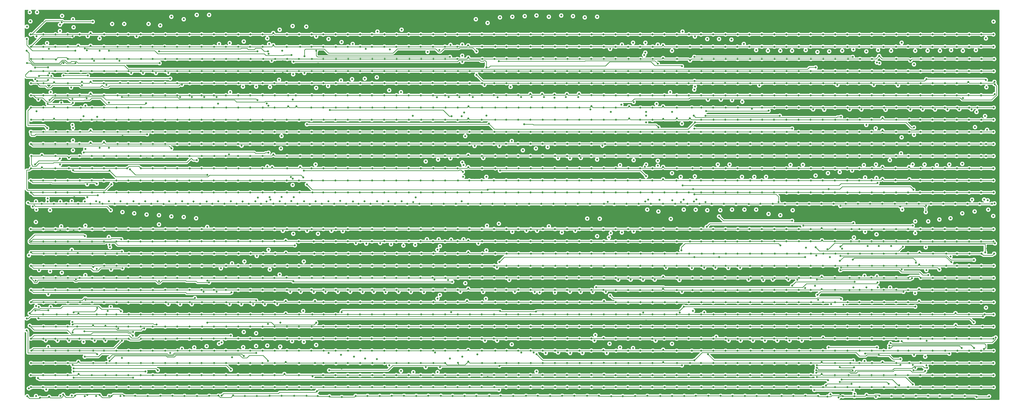
<source format=gbr>
%TF.GenerationSoftware,KiCad,Pcbnew,7.0.2*%
%TF.CreationDate,2023-12-28T23:35:26+05:30*%
%TF.ProjectId,matrixleddisplay,6d617472-6978-46c6-9564-646973706c61,rev?*%
%TF.SameCoordinates,Original*%
%TF.FileFunction,Copper,L2,Inr*%
%TF.FilePolarity,Positive*%
%FSLAX46Y46*%
G04 Gerber Fmt 4.6, Leading zero omitted, Abs format (unit mm)*
G04 Created by KiCad (PCBNEW 7.0.2) date 2023-12-28 23:35:26*
%MOMM*%
%LPD*%
G01*
G04 APERTURE LIST*
%TA.AperFunction,ViaPad*%
%ADD10C,0.800000*%
%TD*%
%TA.AperFunction,Conductor*%
%ADD11C,0.250000*%
%TD*%
%ADD12C,0.350000*%
G04 APERTURE END LIST*
D10*
%TO.N,VCC*%
X210820000Y-187198000D03*
X135890000Y-174498000D03*
X100497598Y-101178400D03*
X446262451Y-179339549D03*
X440182000Y-206502000D03*
X465890000Y-99210000D03*
X90170000Y-101600000D03*
X270764000Y-136906000D03*
X200406000Y-191516000D03*
X90424000Y-186436000D03*
X446278000Y-154686000D03*
X275423000Y-219115000D03*
X266192000Y-89662000D03*
X256248500Y-174688701D03*
X196600953Y-134658051D03*
X161544000Y-221488000D03*
X290830000Y-211582000D03*
X275844000Y-186690000D03*
X401066000Y-164592000D03*
X195133688Y-131770530D03*
X155702000Y-174244000D03*
X355854000Y-109220000D03*
X105664000Y-151638000D03*
X351282000Y-184912000D03*
X355600000Y-207010000D03*
X410718000Y-201676000D03*
X355600000Y-164592000D03*
X96712545Y-84836000D03*
X195580000Y-82042000D03*
X365760000Y-147828000D03*
X271272000Y-109728000D03*
X355689080Y-92184271D03*
X445770000Y-114300000D03*
X95758000Y-151892000D03*
X395732000Y-149606000D03*
X90424000Y-179832000D03*
X290830000Y-204470000D03*
X450850000Y-91440000D03*
X191008000Y-174498000D03*
X85090951Y-186453647D03*
X275590000Y-166624000D03*
X155702000Y-191516000D03*
X446278000Y-184912000D03*
X290576000Y-186944000D03*
X475250000Y-91740000D03*
X445770000Y-111252000D03*
X355092000Y-136652000D03*
X410718000Y-136652000D03*
X115570000Y-129032000D03*
X430530000Y-201676000D03*
X135890000Y-151130000D03*
X200660000Y-219710000D03*
X196596000Y-109982000D03*
X266192000Y-80010000D03*
X100584000Y-120650000D03*
X161541700Y-199646300D03*
X90424000Y-201422000D03*
X100584000Y-116586000D03*
X445516000Y-136906000D03*
X100584000Y-128824500D03*
X365760000Y-164592000D03*
X431292000Y-204724000D03*
%TO.N,GND*%
X176022000Y-89916000D03*
X190500000Y-201930000D03*
X265684000Y-201422000D03*
X101092000Y-139954000D03*
X81534000Y-184912000D03*
X255778000Y-96520000D03*
X110744000Y-89662000D03*
X430276000Y-206502000D03*
X346202000Y-169672000D03*
X110236000Y-126746000D03*
X335788000Y-190754000D03*
X395986000Y-170180000D03*
X95504000Y-184404000D03*
X431292000Y-219964000D03*
X186690000Y-84074000D03*
X475488000Y-171450000D03*
X470662000Y-109220000D03*
X95339455Y-153764500D03*
X470408000Y-151638000D03*
X186690000Y-88900000D03*
X466344000Y-109728000D03*
X470662000Y-154178000D03*
X90424000Y-109474000D03*
X475742000Y-176530000D03*
X85160194Y-211365500D03*
X96012000Y-209804000D03*
X340614000Y-169926000D03*
X110490000Y-111506000D03*
X88138000Y-67564000D03*
X265684000Y-185420000D03*
X95758000Y-191770000D03*
X475488000Y-166624000D03*
X85852000Y-94234000D03*
X81757701Y-63937701D03*
X475742000Y-161036000D03*
X95758000Y-145796000D03*
X155702000Y-91440000D03*
X120396000Y-184150000D03*
X120650000Y-135636000D03*
X85344000Y-200152000D03*
X451358000Y-154940000D03*
X91186000Y-134874000D03*
X185674000Y-215900000D03*
X395732000Y-151892000D03*
X100838000Y-74676000D03*
X479806000Y-222250000D03*
X196342000Y-194818000D03*
X85344000Y-151384000D03*
X465582000Y-115062000D03*
X445516000Y-211074000D03*
X130810000Y-145288000D03*
X81534000Y-179832000D03*
X201168000Y-85090000D03*
X415544000Y-220980000D03*
X175514000Y-211582000D03*
X475742000Y-129794000D03*
X81534000Y-94742000D03*
X465582000Y-101346000D03*
X441198000Y-139700000D03*
X205486000Y-170180000D03*
X475488000Y-146558000D03*
X90678000Y-216916000D03*
X85852000Y-115062000D03*
X475488000Y-156718000D03*
X90678000Y-94234000D03*
X345694000Y-110998000D03*
X215900000Y-216662000D03*
X265430000Y-132080000D03*
X100900545Y-153764500D03*
X315722000Y-204216000D03*
X110490000Y-130302000D03*
X460756000Y-95250000D03*
X115062000Y-76454000D03*
X270764000Y-213868000D03*
X420624000Y-148844000D03*
X120650000Y-165862000D03*
X470662000Y-149098000D03*
X120904000Y-114808000D03*
X355092000Y-143764000D03*
X95758000Y-130048000D03*
X455930000Y-160274000D03*
X471170000Y-184658000D03*
X110236000Y-101600000D03*
X345694000Y-184150000D03*
X265684000Y-165608000D03*
X95702350Y-100094050D03*
X130810000Y-123952000D03*
X426212000Y-100076000D03*
X195580000Y-201676000D03*
X95504000Y-172212000D03*
X195580000Y-216408000D03*
X340614000Y-148844000D03*
X345694000Y-161798000D03*
X110346955Y-108966000D03*
X451358000Y-204978000D03*
X210820000Y-210312000D03*
X191008000Y-194564000D03*
X85344000Y-160274000D03*
X455676000Y-134874000D03*
X460248000Y-116586000D03*
%TO.N,/COM1*%
X478420000Y-67770000D03*
X85840000Y-63924498D03*
%TO.N,/RED1-1*%
X85400000Y-141650000D03*
%TO.N,/GREEN1-1*%
X85598000Y-104648000D03*
%TO.N,/BLUE1-1*%
X90853701Y-88978299D03*
X82820000Y-63900000D03*
%TO.N,/COM2*%
X303340000Y-73020000D03*
X373430000Y-73040000D03*
X278450000Y-73020000D03*
X468450000Y-73040000D03*
X403340000Y-73030000D03*
X453390000Y-73040000D03*
X388440000Y-73030000D03*
X263300000Y-73020000D03*
X218430000Y-73030000D03*
X408470000Y-73030000D03*
X448420000Y-73040000D03*
X298390000Y-73020000D03*
X438550000Y-73030000D03*
X378206000Y-73040000D03*
X283340000Y-73020000D03*
X323280000Y-73040000D03*
X478370000Y-73040000D03*
X148430000Y-73030000D03*
X393410000Y-73030000D03*
X113390000Y-73040000D03*
X353400000Y-73040000D03*
X358370000Y-73040000D03*
X418390000Y-73030000D03*
X173410000Y-73030000D03*
X198540000Y-73030000D03*
X308440000Y-73020000D03*
X108712000Y-67818000D03*
X443280000Y-73040000D03*
X383300000Y-73030000D03*
X213390000Y-73030000D03*
X328420000Y-73040000D03*
X423340000Y-73030000D03*
X333390000Y-73040000D03*
X88410000Y-73040000D03*
X228450000Y-73030000D03*
X133420000Y-73040000D03*
X98420000Y-73040000D03*
X163330000Y-73030000D03*
X348450000Y-73040000D03*
X463320000Y-73040000D03*
X473400000Y-73040000D03*
X138530000Y-73030000D03*
X248420000Y-73030000D03*
X107837045Y-72547473D03*
X268440000Y-73020000D03*
X188430000Y-73030000D03*
X253430000Y-73030000D03*
X288470000Y-73020000D03*
X93380000Y-73040000D03*
X193440000Y-73030000D03*
X273410000Y-73020000D03*
X223320000Y-73030000D03*
X293420000Y-73020000D03*
X458430000Y-73040000D03*
X368420000Y-73040000D03*
X118887955Y-73040000D03*
X233400000Y-73030000D03*
X313450000Y-73020000D03*
X158440000Y-73030000D03*
X83270000Y-73040000D03*
X123310000Y-73040000D03*
X153400000Y-73030000D03*
X243320000Y-73030000D03*
X318262000Y-73020000D03*
X182819545Y-72470000D03*
X143290000Y-73030000D03*
X128410000Y-73040000D03*
X428440000Y-73030000D03*
X203280000Y-73030000D03*
X363320000Y-73040000D03*
X433450000Y-73030000D03*
X178380000Y-73030000D03*
X208420000Y-73030000D03*
X168460000Y-73030000D03*
X338430000Y-73040000D03*
X343320000Y-73040000D03*
X103310000Y-73040000D03*
X258318000Y-73030000D03*
X238370000Y-73030000D03*
X413420000Y-73030000D03*
X398450000Y-73030000D03*
%TO.N,/COM4*%
X353870455Y-83745857D03*
X138470000Y-83140000D03*
X83300000Y-83140000D03*
X268600000Y-83120000D03*
X293490000Y-83120000D03*
X288540000Y-83120000D03*
X468520000Y-83140000D03*
X388600000Y-83130000D03*
X418690000Y-83130000D03*
X358670000Y-83140000D03*
X413490000Y-83130000D03*
X93560500Y-83349500D03*
X408540000Y-83130000D03*
X158530000Y-83130000D03*
X123550000Y-83140000D03*
X193320000Y-83130000D03*
X143320000Y-83130000D03*
X133300000Y-83140000D03*
X403450000Y-83130000D03*
X98510000Y-83140000D03*
X203310000Y-83130000D03*
X188530000Y-83130000D03*
X393590000Y-83130000D03*
X438500000Y-83130000D03*
X298690000Y-83120000D03*
X103420000Y-83140000D03*
X463430000Y-83140000D03*
X444283500Y-83775857D03*
X233470000Y-83130000D03*
X213570000Y-83130000D03*
X373310000Y-83140000D03*
X308540000Y-83120000D03*
X108510000Y-83140000D03*
X148590000Y-83130000D03*
X238670000Y-83130000D03*
X431450500Y-81898104D03*
X208580000Y-83130000D03*
X128510000Y-83140000D03*
X253310000Y-83130000D03*
X363560000Y-83140000D03*
X328580000Y-83140000D03*
X423580000Y-83130000D03*
X283450000Y-83120000D03*
X458520000Y-83140000D03*
X218520000Y-83130000D03*
X153580000Y-83130000D03*
X318500000Y-83120000D03*
X398540000Y-83130000D03*
X348520000Y-83140000D03*
X338520000Y-83140000D03*
X118660000Y-83140000D03*
X342779545Y-82755500D03*
X88202760Y-83075240D03*
X262799545Y-82550000D03*
X453570000Y-83140000D03*
X223430000Y-83130000D03*
X273590000Y-83120000D03*
X198628000Y-83130000D03*
X313330000Y-83120000D03*
X258318000Y-83130000D03*
X173480000Y-83130000D03*
X136144000Y-84836000D03*
X473470000Y-83140000D03*
X428540000Y-83130000D03*
X248520000Y-83130000D03*
X278540000Y-83120000D03*
X163440000Y-83130000D03*
X168530000Y-83130000D03*
X448580000Y-83140000D03*
X478670000Y-83140000D03*
X323310000Y-83140000D03*
X243560000Y-83130000D03*
X378480000Y-83140000D03*
X178680000Y-83130000D03*
X113460000Y-83140000D03*
X228520000Y-83130000D03*
X368520000Y-83140000D03*
X333570000Y-83140000D03*
X383330000Y-83130000D03*
X303580000Y-83120000D03*
X183570000Y-83130000D03*
%TO.N,/COM3*%
X88440000Y-78090000D03*
X458490000Y-78090000D03*
X348390000Y-78090000D03*
X338490000Y-78090000D03*
X328450000Y-78090000D03*
X218490000Y-78080000D03*
X233280000Y-78080000D03*
X368320000Y-78090000D03*
X158500000Y-78080000D03*
X463300000Y-78090000D03*
X238410000Y-78080000D03*
X478410000Y-78090000D03*
X143320000Y-78080000D03*
X423270000Y-78080000D03*
X373230000Y-78090000D03*
X118897955Y-78090000D03*
X268470000Y-78070000D03*
X223300000Y-78080000D03*
X433250000Y-78080000D03*
X438404000Y-78080000D03*
X342769545Y-77470000D03*
X448450000Y-78090000D03*
X178420000Y-78080000D03*
X182799545Y-77470000D03*
X193860455Y-78080000D03*
X133220000Y-78090000D03*
X408410000Y-78080000D03*
X468390000Y-78090000D03*
X288410000Y-78070000D03*
X163310000Y-78080000D03*
X388470000Y-78080000D03*
X98480000Y-78090000D03*
X113270000Y-78090000D03*
X262789545Y-77561379D03*
X253230000Y-78080000D03*
X333370000Y-78090000D03*
X203310000Y-78080000D03*
X273910455Y-78070000D03*
X303270000Y-78070000D03*
X323310000Y-78090000D03*
X138194049Y-78071951D03*
X353850455Y-78090000D03*
X398510000Y-78080000D03*
X100409500Y-73764500D03*
X123240000Y-78090000D03*
X308340000Y-78070000D03*
X293300000Y-78070000D03*
X363250000Y-78090000D03*
X313250000Y-78070000D03*
X248320000Y-78080000D03*
X258318000Y-78080000D03*
X198460000Y-78080000D03*
X428340000Y-78080000D03*
X148460000Y-78080000D03*
X318470000Y-78070000D03*
X358410000Y-78090000D03*
X153380000Y-78080000D03*
X83300000Y-78090000D03*
X283320000Y-78070000D03*
X393390000Y-78080000D03*
X188330000Y-78080000D03*
X173290000Y-78080000D03*
X278510000Y-78070000D03*
X93360000Y-78090000D03*
X378214049Y-78081951D03*
X418430000Y-78080000D03*
X213370000Y-78080000D03*
X102759545Y-77722701D03*
X208450000Y-78080000D03*
X228390000Y-78080000D03*
X403320000Y-78080000D03*
X243250000Y-78080000D03*
X107815299Y-77723201D03*
X168400000Y-78080000D03*
X128310000Y-78090000D03*
X453370000Y-78090000D03*
X413300000Y-78080000D03*
X383330000Y-78080000D03*
X473280000Y-78090000D03*
X298430000Y-78070000D03*
X443310000Y-78090000D03*
%TO.N,/COM5*%
X423380000Y-88120000D03*
X293420000Y-88110000D03*
X298510000Y-88110000D03*
X108350000Y-88130000D03*
X473400000Y-88130000D03*
X443370000Y-88130000D03*
X183370000Y-88120000D03*
X188520000Y-88120000D03*
X98430000Y-88130000D03*
X433310000Y-88120000D03*
X253290000Y-88120000D03*
X338440000Y-88130000D03*
X118480000Y-88130000D03*
X458440000Y-88130000D03*
X398460000Y-88120000D03*
X178500000Y-88120000D03*
X198610000Y-88120000D03*
X393480000Y-88120000D03*
X453460000Y-88130000D03*
X363360000Y-88130000D03*
X168370000Y-88120000D03*
X408380000Y-88120000D03*
X88450000Y-88130000D03*
X438404000Y-88120000D03*
X368510000Y-88130000D03*
X333460000Y-88130000D03*
X123350000Y-88130000D03*
X83360000Y-88130000D03*
X173410000Y-88120000D03*
X228360000Y-88120000D03*
X478490000Y-88130000D03*
X138430000Y-88130000D03*
X128500000Y-88130000D03*
X378460000Y-88130000D03*
X208460000Y-88120000D03*
X373290000Y-88130000D03*
X353400000Y-88130000D03*
X93220299Y-88135701D03*
X278460000Y-88110000D03*
X328460000Y-88130000D03*
X318620000Y-88110000D03*
X323370000Y-88130000D03*
X358490000Y-88130000D03*
X268480000Y-88110000D03*
X308530000Y-88110000D03*
X263390000Y-88110000D03*
X468360000Y-88130000D03*
X283464000Y-88110000D03*
X388480000Y-88120000D03*
X203370000Y-88120000D03*
X313310000Y-88110000D03*
X223370000Y-88120000D03*
X153470000Y-88120000D03*
X303380000Y-88110000D03*
X158450000Y-88120000D03*
X218440000Y-88120000D03*
X413420000Y-88120000D03*
X428530000Y-88120000D03*
X143380000Y-88120000D03*
X163380000Y-88120000D03*
X463370000Y-88130000D03*
X213460000Y-88120000D03*
X273558000Y-88110000D03*
X233400000Y-88120000D03*
X403390000Y-88120000D03*
X133280000Y-88130000D03*
X113390000Y-88130000D03*
X140499500Y-91190299D03*
X348360000Y-88130000D03*
X383390000Y-88120000D03*
X103840455Y-88130000D03*
X288380000Y-88110000D03*
X248510000Y-88120000D03*
X448460000Y-88130000D03*
X148470000Y-88120000D03*
X238490000Y-88120000D03*
X343370000Y-88130000D03*
X243360000Y-88120000D03*
X418510000Y-88120000D03*
X193300000Y-88120000D03*
X258600000Y-88120000D03*
%TO.N,/COM6*%
X223340000Y-93080000D03*
X208510000Y-93080000D03*
X268530000Y-93070000D03*
X148520000Y-93080000D03*
X258600000Y-93080000D03*
X468035000Y-92635000D03*
X203380000Y-93080000D03*
X383400000Y-93080000D03*
X88500000Y-93090000D03*
X107837045Y-92489023D03*
X233250000Y-93080000D03*
X168500000Y-93080000D03*
X463340000Y-93090000D03*
X398530000Y-93080000D03*
X443380000Y-93090000D03*
X453450000Y-93090000D03*
X433430000Y-93080000D03*
X473250000Y-93090000D03*
X458510000Y-93090000D03*
X343340000Y-93090000D03*
X363200000Y-93090000D03*
X353250000Y-93090000D03*
X104235500Y-92525269D03*
X298460000Y-93070000D03*
X413270000Y-93080000D03*
X138430000Y-93090000D03*
X293270000Y-93070000D03*
X98500000Y-93090000D03*
X133400000Y-93090000D03*
X273470000Y-93070000D03*
X438404000Y-93080000D03*
X173260000Y-93080000D03*
X368201049Y-93058951D03*
X143390000Y-93080000D03*
X303220000Y-93070000D03*
X388530000Y-93080000D03*
X92829545Y-92667701D03*
X178450000Y-93080000D03*
X278530000Y-93070000D03*
X288510000Y-93070000D03*
X358440000Y-93090000D03*
X338510000Y-93090000D03*
X228490000Y-93080000D03*
X318262000Y-93070000D03*
X408510000Y-93080000D03*
X198628000Y-93090000D03*
X113240000Y-93090000D03*
X478780000Y-92538062D03*
X218510000Y-93080000D03*
X248201049Y-93048951D03*
X283360000Y-93070000D03*
X158520000Y-93080000D03*
X308221049Y-93038951D03*
X128191049Y-93058951D03*
X238440000Y-93080000D03*
X123190000Y-93090000D03*
X183210000Y-93080000D03*
X253410000Y-93080000D03*
X403360000Y-93080000D03*
X193420000Y-93080000D03*
X428221049Y-93048951D03*
X333450000Y-93090000D03*
X188211049Y-93048951D03*
X163350000Y-93080000D03*
X313430000Y-93070000D03*
X448510000Y-93090000D03*
X393470000Y-93080000D03*
X423220000Y-93080000D03*
X373410000Y-93090000D03*
X153460000Y-93080000D03*
X348490000Y-93090000D03*
X145299455Y-93726000D03*
X328510000Y-93090000D03*
X418460000Y-93080000D03*
X213450000Y-93080000D03*
X83370000Y-93090000D03*
X243200000Y-93080000D03*
X378600000Y-93090000D03*
X323380000Y-93090000D03*
X119925500Y-93053172D03*
X263400000Y-93070000D03*
%TO.N,/COM8*%
X183340000Y-103100000D03*
X463470000Y-103110000D03*
X158460000Y-103100000D03*
X138520000Y-103100000D03*
X423350000Y-103100000D03*
X103840455Y-103110000D03*
X83340000Y-103110000D03*
X88460000Y-103110000D03*
X192282299Y-102611701D03*
X408440000Y-103100000D03*
X398470000Y-103100000D03*
X388490000Y-103100000D03*
X433500000Y-103100000D03*
X178490000Y-103100000D03*
X354584000Y-103110000D03*
X273920455Y-103090000D03*
X262893000Y-102613000D03*
X153490000Y-103100000D03*
X453480000Y-103110000D03*
X243330000Y-103100000D03*
X373480000Y-103110000D03*
X313369245Y-102521371D03*
X383370000Y-103100000D03*
X228420000Y-103100000D03*
X471778500Y-103110000D03*
X413350000Y-103100000D03*
X148480000Y-103100000D03*
X418500000Y-103100000D03*
X203350000Y-103100000D03*
X438540000Y-103100000D03*
X428500000Y-103100000D03*
X308500000Y-103090000D03*
X458450000Y-103110000D03*
X342779545Y-102603701D03*
X443350000Y-103110000D03*
X328907955Y-102616000D03*
X108410000Y-103110000D03*
X258530000Y-103099500D03*
X123320000Y-103110000D03*
X128470000Y-103110000D03*
X318341045Y-103090000D03*
X303350000Y-103090000D03*
X188937955Y-102616000D03*
X208470000Y-103100000D03*
X89996049Y-111586049D03*
X98440000Y-103110000D03*
X478480000Y-103110000D03*
X168430000Y-103100000D03*
X143360000Y-103100000D03*
X368480000Y-103110000D03*
X133470000Y-103110000D03*
X348420000Y-103110000D03*
X268490000Y-103090000D03*
X113320000Y-103110000D03*
X338450000Y-103110000D03*
X293350000Y-103090000D03*
X233330000Y-103100000D03*
X358480000Y-103110000D03*
X448470000Y-103110000D03*
X393500000Y-103100000D03*
X283490000Y-103090000D03*
X363330000Y-103110000D03*
X118470000Y-103110000D03*
X333480000Y-103110000D03*
X248480000Y-103100000D03*
X403490000Y-103100000D03*
X298500000Y-103090000D03*
X379222000Y-103632000D03*
X213480000Y-103100000D03*
X238480000Y-103100000D03*
X198374000Y-103100000D03*
X323350000Y-103110000D03*
X223470000Y-103100000D03*
X173340000Y-103100000D03*
X253480000Y-103100000D03*
X278470000Y-103090000D03*
X92832299Y-102747701D03*
X468420000Y-103110000D03*
X163480000Y-103100000D03*
X218450000Y-103100000D03*
X288440000Y-103090000D03*
%TO.N,/COM7*%
X208420000Y-98060000D03*
X153350000Y-98060000D03*
X313350000Y-98050000D03*
X103320000Y-98070000D03*
X238380000Y-98060000D03*
X393360000Y-98060000D03*
X413370000Y-98060000D03*
X353350000Y-98070000D03*
X308283576Y-97391723D03*
X408400000Y-98060000D03*
X218400000Y-98060000D03*
X423400000Y-98060000D03*
X418400000Y-98060000D03*
X178390000Y-98060000D03*
X88410000Y-98070000D03*
X363380000Y-98070000D03*
X192024000Y-98060000D03*
X278420000Y-98050000D03*
X248380000Y-98060000D03*
X123370000Y-98070000D03*
X403350000Y-98060000D03*
X228380000Y-98060000D03*
X383380000Y-98060000D03*
X198628000Y-98070000D03*
X458400000Y-98070000D03*
X253330000Y-98060000D03*
X133320000Y-98070000D03*
X173360000Y-98060000D03*
X298196000Y-97790000D03*
X143370000Y-98060000D03*
X163340000Y-98060000D03*
X268440000Y-98050000D03*
X223330000Y-98060000D03*
X478907955Y-97590000D03*
X188927955Y-98060000D03*
X303276000Y-97536000D03*
X263380000Y-98050000D03*
X348380000Y-98070000D03*
X183390000Y-98060000D03*
X273360000Y-98050000D03*
X288290000Y-97536000D03*
X463330000Y-98070000D03*
X258318000Y-98044000D03*
X328420000Y-98070000D03*
X158410000Y-98060000D03*
X388440000Y-98060000D03*
X438460000Y-98060000D03*
X428400000Y-98060000D03*
X333340000Y-98070000D03*
X338400000Y-98070000D03*
X107827045Y-97429500D03*
X368380000Y-98070000D03*
X318480000Y-98070000D03*
X83350000Y-98070000D03*
X128370000Y-98070000D03*
X243380000Y-98060000D03*
X373330000Y-98070000D03*
X203360000Y-98060000D03*
X468113348Y-98011250D03*
X168390000Y-98060000D03*
X443360000Y-98070000D03*
X113340000Y-98070000D03*
X323360000Y-98070000D03*
X213340000Y-98060000D03*
X433350000Y-98060000D03*
X130556000Y-101346000D03*
X138430000Y-98070000D03*
X473350000Y-98070000D03*
X398420000Y-98060000D03*
X453340000Y-98070000D03*
X233350000Y-98060000D03*
X98390000Y-98070000D03*
X358380000Y-98070000D03*
X378470000Y-98060000D03*
X343330000Y-98070000D03*
X118897955Y-98070000D03*
X293116000Y-97536000D03*
X283350000Y-98050000D03*
X93330000Y-98070000D03*
X448420000Y-98070000D03*
X148430000Y-98060000D03*
%TO.N,/COM9*%
X128320000Y-108130000D03*
X203460000Y-108120000D03*
X428350000Y-108120000D03*
X83450000Y-108130000D03*
X133360000Y-108130000D03*
X432819545Y-107442000D03*
X478410000Y-108130000D03*
X228300000Y-108120000D03*
X153360000Y-108120000D03*
X423510000Y-108120000D03*
X458400000Y-108130000D03*
X193380000Y-108120000D03*
X408320000Y-108120000D03*
X233400000Y-108120000D03*
X108290000Y-108130000D03*
X143470000Y-108120000D03*
X342883000Y-107713000D03*
X138450000Y-108130000D03*
X403320000Y-108120000D03*
X198470000Y-108120000D03*
X328879459Y-107566558D03*
X88320000Y-108130000D03*
X373370000Y-108130000D03*
X208330000Y-108120000D03*
X363490000Y-108130000D03*
X378714000Y-108130000D03*
X92829545Y-107655701D03*
X383480000Y-108120000D03*
X313390000Y-108110000D03*
X213350000Y-108120000D03*
X113390000Y-108130000D03*
X298430000Y-108110000D03*
X178420000Y-108120000D03*
X118400000Y-108130000D03*
X183500000Y-108120000D03*
X173410000Y-108120000D03*
X123480000Y-108130000D03*
X318480000Y-108110000D03*
X393370000Y-108120000D03*
X443850455Y-108130000D03*
X358410000Y-108130000D03*
X258460000Y-108166500D03*
X168310000Y-108120000D03*
X388350000Y-108120000D03*
X158410000Y-108120000D03*
X223300000Y-108120000D03*
X243490000Y-108120000D03*
X278420000Y-108110000D03*
X273920455Y-108110000D03*
X288320000Y-108110000D03*
X253370000Y-108120000D03*
X303510000Y-108110000D03*
X103840455Y-108130000D03*
X448330000Y-108130000D03*
X238410000Y-108120000D03*
X163310000Y-108120000D03*
X453350000Y-108130000D03*
X188340000Y-108120000D03*
X348469141Y-107497639D03*
X333350000Y-108130000D03*
X248330000Y-108120000D03*
X413420000Y-108120000D03*
X98390000Y-108130000D03*
X268350000Y-108110000D03*
X148340000Y-108120000D03*
X463300000Y-108130000D03*
X262809545Y-107608701D03*
X418430000Y-108120000D03*
X368330000Y-108130000D03*
X438480000Y-108120000D03*
X338400000Y-108130000D03*
X323460000Y-108130000D03*
X353784701Y-107538062D03*
X283320000Y-108110000D03*
X473400000Y-108130000D03*
X308350000Y-108110000D03*
X293420000Y-108110000D03*
X398420000Y-108120000D03*
X218400000Y-108120000D03*
X468300000Y-108130000D03*
%TO.N,/COM10*%
X148470000Y-113110000D03*
X373320000Y-113120000D03*
X278400000Y-113100000D03*
X418390000Y-113110000D03*
X113300000Y-113120000D03*
X463480000Y-113120000D03*
X258540000Y-113110000D03*
X308360000Y-113100000D03*
X333570000Y-113120000D03*
X403500000Y-113110000D03*
X443850455Y-113120000D03*
X348410000Y-113120000D03*
X158390000Y-113110000D03*
X98370000Y-113120000D03*
X208460000Y-113110000D03*
X118872000Y-113120000D03*
X173320000Y-113110000D03*
X298390000Y-113100000D03*
X458380000Y-113120000D03*
X473310000Y-113120000D03*
X423340000Y-113110000D03*
X453570000Y-113120000D03*
X303340000Y-113100000D03*
X353310000Y-113120000D03*
X183330000Y-113110000D03*
X338380000Y-113120000D03*
X228410000Y-113110000D03*
X363320000Y-113120000D03*
X198550000Y-113110000D03*
X168420000Y-113110000D03*
X138430000Y-113120000D03*
X193330000Y-113110000D03*
X318560000Y-113100000D03*
X248340000Y-113110000D03*
X93560000Y-113120000D03*
X178380000Y-113110000D03*
X128330000Y-113120000D03*
X313340000Y-113100000D03*
X83300000Y-113120000D03*
X388480000Y-113110000D03*
X218380000Y-113110000D03*
X188350000Y-113110000D03*
X203310000Y-113110000D03*
X273590000Y-113100000D03*
X323310000Y-113120000D03*
X213570000Y-113110000D03*
X253320000Y-113110000D03*
X383330000Y-113110000D03*
X378540000Y-113120000D03*
X368340000Y-113120000D03*
X263330000Y-113100000D03*
X130993954Y-114088069D03*
X398400000Y-113110000D03*
X153580000Y-113110000D03*
X413330000Y-113110000D03*
X88450000Y-113120000D03*
X448460000Y-113120000D03*
X123310000Y-113120000D03*
X243320000Y-113110000D03*
X288430000Y-113100000D03*
X238370000Y-113110000D03*
X283500000Y-113100000D03*
X428360000Y-113110000D03*
X133310000Y-113120000D03*
X223480000Y-113110000D03*
X478370000Y-113120000D03*
X432819545Y-112540000D03*
X107837045Y-112460000D03*
X163490000Y-113110000D03*
X328460000Y-113120000D03*
X143320000Y-113110000D03*
X268480000Y-113100000D03*
X468410000Y-113120000D03*
X358370000Y-113120000D03*
X393590000Y-113110000D03*
X343480000Y-113120000D03*
X438404000Y-113110000D03*
X408430000Y-113110000D03*
X233310000Y-113110000D03*
X103470000Y-113120000D03*
X293330000Y-113100000D03*
%TO.N,/COM12*%
X468350000Y-123020000D03*
X108340000Y-123020000D03*
X308430000Y-123000000D03*
X213430000Y-123010000D03*
X233320000Y-123010000D03*
X238420000Y-123010000D03*
X258572000Y-123010000D03*
X243380000Y-123010000D03*
X383500000Y-123010000D03*
X123370000Y-123020000D03*
X475309455Y-123075000D03*
X363380000Y-123020000D03*
X83470000Y-123020000D03*
X418440000Y-123010000D03*
X288370000Y-123000000D03*
X393450000Y-123010000D03*
X413340000Y-123010000D03*
X98947955Y-123698000D03*
X343290000Y-123020000D03*
X262809545Y-122601701D03*
X333430000Y-123020000D03*
X182819545Y-122428000D03*
X408370000Y-123010000D03*
X428430000Y-123010000D03*
X163300000Y-123010000D03*
X158580000Y-123010000D03*
X373300000Y-123020000D03*
X153440000Y-123010000D03*
X218570000Y-123010000D03*
X103280000Y-123020000D03*
X283310000Y-123000000D03*
X113310000Y-123020000D03*
X293340000Y-123000000D03*
X358420000Y-123020000D03*
X173330000Y-123010000D03*
X388430000Y-123010000D03*
X253300000Y-123010000D03*
X478420000Y-123020000D03*
X313320000Y-123000000D03*
X278590000Y-123000000D03*
X303400000Y-123000000D03*
X458570000Y-123020000D03*
X87837045Y-122599951D03*
X223290000Y-123010000D03*
X193870455Y-123010000D03*
X328410000Y-123020000D03*
X188420000Y-123010000D03*
X151384000Y-124714000D03*
X228350000Y-123010000D03*
X198628000Y-123010000D03*
X443480000Y-123020000D03*
X433320000Y-123010000D03*
X203480000Y-123010000D03*
X318730000Y-123020000D03*
X353320000Y-123020000D03*
X463290000Y-123020000D03*
X368410000Y-123020000D03*
X475759455Y-112230500D03*
X137922000Y-123020000D03*
X143490000Y-123010000D03*
X453430000Y-123020000D03*
X128400000Y-123020000D03*
X448410000Y-123020000D03*
X133290000Y-123020000D03*
X338570000Y-123020000D03*
X473320000Y-123020000D03*
X298440000Y-123000000D03*
X148420000Y-123010000D03*
X403310000Y-123010000D03*
X268430000Y-123000000D03*
X248410000Y-123010000D03*
X93420000Y-123020000D03*
X378460000Y-123020000D03*
X178430000Y-123010000D03*
X273920455Y-123000000D03*
X423400000Y-123010000D03*
X438404000Y-123010000D03*
X348350000Y-123020000D03*
X118410000Y-123020000D03*
X398590000Y-123010000D03*
X323480000Y-123020000D03*
X168360000Y-123010000D03*
X208410000Y-123010000D03*
%TO.N,/COM11*%
X273340000Y-118030000D03*
X153330000Y-118040000D03*
X343230000Y-118050000D03*
X443320000Y-118050000D03*
X233270000Y-118040000D03*
X193370000Y-118040000D03*
X333320000Y-118050000D03*
X173280000Y-118040000D03*
X138430000Y-118050000D03*
X358400000Y-118050000D03*
X107837045Y-117602000D03*
X258600000Y-118040000D03*
X474934599Y-106579999D03*
X403250000Y-118040000D03*
X223230000Y-118040000D03*
X213320000Y-118040000D03*
X183430000Y-118040000D03*
X323320000Y-118050000D03*
X328380000Y-118050000D03*
X208380000Y-118040000D03*
X383340000Y-118040000D03*
X303440000Y-118030000D03*
X475309455Y-118050000D03*
X228360000Y-118040000D03*
X378600000Y-118050000D03*
X393340000Y-118040000D03*
X293290000Y-118030000D03*
X458340000Y-118050000D03*
X478400000Y-118050000D03*
X473270000Y-118050000D03*
X433380000Y-118040000D03*
X143330000Y-118040000D03*
X140970000Y-119888000D03*
X313380000Y-118030000D03*
X198610000Y-118040000D03*
X218340000Y-118040000D03*
X388400000Y-118040000D03*
X368450000Y-118050000D03*
X178410000Y-118040000D03*
X93310000Y-118050000D03*
X133350000Y-118050000D03*
X188460000Y-118040000D03*
X448380000Y-118050000D03*
X253360000Y-118040000D03*
X413290000Y-118040000D03*
X438658000Y-118040000D03*
X418420000Y-118040000D03*
X408380000Y-118040000D03*
X163240000Y-118040000D03*
X103220000Y-118050000D03*
X113271002Y-117366235D03*
X363420000Y-118050000D03*
X268400000Y-118030000D03*
X148390000Y-118040000D03*
X203320000Y-118040000D03*
X123410000Y-118050000D03*
X128440000Y-118050000D03*
X298420000Y-118030000D03*
X463230000Y-118050000D03*
X318937955Y-118050000D03*
X453320000Y-118050000D03*
X248450000Y-118040000D03*
X118872000Y-118050000D03*
X338340000Y-118050000D03*
X88370000Y-118050000D03*
X243420000Y-118040000D03*
X348360000Y-118050000D03*
X353270000Y-118050000D03*
X158350000Y-118040000D03*
X423440000Y-118040000D03*
X373360000Y-118050000D03*
X98330000Y-118050000D03*
X308470000Y-118030000D03*
X263340000Y-118030000D03*
X428470000Y-118040000D03*
X168370000Y-118040000D03*
X398360000Y-118040000D03*
X83310000Y-118050000D03*
X278360000Y-118030000D03*
X283250000Y-118030000D03*
X288380000Y-118030000D03*
X468360000Y-118050000D03*
X238400000Y-118040000D03*
%TO.N,/COM13*%
X408490000Y-128090000D03*
X228470000Y-128090000D03*
X198480000Y-128090000D03*
X253340000Y-128090000D03*
X468470000Y-128100000D03*
X243360000Y-128090000D03*
X338460000Y-128100000D03*
X213370000Y-128090000D03*
X393390000Y-128090000D03*
X423380000Y-128090000D03*
X188500000Y-128090000D03*
X473320000Y-128100000D03*
X383390000Y-128090000D03*
X354875500Y-128099500D03*
X143380000Y-128090000D03*
X116332000Y-134620000D03*
X218460000Y-128090000D03*
X148510000Y-128090000D03*
X273920455Y-128080000D03*
X443738000Y-127528062D03*
X342789545Y-127508000D03*
X262809545Y-127620894D03*
X478330000Y-128100000D03*
X432819545Y-127508000D03*
X173330000Y-128090000D03*
X438206050Y-128033950D03*
X398480000Y-128090000D03*
X133330000Y-128100000D03*
X208500000Y-128090000D03*
X363360000Y-128100000D03*
X373340000Y-128100000D03*
X93360000Y-128100000D03*
X163440000Y-128090000D03*
X308510000Y-128080000D03*
X328500000Y-128100000D03*
X98947955Y-128100000D03*
X278480000Y-128080000D03*
X403450000Y-128090000D03*
X463430000Y-128100000D03*
X238330000Y-128090000D03*
X158470000Y-128090000D03*
X223430000Y-128090000D03*
X118320000Y-128100000D03*
X333370000Y-128100000D03*
X83360000Y-128100000D03*
X182319747Y-127553500D03*
X258460000Y-128100000D03*
X283450000Y-128080000D03*
X313360000Y-128080000D03*
X378450000Y-128100000D03*
X108460000Y-128100000D03*
X348470000Y-128100000D03*
X248490000Y-128090000D03*
X413340000Y-128090000D03*
X128480000Y-128100000D03*
X358330000Y-128100000D03*
X138450000Y-128110000D03*
X418350000Y-128090000D03*
X193849017Y-127533616D03*
X368490000Y-128100000D03*
X153380000Y-128090000D03*
X178340000Y-128090000D03*
X323370000Y-128100000D03*
X122799545Y-128100000D03*
X233320000Y-128090000D03*
X453370000Y-128100000D03*
X458460000Y-128100000D03*
X268520000Y-128080000D03*
X87837045Y-127639951D03*
X103420000Y-128100000D03*
X168480000Y-128090000D03*
X428510000Y-128090000D03*
X288490000Y-128080000D03*
X113310000Y-128100000D03*
X303380000Y-128080000D03*
X448500000Y-128100000D03*
X203370000Y-128090000D03*
X298350000Y-128080000D03*
X318470000Y-128080000D03*
X388520000Y-128090000D03*
X293340000Y-128080000D03*
%TO.N,/COM14*%
X110346955Y-134366000D03*
X423290000Y-133040000D03*
X83230000Y-133050000D03*
X293290000Y-133030000D03*
X373330000Y-133050000D03*
X268340000Y-133030000D03*
X478360000Y-133050000D03*
X218380000Y-133040000D03*
X438176049Y-133013951D03*
X458380000Y-133050000D03*
X318560000Y-133030000D03*
X443850455Y-132588000D03*
X358360000Y-133050000D03*
X158390000Y-133040000D03*
X188350000Y-133040000D03*
X328320000Y-133050000D03*
X428360000Y-133040000D03*
X133320000Y-133050000D03*
X353860455Y-133050000D03*
X98370000Y-133050000D03*
X418380000Y-133040000D03*
X278400000Y-133030000D03*
X153360000Y-133040000D03*
X303290000Y-133030000D03*
X203240000Y-133040000D03*
X413290000Y-133040000D03*
X363270000Y-133050000D03*
X298380000Y-133030000D03*
X118350000Y-133050000D03*
X178370000Y-133040000D03*
X183280000Y-133040000D03*
X223410000Y-133040000D03*
X383260000Y-133040000D03*
X263260000Y-133030000D03*
X473270000Y-133050000D03*
X248340000Y-133040000D03*
X143250000Y-133040000D03*
X388340000Y-133040000D03*
X308360000Y-133030000D03*
X138530000Y-133050000D03*
X393370000Y-133040000D03*
X198550000Y-133040000D03*
X368340000Y-133050000D03*
X342789545Y-132588000D03*
X193340000Y-133040000D03*
X113260000Y-133050000D03*
X123260000Y-133050000D03*
X163420000Y-133040000D03*
X128330000Y-133050000D03*
X93340000Y-133050000D03*
X448320000Y-133050000D03*
X208320000Y-133040000D03*
X453350000Y-133050000D03*
X238360000Y-133040000D03*
X378540000Y-133050000D03*
X273370000Y-133030000D03*
X432819545Y-132460000D03*
X88310000Y-133050000D03*
X313350000Y-133030000D03*
X283430000Y-133030000D03*
X233270000Y-133040000D03*
X148330000Y-133040000D03*
X103400000Y-133050000D03*
X108290000Y-133050000D03*
X468300000Y-133050000D03*
X408320000Y-133040000D03*
X253330000Y-133040000D03*
X348300000Y-133050000D03*
X173280000Y-133040000D03*
X228300000Y-133040000D03*
X323240000Y-133050000D03*
X243270000Y-133040000D03*
X168310000Y-133040000D03*
X398400000Y-133040000D03*
X403430000Y-133040000D03*
X258572000Y-133040000D03*
X213350000Y-133040000D03*
X463410000Y-133050000D03*
X338380000Y-133050000D03*
X333350000Y-133050000D03*
X288320000Y-133030000D03*
%TO.N,/COM16*%
X307760000Y-142650000D03*
X392770000Y-142660000D03*
X242780000Y-142660000D03*
X277810000Y-142650000D03*
X112740000Y-142670000D03*
X207780000Y-142660000D03*
X387800000Y-142660000D03*
X177770000Y-142660000D03*
X197790000Y-142710500D03*
X362780000Y-142670000D03*
X187750000Y-142660000D03*
X127730000Y-142670000D03*
X297780000Y-142650000D03*
X137780000Y-142680000D03*
X457790000Y-142670000D03*
X432770000Y-142660000D03*
X327780000Y-142670000D03*
X367740000Y-142670000D03*
X437896000Y-142670000D03*
X347750000Y-142670000D03*
X402740000Y-142660000D03*
X422800000Y-142660000D03*
X142750000Y-142660000D03*
X232750000Y-142660000D03*
X132740000Y-142670000D03*
X267800000Y-142650000D03*
X397810000Y-142660000D03*
X318516000Y-142660000D03*
X217790000Y-142660000D03*
X472750000Y-142670000D03*
X212750000Y-142660000D03*
X452750000Y-142670000D03*
X382760000Y-142660000D03*
X87770000Y-142670000D03*
X352750000Y-142670000D03*
X427760000Y-142660000D03*
X447780000Y-142670000D03*
X247740000Y-142660000D03*
X462720000Y-142670000D03*
X157800000Y-142660000D03*
X467750000Y-142670000D03*
X302800000Y-142650000D03*
X252750000Y-142660000D03*
X287770000Y-142650000D03*
X152760000Y-142660000D03*
X116078000Y-145288000D03*
X312770000Y-142650000D03*
X262760000Y-142650000D03*
X357760000Y-142670000D03*
X82150500Y-142240000D03*
X227750000Y-142660000D03*
X322740000Y-142670000D03*
X167760000Y-142660000D03*
X477760000Y-142670000D03*
X102710000Y-142670000D03*
X117750000Y-142670000D03*
X237760000Y-142660000D03*
X122770000Y-142670000D03*
X292770000Y-142650000D03*
X337790000Y-142670000D03*
X377952000Y-142680000D03*
X192760000Y-142660000D03*
X162730000Y-142660000D03*
X172760000Y-142660000D03*
X417780000Y-142660000D03*
X332750000Y-142670000D03*
X372750000Y-142670000D03*
X407770000Y-142660000D03*
X442740000Y-142670000D03*
X342720000Y-142670000D03*
X412770000Y-142660000D03*
X282740000Y-142650000D03*
X97780000Y-142670000D03*
X92740000Y-142670000D03*
X222720000Y-142660000D03*
X202740000Y-142660000D03*
X272770000Y-142650000D03*
X182790000Y-142660000D03*
X107740000Y-142670000D03*
X147790000Y-142660000D03*
X257790000Y-142670000D03*
%TO.N,/COM15*%
X473300000Y-138010000D03*
X253400000Y-138000000D03*
X468400000Y-138010000D03*
X363400000Y-138010000D03*
X378370000Y-138010000D03*
X173310000Y-138000000D03*
X103380000Y-138010000D03*
X293320000Y-137990000D03*
X98310000Y-138010000D03*
X273510000Y-137990000D03*
X108390000Y-138010000D03*
X268300000Y-137990000D03*
X93480000Y-138010000D03*
X153500000Y-138000000D03*
X463390000Y-138010000D03*
X168410000Y-138000000D03*
X263370000Y-137990000D03*
X383370000Y-138000000D03*
X188400000Y-138000000D03*
X313420000Y-137990000D03*
X478450000Y-138010000D03*
X338320000Y-138010000D03*
X203350000Y-138000000D03*
X233300000Y-138000000D03*
X443350000Y-138010000D03*
X163400000Y-138000000D03*
X123390000Y-138010000D03*
X118440000Y-138010000D03*
X413320000Y-138000000D03*
X218320000Y-138000000D03*
X403410000Y-138000000D03*
X113290000Y-138010000D03*
X88270000Y-138010000D03*
X128380000Y-138010000D03*
X198882000Y-138000000D03*
X148290000Y-138000000D03*
X408420000Y-138000000D03*
X428410000Y-138000000D03*
X238450000Y-138000000D03*
X228400000Y-138000000D03*
X373400000Y-138010000D03*
X298470000Y-137990000D03*
X358450000Y-138010000D03*
X303420000Y-137990000D03*
X133390000Y-138010000D03*
X398340000Y-138000000D03*
X248390000Y-138000000D03*
X223390000Y-138000000D03*
X343390000Y-138010000D03*
X448280000Y-138010000D03*
X258318000Y-138000000D03*
X318516000Y-137990000D03*
X418470000Y-138000000D03*
X423420000Y-138000000D03*
X438390000Y-138000000D03*
X193548000Y-138000000D03*
X458320000Y-138010000D03*
X183410000Y-138000000D03*
X333490000Y-138010000D03*
X283410000Y-137990000D03*
X178460000Y-138000000D03*
X348400000Y-138010000D03*
X393510000Y-138000000D03*
X323350000Y-138010000D03*
X278340000Y-137990000D03*
X213490000Y-138000000D03*
X353300000Y-138010000D03*
X208280000Y-138000000D03*
X110744000Y-139192000D03*
X158330000Y-138000000D03*
X83340000Y-138010000D03*
X328280000Y-138010000D03*
X143360000Y-138000000D03*
X388300000Y-138000000D03*
X138342000Y-138010000D03*
X243400000Y-138000000D03*
X433420000Y-138000000D03*
X453490000Y-138010000D03*
X368390000Y-138010000D03*
X308410000Y-137990000D03*
X288420000Y-137990000D03*
%TO.N,/COM17*%
X84074000Y-143764000D03*
X478300000Y-147650000D03*
%TO.N,/COM18*%
X353860455Y-153040000D03*
X358390000Y-153040000D03*
X183350000Y-153030000D03*
X243340000Y-153030000D03*
X98440000Y-153040000D03*
X83290000Y-153040000D03*
X218450000Y-153030000D03*
X378206000Y-153040000D03*
X103330000Y-153040000D03*
X323300000Y-153040000D03*
X398470000Y-153030000D03*
X133440000Y-153040000D03*
X108460000Y-153040000D03*
X178400000Y-153030000D03*
X293440000Y-153020000D03*
X193460000Y-153030000D03*
X208440000Y-153030000D03*
X158460000Y-153030000D03*
X113410000Y-153040000D03*
X333410000Y-153040000D03*
X173430000Y-153030000D03*
X313470000Y-153020000D03*
X463340000Y-153040000D03*
X288490000Y-153020000D03*
X198560000Y-153030000D03*
X238390000Y-153030000D03*
X138552000Y-153030000D03*
X233420000Y-153030000D03*
X443300000Y-153040000D03*
X163350000Y-153030000D03*
X153420000Y-153030000D03*
X407887045Y-152590951D03*
X143310000Y-153030000D03*
X228470000Y-153030000D03*
X478390000Y-153040000D03*
X403360000Y-153030000D03*
X123330000Y-153040000D03*
X93400000Y-153040000D03*
X420116000Y-153030000D03*
X388460000Y-153030000D03*
X88430000Y-153040000D03*
X428460000Y-153030000D03*
X268460000Y-153020000D03*
X213410000Y-153030000D03*
X308460000Y-153020000D03*
X393430000Y-153030000D03*
X283360000Y-153020000D03*
X223340000Y-153030000D03*
X248440000Y-153030000D03*
X448440000Y-153040000D03*
X168480000Y-153030000D03*
X303360000Y-153020000D03*
X468470000Y-153040000D03*
X342900000Y-153040000D03*
X433470000Y-153030000D03*
X118380000Y-153040000D03*
X328440000Y-153040000D03*
X128430000Y-153040000D03*
X273430000Y-153020000D03*
X438404000Y-153030000D03*
X278470000Y-153020000D03*
X423360000Y-153030000D03*
X338450000Y-153040000D03*
X298410000Y-153020000D03*
X318262000Y-153020000D03*
X253450000Y-153030000D03*
X383320000Y-153030000D03*
X363340000Y-153040000D03*
X453410000Y-153040000D03*
X203300000Y-153030000D03*
X348470000Y-153040000D03*
X473420000Y-153040000D03*
X373450000Y-153040000D03*
X413440000Y-153030000D03*
X188450000Y-153030000D03*
X368440000Y-153040000D03*
X458450000Y-153040000D03*
X148450000Y-153030000D03*
X263320000Y-153020000D03*
X258550000Y-153030000D03*
%TO.N,/COM20*%
X308560000Y-163120000D03*
X403470000Y-163130000D03*
X268620000Y-163120000D03*
X333590000Y-163140000D03*
X213590000Y-163130000D03*
X298710000Y-163120000D03*
X193340000Y-163130000D03*
X83320000Y-162560000D03*
X88590000Y-163140000D03*
X138502000Y-163140000D03*
X348540000Y-163140000D03*
X183590000Y-163130000D03*
X443330000Y-163140000D03*
X168550000Y-163130000D03*
X113880455Y-163140000D03*
X228540000Y-163130000D03*
X199644000Y-163130000D03*
X383350000Y-163130000D03*
X218540000Y-163130000D03*
X293510000Y-163120000D03*
X148610000Y-163130000D03*
X358690000Y-163140000D03*
X378500000Y-163140000D03*
X153600000Y-163130000D03*
X413510000Y-163130000D03*
X473490000Y-163140000D03*
X478690000Y-163140000D03*
X208600000Y-163130000D03*
X133320000Y-163140000D03*
X363580000Y-163140000D03*
X328600000Y-163140000D03*
X238690000Y-163130000D03*
X388620000Y-163130000D03*
X98530000Y-163140000D03*
X173500000Y-163130000D03*
X258500000Y-163130000D03*
X273950455Y-163120000D03*
X120650000Y-162306000D03*
X223450000Y-163130000D03*
X458987955Y-163140000D03*
X323330000Y-163140000D03*
X243580000Y-163130000D03*
X423600000Y-163130000D03*
X313350000Y-163120000D03*
X433350000Y-163130000D03*
X163460000Y-163130000D03*
X353490000Y-163140000D03*
X283470000Y-163120000D03*
X343450000Y-163140000D03*
X143340000Y-163130000D03*
X118680000Y-163140000D03*
X408560000Y-163130000D03*
X253330000Y-163130000D03*
X338540000Y-163140000D03*
X278560000Y-163120000D03*
X123570000Y-163140000D03*
X368540000Y-163140000D03*
X108530000Y-163140000D03*
X318516000Y-163120000D03*
X418710000Y-163130000D03*
X93580000Y-163140000D03*
X248540000Y-163130000D03*
X447971500Y-162687000D03*
X393610000Y-163130000D03*
X158550000Y-163130000D03*
X128530000Y-163140000D03*
X262819545Y-162540000D03*
X453590000Y-163140000D03*
X428560000Y-163130000D03*
X102520500Y-162938328D03*
X373330000Y-163140000D03*
X178700000Y-163130000D03*
X288560000Y-163120000D03*
X438404000Y-163130000D03*
X187948010Y-162740490D03*
X468540000Y-163140000D03*
X203330000Y-163130000D03*
X303600000Y-163120000D03*
X398560000Y-163130000D03*
X233490000Y-163130000D03*
X463450000Y-163140000D03*
%TO.N,/COM19*%
X138522000Y-158080000D03*
X203330000Y-158080000D03*
X463320000Y-158090000D03*
X163330000Y-158080000D03*
X253250000Y-158080000D03*
X98500000Y-158090000D03*
X403340000Y-158080000D03*
X248340000Y-158080000D03*
X218510000Y-158080000D03*
X243270000Y-158080000D03*
X338510000Y-158090000D03*
X148480000Y-158080000D03*
X158520000Y-158080000D03*
X83320000Y-158090000D03*
X323330000Y-158090000D03*
X288430000Y-158070000D03*
X113290000Y-158090000D03*
X353870455Y-158090000D03*
X373250000Y-158090000D03*
X473300000Y-158090000D03*
X478430000Y-158090000D03*
X438490000Y-158080000D03*
X318490000Y-158070000D03*
X423290000Y-158080000D03*
X103310000Y-158090000D03*
X183280000Y-158080000D03*
X433270000Y-158080000D03*
X428360000Y-158080000D03*
X358430000Y-158090000D03*
X178440000Y-158080000D03*
X128330000Y-158090000D03*
X173310000Y-158080000D03*
X293320000Y-158070000D03*
X328470000Y-158090000D03*
X88460000Y-158090000D03*
X262809545Y-157734000D03*
X208470000Y-158080000D03*
X393410000Y-158080000D03*
X298450000Y-158070000D03*
X398530000Y-158080000D03*
X458510000Y-158090000D03*
X283340000Y-158070000D03*
X363270000Y-158090000D03*
X118420000Y-158090000D03*
X303290000Y-158070000D03*
X273930455Y-158070000D03*
X333390000Y-158090000D03*
X448470000Y-158090000D03*
X278530000Y-158070000D03*
X388490000Y-158080000D03*
X258470000Y-158047500D03*
X223320000Y-158080000D03*
X168420000Y-158080000D03*
X108400000Y-158090000D03*
X413320000Y-158080000D03*
X187895300Y-157713200D03*
X348410000Y-158090000D03*
X342838853Y-158040692D03*
X93380000Y-158090000D03*
X123260000Y-158090000D03*
X143340000Y-158080000D03*
X233300000Y-158080000D03*
X313270000Y-158070000D03*
X153400000Y-158080000D03*
X378480000Y-158080000D03*
X308360000Y-158070000D03*
X408004000Y-157654000D03*
X443330000Y-158090000D03*
X453390000Y-158090000D03*
X238430000Y-158080000D03*
X468410000Y-158090000D03*
X419862000Y-158080000D03*
X199456035Y-158093133D03*
X383350000Y-158080000D03*
X120396000Y-157226000D03*
X133240000Y-158090000D03*
X193260000Y-158080000D03*
X213390000Y-158080000D03*
X368340000Y-158090000D03*
X228410000Y-158080000D03*
X268490000Y-158070000D03*
%TO.N,/COM21*%
X443390000Y-168130000D03*
X143400000Y-168120000D03*
X258620000Y-168120000D03*
X338460000Y-168130000D03*
X288400000Y-168110000D03*
X168390000Y-168120000D03*
X83380000Y-168130000D03*
X403410000Y-168120000D03*
X413440000Y-168120000D03*
X198630000Y-168120000D03*
X328480000Y-168130000D03*
X348380000Y-168130000D03*
X120904000Y-169164000D03*
X153490000Y-168120000D03*
X353420000Y-168130000D03*
X118500000Y-168130000D03*
X298530000Y-168110000D03*
X398480000Y-168120000D03*
X453480000Y-168130000D03*
X408400000Y-168120000D03*
X108917955Y-168656000D03*
X358510000Y-168130000D03*
X138610000Y-168130000D03*
X308550000Y-168110000D03*
X438640000Y-168120000D03*
X88470000Y-168130000D03*
X243380000Y-168120000D03*
X248530000Y-168120000D03*
X193320000Y-168120000D03*
X333480000Y-168130000D03*
X313330000Y-168110000D03*
X93470000Y-168130000D03*
X323390000Y-168130000D03*
X447877045Y-167640000D03*
X423400000Y-168120000D03*
X113410000Y-168130000D03*
X173430000Y-168120000D03*
X188540000Y-168120000D03*
X393500000Y-168120000D03*
X103380000Y-168130000D03*
X388500000Y-168120000D03*
X428550000Y-168120000D03*
X278480000Y-168110000D03*
X183390000Y-168120000D03*
X273500000Y-168110000D03*
X458977955Y-168130000D03*
X293440000Y-168110000D03*
X473420000Y-168130000D03*
X238510000Y-168120000D03*
X318516000Y-168110000D03*
X208480000Y-168120000D03*
X373310000Y-168130000D03*
X368530000Y-168130000D03*
X233420000Y-168120000D03*
X363380000Y-168130000D03*
X148490000Y-168120000D03*
X213480000Y-168120000D03*
X218460000Y-168120000D03*
X263410000Y-168110000D03*
X223390000Y-168120000D03*
X283410000Y-168110000D03*
X433330000Y-168120000D03*
X378460000Y-168130000D03*
X133300000Y-168130000D03*
X203390000Y-168120000D03*
X163400000Y-168120000D03*
X123370000Y-168130000D03*
X98450000Y-168130000D03*
X418530000Y-168120000D03*
X268500000Y-168110000D03*
X228380000Y-168120000D03*
X178520000Y-168120000D03*
X303400000Y-168110000D03*
X253310000Y-168120000D03*
X463390000Y-168130000D03*
X468380000Y-168130000D03*
X158470000Y-168120000D03*
X478510000Y-168130000D03*
X383410000Y-168120000D03*
X128520000Y-168130000D03*
X343390000Y-168130000D03*
%TO.N,/COM22*%
X413290000Y-173080000D03*
X433450000Y-173080000D03*
X458530000Y-173090000D03*
X338530000Y-173090000D03*
X373430000Y-173090000D03*
X113260000Y-173090000D03*
X303240000Y-173070000D03*
X348510000Y-173090000D03*
X233270000Y-173080000D03*
X98520000Y-173090000D03*
X278550000Y-173070000D03*
X388550000Y-173080000D03*
X407887045Y-172618951D03*
X363220000Y-173090000D03*
X133420000Y-173090000D03*
X173280000Y-173080000D03*
X273490000Y-173070000D03*
X83390000Y-173090000D03*
X156426500Y-174968500D03*
X108500000Y-173090000D03*
X208530000Y-173080000D03*
X298480000Y-173070000D03*
X333470000Y-173090000D03*
X218530000Y-173080000D03*
X473270000Y-173090000D03*
X448530000Y-173090000D03*
X428241049Y-173048951D03*
X198630000Y-173080000D03*
X283380000Y-173070000D03*
X403380000Y-173080000D03*
X318516000Y-173070000D03*
X358460000Y-173090000D03*
X423240000Y-173080000D03*
X138610000Y-173090000D03*
X258620000Y-173080000D03*
X383420000Y-173080000D03*
X163370000Y-173080000D03*
X183230000Y-173080000D03*
X342809545Y-172645701D03*
X419354000Y-173080000D03*
X323400000Y-173090000D03*
X153480000Y-173080000D03*
X118450000Y-173090000D03*
X453470000Y-173090000D03*
X354838000Y-173090000D03*
X88520000Y-173090000D03*
X193440000Y-173080000D03*
X128211049Y-173058951D03*
X478460000Y-173090000D03*
X223360000Y-173080000D03*
X308241049Y-173038951D03*
X213470000Y-173080000D03*
X378714000Y-173080000D03*
X178470000Y-173080000D03*
X368221049Y-173058951D03*
X263420000Y-173070000D03*
X238460000Y-173080000D03*
X253430000Y-173080000D03*
X243220000Y-173080000D03*
X188231049Y-173048951D03*
X93460000Y-173090000D03*
X168520000Y-173080000D03*
X268550000Y-173070000D03*
X468510000Y-173090000D03*
X158540000Y-173080000D03*
X398550000Y-173080000D03*
X443400000Y-173090000D03*
X288530000Y-173070000D03*
X248221049Y-173048951D03*
X393490000Y-173080000D03*
X438552000Y-173080000D03*
X203400000Y-173080000D03*
X313450000Y-173070000D03*
X103350000Y-173090000D03*
X293290000Y-173070000D03*
X123210000Y-173090000D03*
X143410000Y-173080000D03*
X328530000Y-173090000D03*
X148540000Y-173080000D03*
X228510000Y-173080000D03*
X463360000Y-173090000D03*
%TO.N,/COM24*%
X303370000Y-183090000D03*
X463490000Y-183110000D03*
X118490000Y-183110000D03*
X418520000Y-183100000D03*
X83360000Y-183110000D03*
X283510000Y-183090000D03*
X323370000Y-183110000D03*
X113340000Y-183110000D03*
X318516000Y-182626000D03*
X298520000Y-183090000D03*
X447857045Y-182626000D03*
X143380000Y-183100000D03*
X228440000Y-183100000D03*
X433520000Y-183100000D03*
X338470000Y-183110000D03*
X368500000Y-183110000D03*
X153510000Y-183100000D03*
X238500000Y-183100000D03*
X443370000Y-183110000D03*
X108430000Y-183110000D03*
X478500000Y-183110000D03*
X158480000Y-183100000D03*
X408460000Y-183100000D03*
X103480000Y-183110000D03*
X468440000Y-183110000D03*
X253500000Y-183100000D03*
X453500000Y-183110000D03*
X458977955Y-183110000D03*
X278490000Y-183090000D03*
X163500000Y-183100000D03*
X363350000Y-183110000D03*
X173360000Y-183100000D03*
X93490000Y-183110000D03*
X343490000Y-183110000D03*
X138684000Y-183100000D03*
X183360000Y-183100000D03*
X348440000Y-183110000D03*
X383390000Y-183100000D03*
X258540000Y-183100000D03*
X178510000Y-183100000D03*
X223490000Y-183100000D03*
X88480000Y-183110000D03*
X288460000Y-183090000D03*
X413370000Y-183100000D03*
X423370000Y-183100000D03*
X353350000Y-183110000D03*
X148500000Y-183100000D03*
X428520000Y-183100000D03*
X128490000Y-183110000D03*
X187887045Y-182626000D03*
X358500000Y-183110000D03*
X268510000Y-183090000D03*
X133490000Y-183110000D03*
X308520000Y-183090000D03*
X213500000Y-183100000D03*
X393520000Y-183100000D03*
X438404000Y-183100000D03*
X273940455Y-183090000D03*
X293370000Y-183090000D03*
X243350000Y-183100000D03*
X193510000Y-183100000D03*
X233350000Y-183100000D03*
X403510000Y-183100000D03*
X218470000Y-183100000D03*
X199898000Y-182626000D03*
X123340000Y-183110000D03*
X313520000Y-183090000D03*
X473350000Y-183110000D03*
X398490000Y-183100000D03*
X333500000Y-183110000D03*
X150622000Y-181356000D03*
X168450000Y-183100000D03*
X373500000Y-183110000D03*
X248500000Y-183100000D03*
X262286500Y-182547853D03*
X378550000Y-183100000D03*
X208490000Y-183100000D03*
X98460000Y-183110000D03*
X328490000Y-183110000D03*
X203370000Y-183100000D03*
X388510000Y-183100000D03*
%TO.N,/COM23*%
X262819545Y-177546000D03*
X447867049Y-177734951D03*
X398440000Y-178060000D03*
X123390000Y-178070000D03*
X248400000Y-178060000D03*
X308420000Y-178050000D03*
X438480000Y-178060000D03*
X88430000Y-178070000D03*
X113360000Y-178070000D03*
X178410000Y-178060000D03*
X298420000Y-178050000D03*
X328440000Y-178070000D03*
X143390000Y-178060000D03*
X354838000Y-178070000D03*
X413390000Y-178060000D03*
X233370000Y-178060000D03*
X148450000Y-178060000D03*
X173380000Y-178060000D03*
X223350000Y-178060000D03*
X243400000Y-178060000D03*
X373350000Y-178070000D03*
X238400000Y-178060000D03*
X278440000Y-178050000D03*
X183410000Y-178060000D03*
X168410000Y-178060000D03*
X213360000Y-178060000D03*
X433370000Y-178060000D03*
X303420000Y-178050000D03*
X128390000Y-178070000D03*
X158430000Y-178060000D03*
X163360000Y-178060000D03*
X428420000Y-178060000D03*
X138480000Y-178060000D03*
X443380000Y-178070000D03*
X419307746Y-178091500D03*
X318262000Y-178050000D03*
X228400000Y-178060000D03*
X188410000Y-178060000D03*
X323380000Y-178070000D03*
X348400000Y-178070000D03*
X342799545Y-177546000D03*
X98410000Y-178070000D03*
X363400000Y-178070000D03*
X403370000Y-178060000D03*
X458967955Y-178070000D03*
X423420000Y-178060000D03*
X368400000Y-178070000D03*
X407877045Y-177658951D03*
X453360000Y-178070000D03*
X203380000Y-178060000D03*
X153370000Y-178060000D03*
X478400000Y-178070000D03*
X133340000Y-178070000D03*
X283370000Y-178050000D03*
X193360000Y-178060000D03*
X393380000Y-178060000D03*
X253350000Y-178060000D03*
X93350000Y-178070000D03*
X358400000Y-178070000D03*
X258490000Y-178050000D03*
X378490000Y-178060000D03*
X165608000Y-179070000D03*
X313370000Y-178050000D03*
X208440000Y-178060000D03*
X83370000Y-178070000D03*
X388460000Y-178060000D03*
X338420000Y-178070000D03*
X218420000Y-178060000D03*
X473370000Y-178070000D03*
X383400000Y-178060000D03*
X198470000Y-178060000D03*
X288420000Y-178050000D03*
X118390000Y-178070000D03*
X463350000Y-178070000D03*
X293390000Y-178050000D03*
X468400000Y-178070000D03*
X103340000Y-178070000D03*
X273930455Y-178050000D03*
X268460000Y-178050000D03*
X108390000Y-178070000D03*
X333360000Y-178070000D03*
%TO.N,/COM25*%
X248350000Y-188120000D03*
X243510000Y-188120000D03*
X273390000Y-188110000D03*
X110339951Y-188101451D03*
X218420000Y-188120000D03*
X438500000Y-188120000D03*
X82799545Y-187706000D03*
X358430000Y-188130000D03*
X183520000Y-188120000D03*
X453370000Y-188130000D03*
X98410000Y-188130000D03*
X203480000Y-188120000D03*
X313410000Y-188110000D03*
X138470000Y-188130000D03*
X318500000Y-188110000D03*
X268370000Y-188110000D03*
X114337500Y-188130000D03*
X263500000Y-188110000D03*
X93910455Y-188130000D03*
X233420000Y-188120000D03*
X328350000Y-188130000D03*
X193400000Y-188120000D03*
X353420000Y-188130000D03*
X373390000Y-188130000D03*
X338420000Y-188130000D03*
X478430000Y-188130000D03*
X348320000Y-188130000D03*
X393390000Y-188120000D03*
X198844016Y-188128500D03*
X143490000Y-188120000D03*
X153380000Y-188120000D03*
X398440000Y-188120000D03*
X123500000Y-188130000D03*
X213370000Y-188120000D03*
X163330000Y-188120000D03*
X403340000Y-188120000D03*
X208350000Y-188120000D03*
X238430000Y-188120000D03*
X102799545Y-187706000D03*
X388370000Y-188120000D03*
X433410000Y-188120000D03*
X288340000Y-188110000D03*
X223320000Y-188120000D03*
X418450000Y-188120000D03*
X187897572Y-187705473D03*
X228320000Y-188120000D03*
X443480000Y-188130000D03*
X474721701Y-188130500D03*
X178440000Y-188120000D03*
X378480000Y-188130000D03*
X148360000Y-188120000D03*
X128340000Y-188130000D03*
X462809545Y-187570000D03*
X363510000Y-188130000D03*
X133380000Y-188130000D03*
X323480000Y-188130000D03*
X283340000Y-188110000D03*
X88340000Y-188130000D03*
X308370000Y-188110000D03*
X298450000Y-188110000D03*
X278440000Y-188110000D03*
X173430000Y-188120000D03*
X383500000Y-188120000D03*
X258480000Y-188120000D03*
X333370000Y-188130000D03*
X303530000Y-188110000D03*
X428370000Y-188120000D03*
X408340000Y-188120000D03*
X368350000Y-188130000D03*
X168330000Y-188120000D03*
X448350000Y-188130000D03*
X458420000Y-188130000D03*
X118420000Y-188130000D03*
X158430000Y-188120000D03*
X413440000Y-188120000D03*
X423530000Y-188120000D03*
X468320000Y-188130000D03*
X120258348Y-186867720D03*
X343320000Y-188130000D03*
X293440000Y-188110000D03*
X253390000Y-188120000D03*
%TO.N,/COM26*%
X188370000Y-193110000D03*
X438580000Y-193110000D03*
X118380000Y-193120000D03*
X458400000Y-193120000D03*
X178400000Y-193110000D03*
X403520000Y-193110000D03*
X108783300Y-192600487D03*
X128350000Y-193120000D03*
X143340000Y-193110000D03*
X338400000Y-193120000D03*
X228430000Y-193110000D03*
X168440000Y-193110000D03*
X273610000Y-193100000D03*
X333590000Y-193120000D03*
X468430000Y-193120000D03*
X153600000Y-193110000D03*
X203330000Y-193110000D03*
X183350000Y-193110000D03*
X198570000Y-193110000D03*
X398420000Y-193110000D03*
X418410000Y-193110000D03*
X123330000Y-193120000D03*
X288450000Y-193100000D03*
X113870455Y-192786000D03*
X408450000Y-193110000D03*
X303360000Y-193100000D03*
X478390000Y-193120000D03*
X308380000Y-193100000D03*
X208480000Y-193110000D03*
X293350000Y-193100000D03*
X163510000Y-193110000D03*
X158410000Y-193110000D03*
X383350000Y-193110000D03*
X343500000Y-193120000D03*
X218400000Y-193110000D03*
X278420000Y-193100000D03*
X443330000Y-193120000D03*
X368360000Y-193120000D03*
X348430000Y-193120000D03*
X193350000Y-193110000D03*
X373340000Y-193120000D03*
X138430000Y-193120000D03*
X125170804Y-196812500D03*
X82835072Y-192750473D03*
X313360000Y-193100000D03*
X102315809Y-193120000D03*
X473870000Y-193120000D03*
X283520000Y-193100000D03*
X323330000Y-193120000D03*
X213590000Y-193110000D03*
X428380000Y-193110000D03*
X448480000Y-193120000D03*
X358390000Y-193120000D03*
X268500000Y-193100000D03*
X462865000Y-192485000D03*
X328480000Y-193120000D03*
X88470000Y-193120000D03*
X298410000Y-193100000D03*
X248360000Y-193110000D03*
X453590000Y-193120000D03*
X388500000Y-193110000D03*
X98390000Y-193120000D03*
X253340000Y-193110000D03*
X423360000Y-193110000D03*
X433360000Y-193110000D03*
X233330000Y-193110000D03*
X238390000Y-193110000D03*
X133330000Y-193120000D03*
X378560000Y-193120000D03*
X93580000Y-193120000D03*
X173340000Y-193110000D03*
X353330000Y-193120000D03*
X263350000Y-193100000D03*
X243340000Y-193110000D03*
X258590000Y-193100000D03*
X413350000Y-193110000D03*
X223500000Y-193110000D03*
X363340000Y-193120000D03*
X393610000Y-193110000D03*
X318516000Y-193100000D03*
X148490000Y-193110000D03*
%TO.N,/COM28*%
X428450000Y-203010000D03*
X148440000Y-203010000D03*
X243400000Y-203010000D03*
X383520000Y-203010000D03*
X128420000Y-203020000D03*
X108917955Y-203020000D03*
X463550000Y-203020000D03*
X138430000Y-203020000D03*
X388450000Y-203010000D03*
X88420000Y-203020000D03*
X118430000Y-203020000D03*
X258572000Y-203010000D03*
X113330000Y-203020000D03*
X268450000Y-203000000D03*
X303420000Y-203000000D03*
X83490000Y-203020000D03*
X408390000Y-203010000D03*
X193330000Y-203010000D03*
X368430000Y-203020000D03*
X313340000Y-203000000D03*
X453450000Y-203020000D03*
X373320000Y-203020000D03*
X439166000Y-203010000D03*
X468370000Y-203020000D03*
X458590000Y-203020000D03*
X448430000Y-203020000D03*
X183410000Y-203010000D03*
X120650000Y-205994000D03*
X473340000Y-203020000D03*
X358440000Y-203020000D03*
X288390000Y-203000000D03*
X418460000Y-203010000D03*
X423420000Y-203010000D03*
X173350000Y-203010000D03*
X103300000Y-203020000D03*
X323500000Y-203020000D03*
X308450000Y-203000000D03*
X333450000Y-203020000D03*
X338590000Y-203020000D03*
X342809545Y-202626701D03*
X93440000Y-203020000D03*
X208430000Y-203010000D03*
X403330000Y-203010000D03*
X273940455Y-203000000D03*
X143510000Y-203010000D03*
X328430000Y-203020000D03*
X123390000Y-203020000D03*
X283330000Y-203000000D03*
X393470000Y-203010000D03*
X433340000Y-203010000D03*
X293360000Y-203000000D03*
X133310000Y-203020000D03*
X168380000Y-203010000D03*
X158600000Y-203010000D03*
X213450000Y-203010000D03*
X120650000Y-198882000D03*
X253320000Y-203010000D03*
X233340000Y-203010000D03*
X203500000Y-203010000D03*
X298460000Y-203000000D03*
X153460000Y-203010000D03*
X98580000Y-203020000D03*
X218590000Y-203010000D03*
X413360000Y-203010000D03*
X262829545Y-202692000D03*
X398610000Y-203010000D03*
X223310000Y-203010000D03*
X348370000Y-203020000D03*
X188440000Y-203010000D03*
X163320000Y-203010000D03*
X238440000Y-203010000D03*
X198374000Y-203010000D03*
X248430000Y-203010000D03*
X178450000Y-203010000D03*
X278610000Y-203000000D03*
X228370000Y-203010000D03*
X378778000Y-203010000D03*
X318330000Y-202830000D03*
X478440000Y-203020000D03*
X354584000Y-203020000D03*
X363400000Y-203020000D03*
X443500000Y-203020000D03*
%TO.N,/COM27*%
X433400000Y-198040000D03*
X338360000Y-198050000D03*
X403270000Y-198040000D03*
X173300000Y-198040000D03*
X83330000Y-198050000D03*
X258620000Y-198040000D03*
X388420000Y-198040000D03*
X138610000Y-198050000D03*
X458360000Y-198050000D03*
X288400000Y-198030000D03*
X398380000Y-198040000D03*
X93330000Y-198050000D03*
X103240000Y-198050000D03*
X218360000Y-198040000D03*
X263360000Y-198030000D03*
X313400000Y-198030000D03*
X418440000Y-198040000D03*
X378460000Y-198050000D03*
X168390000Y-198040000D03*
X158370000Y-198040000D03*
X298440000Y-198030000D03*
X353290000Y-198050000D03*
X253380000Y-198040000D03*
X248470000Y-198040000D03*
X368470000Y-198050000D03*
X153350000Y-198040000D03*
X293310000Y-198030000D03*
X198630000Y-198040000D03*
X188480000Y-198040000D03*
X343250000Y-198050000D03*
X473290000Y-198050000D03*
X408432000Y-197612000D03*
X128460000Y-198050000D03*
X123430000Y-198050000D03*
X308490000Y-198030000D03*
X223250000Y-198040000D03*
X448400000Y-198050000D03*
X183450000Y-198040000D03*
X233290000Y-198040000D03*
X165354000Y-196850000D03*
X373380000Y-198050000D03*
X148410000Y-198040000D03*
X203340000Y-198040000D03*
X133370000Y-198050000D03*
X438404000Y-198040000D03*
X323340000Y-198050000D03*
X423460000Y-198040000D03*
X208400000Y-198040000D03*
X383360000Y-198040000D03*
X118410000Y-198050000D03*
X358420000Y-198050000D03*
X278380000Y-198030000D03*
X143350000Y-198040000D03*
X463250000Y-198050000D03*
X273360000Y-198030000D03*
X108370000Y-198050000D03*
X328400000Y-198050000D03*
X453340000Y-198050000D03*
X363440000Y-198050000D03*
X113280000Y-198050000D03*
X333340000Y-198050000D03*
X283270000Y-198030000D03*
X88390000Y-198050000D03*
X178430000Y-198040000D03*
X393360000Y-198040000D03*
X238420000Y-198040000D03*
X243440000Y-198040000D03*
X228380000Y-198040000D03*
X268420000Y-198030000D03*
X163260000Y-198040000D03*
X413310000Y-198040000D03*
X193390000Y-198040000D03*
X348380000Y-198050000D03*
X303460000Y-198030000D03*
X478420000Y-198050000D03*
X98350000Y-198050000D03*
X213340000Y-198040000D03*
X443340000Y-198050000D03*
X468380000Y-198050000D03*
X428490000Y-198040000D03*
X318340000Y-197840000D03*
%TO.N,/COM29*%
X419668203Y-208094801D03*
X378470000Y-208100000D03*
X478350000Y-208100000D03*
X193370000Y-208090000D03*
X108917955Y-208100000D03*
X262829545Y-207518000D03*
X353880455Y-208100000D03*
X203390000Y-208090000D03*
X233340000Y-208090000D03*
X373360000Y-208100000D03*
X218480000Y-208090000D03*
X448520000Y-208100000D03*
X348490000Y-208100000D03*
X323390000Y-208100000D03*
X93380000Y-208100000D03*
X208520000Y-208090000D03*
X388540000Y-208090000D03*
X98470000Y-208100000D03*
X238350000Y-208090000D03*
X368510000Y-208100000D03*
X128500000Y-208100000D03*
X253360000Y-208090000D03*
X199898000Y-208063500D03*
X342809545Y-207772000D03*
X123370000Y-208100000D03*
X393410000Y-208090000D03*
X143400000Y-208090000D03*
X333390000Y-208100000D03*
X158490000Y-208090000D03*
X163460000Y-208090000D03*
X298370000Y-208080000D03*
X463450000Y-208100000D03*
X473340000Y-208100000D03*
X258572000Y-208022500D03*
X423400000Y-208090000D03*
X83380000Y-208100000D03*
X278500000Y-208080000D03*
X403470000Y-208090000D03*
X102799545Y-207518000D03*
X168500000Y-208090000D03*
X243380000Y-208090000D03*
X468490000Y-208100000D03*
X318470000Y-207980000D03*
X453390000Y-208100000D03*
X138470000Y-208110000D03*
X213390000Y-208090000D03*
X273940455Y-208080000D03*
X118340000Y-208100000D03*
X328520000Y-208100000D03*
X432839545Y-207772000D03*
X313380000Y-208080000D03*
X248510000Y-208090000D03*
X293360000Y-208080000D03*
X268540000Y-208080000D03*
X438490000Y-208090000D03*
X133350000Y-208100000D03*
X153400000Y-208090000D03*
X413360000Y-208090000D03*
X223450000Y-208090000D03*
X178360000Y-208090000D03*
X398500000Y-208090000D03*
X458480000Y-208100000D03*
X283470000Y-208080000D03*
X88510000Y-208100000D03*
X443870455Y-208100000D03*
X303400000Y-208080000D03*
X358350000Y-208100000D03*
X148530000Y-208090000D03*
X183390000Y-208090000D03*
X383410000Y-208090000D03*
X187897045Y-207642951D03*
X407887045Y-207671951D03*
X363380000Y-208100000D03*
X114300000Y-208100000D03*
X173350000Y-208090000D03*
X228490000Y-208090000D03*
X428530000Y-208090000D03*
X338480000Y-208100000D03*
X308530000Y-208080000D03*
X288510000Y-208080000D03*
%TO.N,/COM30*%
X233290000Y-213040000D03*
X428380000Y-213040000D03*
X393390000Y-213040000D03*
X413310000Y-213040000D03*
X163440000Y-213040000D03*
X213370000Y-213040000D03*
X423310000Y-213040000D03*
X223430000Y-213040000D03*
X187356500Y-212598000D03*
X238380000Y-213040000D03*
X258560000Y-213040000D03*
X128350000Y-213050000D03*
X228320000Y-213040000D03*
X268360000Y-213030000D03*
X283450000Y-213030000D03*
X318550000Y-212940000D03*
X198947955Y-213548000D03*
X83250000Y-213050000D03*
X253350000Y-213040000D03*
X453370000Y-213050000D03*
X158410000Y-213040000D03*
X273390000Y-213030000D03*
X378560000Y-213050000D03*
X458400000Y-213050000D03*
X403450000Y-213040000D03*
X183300000Y-213040000D03*
X98390000Y-213050000D03*
X333370000Y-213050000D03*
X323260000Y-213050000D03*
X463430000Y-213050000D03*
X418957955Y-213040000D03*
X93360000Y-213050000D03*
X433370000Y-213040000D03*
X263280000Y-213030000D03*
X193360000Y-213040000D03*
X438186049Y-213003951D03*
X348320000Y-213050000D03*
X353290000Y-213050000D03*
X248360000Y-213040000D03*
X368360000Y-213050000D03*
X448340000Y-213050000D03*
X358380000Y-213050000D03*
X373350000Y-213050000D03*
X343430000Y-213050000D03*
X118370000Y-213050000D03*
X218400000Y-213040000D03*
X278420000Y-213030000D03*
X178390000Y-213040000D03*
X123280000Y-213050000D03*
X143270000Y-213040000D03*
X173300000Y-213040000D03*
X88330000Y-213050000D03*
X203260000Y-213040000D03*
X328340000Y-213050000D03*
X108310000Y-213050000D03*
X148350000Y-213040000D03*
X363290000Y-213050000D03*
X153380000Y-213040000D03*
X478380000Y-213050000D03*
X308380000Y-213030000D03*
X168330000Y-213040000D03*
X407887045Y-212544000D03*
X388360000Y-213040000D03*
X133340000Y-213050000D03*
X473290000Y-213050000D03*
X102919000Y-212549000D03*
X293310000Y-213030000D03*
X443260000Y-213050000D03*
X398420000Y-213040000D03*
X298400000Y-213030000D03*
X303310000Y-213030000D03*
X468320000Y-213050000D03*
X338400000Y-213050000D03*
X138550000Y-213050000D03*
X313370000Y-213030000D03*
X113870455Y-213050000D03*
X243290000Y-213040000D03*
X383280000Y-213040000D03*
X288340000Y-213030000D03*
X208340000Y-213040000D03*
%TO.N,/COM32*%
X436540000Y-221600000D03*
X321470000Y-221700000D03*
X90800000Y-221960000D03*
X116389503Y-221600000D03*
X311640000Y-221560000D03*
X121510000Y-221560000D03*
X136550000Y-221580000D03*
X266130000Y-221600000D03*
X96530000Y-221040000D03*
X306380000Y-221550000D03*
X376400000Y-221600000D03*
X276160000Y-221580000D03*
X256380000Y-221640000D03*
X396250000Y-221620000D03*
X361420000Y-221580000D03*
X101490000Y-221490000D03*
X141450000Y-221580000D03*
X331330000Y-221650000D03*
X231380000Y-221580000D03*
X406420000Y-221590000D03*
X346470000Y-221600000D03*
X401220000Y-221580000D03*
X131270000Y-221590000D03*
X126070000Y-221570000D03*
X201030000Y-221620000D03*
X171140000Y-221630000D03*
X216600000Y-221600000D03*
X351470000Y-221590000D03*
X451540000Y-221580000D03*
X226500000Y-221620000D03*
X366400000Y-221560000D03*
X381210000Y-221610000D03*
X151490000Y-221620000D03*
X386280000Y-221600000D03*
X296410000Y-221600000D03*
X301380000Y-221570000D03*
X326220000Y-221690000D03*
X196470000Y-221580000D03*
X87049391Y-222318684D03*
X160310000Y-221480000D03*
X426290000Y-221211000D03*
X186240000Y-221530000D03*
X391440000Y-221640000D03*
X316450000Y-221560000D03*
X471483218Y-221984293D03*
X336320000Y-221580000D03*
X261340000Y-221600000D03*
X241470000Y-221590000D03*
X111520000Y-221200000D03*
X456350000Y-221600000D03*
X191410000Y-221580000D03*
X221470000Y-221600000D03*
X106490000Y-221200000D03*
X81800000Y-221700000D03*
X466630000Y-221640000D03*
X416560000Y-221742000D03*
X461420000Y-221590000D03*
X286520000Y-221560000D03*
X166320000Y-221334500D03*
X281250000Y-221590000D03*
X146360000Y-221600000D03*
X446530000Y-221580000D03*
X341640000Y-221590000D03*
X421310000Y-221742000D03*
X181280000Y-221550000D03*
X156480000Y-221570000D03*
X371280000Y-221590000D03*
X291330000Y-221540000D03*
X251600000Y-221540000D03*
X271490000Y-221620000D03*
X476581031Y-221782424D03*
X410270000Y-221890000D03*
X441330000Y-221610000D03*
X210890000Y-222070000D03*
X176090000Y-221600000D03*
X246400000Y-221530000D03*
X236450000Y-221570000D03*
X431540000Y-221530000D03*
X205830000Y-221790000D03*
X356190000Y-221580000D03*
%TO.N,/COM31*%
X398360000Y-218000000D03*
X268320000Y-217990000D03*
X188420000Y-218000000D03*
X288440000Y-217990000D03*
X478470000Y-218010000D03*
X323370000Y-218010000D03*
X178480000Y-218000000D03*
X83360000Y-218010000D03*
X358470000Y-218010000D03*
X408440000Y-218000000D03*
X433440000Y-218000000D03*
X333510000Y-218010000D03*
X98330000Y-218010000D03*
X343410000Y-218010000D03*
X458340000Y-218010000D03*
X263390000Y-217990000D03*
X318470000Y-218060000D03*
X353320000Y-218010000D03*
X208300000Y-218000000D03*
X273530000Y-217990000D03*
X133410000Y-218010000D03*
X153520000Y-218000000D03*
X383390000Y-218000000D03*
X138380000Y-218010000D03*
X143380000Y-218000000D03*
X118460000Y-218010000D03*
X258390000Y-218000000D03*
X183430000Y-218000000D03*
X103400000Y-218010000D03*
X278360000Y-217990000D03*
X293340000Y-217990000D03*
X453510000Y-218010000D03*
X248410000Y-218000000D03*
X163420000Y-218000000D03*
X168430000Y-218000000D03*
X313440000Y-217990000D03*
X243420000Y-218000000D03*
X228420000Y-218000000D03*
X363420000Y-218010000D03*
X88290000Y-218010000D03*
X328300000Y-218010000D03*
X303440000Y-217990000D03*
X438161049Y-217988951D03*
X443370000Y-218010000D03*
X213510000Y-218000000D03*
X253420000Y-218000000D03*
X373420000Y-218010000D03*
X198400000Y-218000000D03*
X193430000Y-218000000D03*
X428430000Y-218000000D03*
X128400000Y-218010000D03*
X348420000Y-218010000D03*
X468420000Y-218010000D03*
X418490000Y-218000000D03*
X423440000Y-218000000D03*
X393530000Y-218000000D03*
X113310000Y-218010000D03*
X93500000Y-218010000D03*
X378390000Y-218010000D03*
X233320000Y-218000000D03*
X308430000Y-217990000D03*
X338340000Y-218010000D03*
X463410000Y-218010000D03*
X158350000Y-218000000D03*
X473320000Y-218010000D03*
X448300000Y-218010000D03*
X413340000Y-218000000D03*
X108410000Y-218010000D03*
X388320000Y-218000000D03*
X173330000Y-218000000D03*
X368410000Y-218010000D03*
X203370000Y-218000000D03*
X148310000Y-218000000D03*
X298490000Y-217990000D03*
X238470000Y-218000000D03*
X403430000Y-218000000D03*
X223410000Y-218000000D03*
X218340000Y-218000000D03*
X283430000Y-217990000D03*
X123410000Y-218010000D03*
%TO.N,/RED1-2*%
X90170000Y-140462000D03*
%TO.N,/GREEN1-2*%
X86387545Y-99822000D03*
%TO.N,/BLUE1-2*%
X86614000Y-90170000D03*
X90346955Y-89916000D03*
%TO.N,/RED1-3*%
X95380000Y-141680000D03*
%TO.N,/GREEN1-3*%
X91440000Y-96774000D03*
%TO.N,/BLUE1-3*%
X91694000Y-90170000D03*
%TO.N,/RED1-4*%
X100076000Y-141478000D03*
%TO.N,/GREEN1-4*%
X99822000Y-94861500D03*
%TO.N,/BLUE1-4*%
X96139000Y-65405000D03*
%TO.N,/RED1-5*%
X105440000Y-141680000D03*
%TO.N,/GREEN1-5*%
X104235500Y-93955186D03*
%TO.N,/BLUE1-5*%
X100584000Y-66802000D03*
%TO.N,/RED1-6*%
X110100000Y-141640000D03*
%TO.N,/GREEN1-6*%
X109231840Y-83864500D03*
%TO.N,/BLUE1-6*%
X106662545Y-73765045D03*
%TO.N,/RED1-7*%
X115370000Y-141600000D03*
%TO.N,/GREEN1-7*%
X114300000Y-93814500D03*
%TO.N,/BLUE1-7*%
X111506000Y-74676000D03*
%TO.N,/RED1-8*%
X120070000Y-141630000D03*
%TO.N,/GREEN1-8*%
X119634000Y-83864500D03*
%TO.N,/BLUE1-8*%
X116672545Y-68715045D03*
%TO.N,/RED1-9*%
X125430000Y-141620000D03*
%TO.N,/GREEN1-9*%
X124460000Y-88854500D03*
%TO.N,/BLUE1-9*%
X121625045Y-68725045D03*
%TO.N,/RED1-10*%
X130230000Y-141650000D03*
%TO.N,/GREEN1-10*%
X129335540Y-88854500D03*
%TO.N,/BLUE1-10*%
X126682545Y-73764500D03*
%TO.N,/RED1-11*%
X135360000Y-141620000D03*
%TO.N,/GREEN1-11*%
X134620000Y-88900000D03*
%TO.N,/BLUE1-11*%
X131615045Y-68725045D03*
%TO.N,/RED1-12*%
X140090000Y-141610000D03*
%TO.N,/GREEN1-12*%
X139700000Y-88900000D03*
%TO.N,/BLUE1-12*%
X136398000Y-69342000D03*
%TO.N,/RED1-13*%
X145420000Y-141640000D03*
%TO.N,/GREEN1-13*%
X144526000Y-98806000D03*
%TO.N,/BLUE1-13*%
X140970000Y-65786000D03*
%TO.N,/RED1-14*%
X150060000Y-141680000D03*
%TO.N,/GREEN1-14*%
X149352000Y-98784500D03*
%TO.N,/BLUE1-14*%
X146050000Y-66802000D03*
%TO.N,/RED1-15*%
X155460000Y-141680000D03*
%TO.N,/GREEN1-15*%
X154432000Y-98784500D03*
%TO.N,/BLUE1-15*%
X151384000Y-65024000D03*
%TO.N,/RED1-16*%
X160190000Y-141630000D03*
%TO.N,/GREEN1-16*%
X159512000Y-98806000D03*
%TO.N,/BLUE1-16*%
X156464000Y-65024000D03*
%TO.N,/RED2-1*%
X165400000Y-141660000D03*
X164592000Y-122285500D03*
%TO.N,/GREEN2-1*%
X160150928Y-101501171D03*
%TO.N,/BLUE2-1*%
X160528000Y-76962000D03*
%TO.N,/RED2-2*%
X169772528Y-118764500D03*
X170230000Y-141680000D03*
%TO.N,/GREEN2-2*%
X165100000Y-96774000D03*
%TO.N,/BLUE2-2*%
X164914598Y-76600000D03*
%TO.N,/RED2-3*%
X175490000Y-141600000D03*
%TO.N,/GREEN2-3*%
X170356955Y-94488000D03*
%TO.N,/BLUE2-3*%
X170688000Y-75946000D03*
%TO.N,/RED2-4*%
X180070000Y-141670000D03*
%TO.N,/GREEN2-4*%
X175768000Y-94488000D03*
%TO.N,/BLUE2-4*%
X176440000Y-140120000D03*
X186436000Y-79756000D03*
%TO.N,/RED2-5*%
X185450000Y-141620000D03*
%TO.N,/GREEN2-5*%
X181610000Y-140950500D03*
X182118000Y-83854500D03*
X181465622Y-94637858D03*
X181102000Y-76962000D03*
%TO.N,/BLUE2-5*%
X180356955Y-74676000D03*
X181280000Y-139930000D03*
%TO.N,/RED2-6*%
X190170000Y-141550000D03*
%TO.N,/GREEN2-6*%
X185166000Y-91694000D03*
%TO.N,/BLUE2-6*%
X185420000Y-71120000D03*
X186182000Y-114808000D03*
X186240000Y-139850000D03*
%TO.N,/RED2-7*%
X195450000Y-141660000D03*
X190754000Y-134874000D03*
%TO.N,/GREEN2-7*%
X190970500Y-89408000D03*
X190754000Y-132315500D03*
%TO.N,/BLUE2-7*%
X191220000Y-139920000D03*
X190754000Y-69596000D03*
%TO.N,/RED2-8*%
X200150000Y-141590000D03*
X185928000Y-119888000D03*
%TO.N,/GREEN2-8*%
X195580000Y-88900000D03*
%TO.N,/BLUE2-8*%
X196342000Y-69850000D03*
%TO.N,/RED2-9*%
X205410000Y-141640000D03*
%TO.N,/GREEN2-9*%
X200406000Y-94996000D03*
%TO.N,/BLUE2-9*%
X200406000Y-73914000D03*
%TO.N,/RED2-10*%
X210230000Y-141490000D03*
%TO.N,/GREEN2-10*%
X205289455Y-94234000D03*
%TO.N,/BLUE2-10*%
X205486000Y-74930000D03*
%TO.N,/RED2-11*%
X215510000Y-141690000D03*
%TO.N,/GREEN2-11*%
X210566000Y-91948000D03*
%TO.N,/BLUE2-11*%
X210820000Y-76200000D03*
%TO.N,/RED2-12*%
X220240000Y-141600000D03*
%TO.N,/GREEN2-12*%
X215146364Y-91448069D03*
%TO.N,/BLUE2-12*%
X215392000Y-76962000D03*
%TO.N,/RED2-13*%
X225440000Y-141650000D03*
%TO.N,/GREEN2-13*%
X220347729Y-91241946D03*
%TO.N,/BLUE2-13*%
X220726000Y-78994000D03*
%TO.N,/RED2-14*%
X230080000Y-141600000D03*
%TO.N,/GREEN2-14*%
X225299455Y-90678000D03*
%TO.N,/BLUE2-14*%
X225552000Y-71882000D03*
%TO.N,/RED2-15*%
X235450000Y-141620000D03*
%TO.N,/GREEN2-15*%
X230378000Y-96012000D03*
%TO.N,/BLUE2-15*%
X230632000Y-79248000D03*
%TO.N,/RED2-16*%
X240230000Y-141935500D03*
X200152000Y-126492000D03*
%TO.N,/GREEN2-16*%
X235204000Y-96774000D03*
%TO.N,/BLUE2-16*%
X235458000Y-71120000D03*
%TO.N,/RED3-1*%
X245364000Y-125222000D03*
%TO.N,/GREEN3-1*%
X240080324Y-106491776D03*
%TO.N,/BLUE3-1*%
X241250000Y-139970000D03*
%TO.N,/RED3-2*%
X250444000Y-124460000D03*
%TO.N,/GREEN3-2*%
X249936000Y-98902381D03*
%TO.N,/BLUE3-2*%
X246126000Y-80264000D03*
%TO.N,/RED3-3*%
X255524000Y-123952000D03*
%TO.N,/GREEN3-3*%
X254762000Y-98806000D03*
%TO.N,/BLUE3-3*%
X250952000Y-79502000D03*
%TO.N,/RED3-4*%
X260120000Y-141590000D03*
%TO.N,/GREEN3-4*%
X259192455Y-98806000D03*
%TO.N,/BLUE3-4*%
X255524000Y-77355500D03*
%TO.N,/RED3-5*%
X265430000Y-118872000D03*
%TO.N,/GREEN3-5*%
X264668000Y-98806000D03*
%TO.N,/BLUE3-5*%
X260675000Y-131550000D03*
X261582500Y-114825000D03*
X260354523Y-77215628D03*
%TO.N,/RED3-6*%
X268996324Y-123834226D03*
%TO.N,/GREEN3-6*%
X269494000Y-93794500D03*
%TO.N,/BLUE3-6*%
X265938000Y-66802000D03*
%TO.N,/RED3-7*%
X275590000Y-118872000D03*
%TO.N,/GREEN3-7*%
X274828000Y-98884267D03*
%TO.N,/BLUE3-7*%
X270764000Y-68326000D03*
%TO.N,/RED3-8*%
X280670000Y-116840000D03*
%TO.N,/GREEN3-8*%
X280199500Y-94610701D03*
%TO.N,/BLUE3-8*%
X275844000Y-66040000D03*
%TO.N,/RED3-9*%
X285242000Y-120650000D03*
%TO.N,/GREEN3-9*%
X284480000Y-98806000D03*
%TO.N,/BLUE3-9*%
X280924000Y-65786000D03*
%TO.N,/RED3-10*%
X290576000Y-119888000D03*
%TO.N,/GREEN3-10*%
X288795341Y-98774449D03*
%TO.N,/BLUE3-10*%
X286004000Y-65532000D03*
%TO.N,/RED3-11*%
X295402000Y-119380000D03*
%TO.N,/GREEN3-11*%
X293870455Y-98774500D03*
%TO.N,/BLUE3-11*%
X290830000Y-65278000D03*
%TO.N,/RED3-12*%
X299662455Y-123952000D03*
%TO.N,/GREEN3-12*%
X298211750Y-99044250D03*
%TO.N,/BLUE3-12*%
X295910000Y-65786000D03*
%TO.N,/RED3-13*%
X304614955Y-123952000D03*
%TO.N,/GREEN3-13*%
X302846407Y-98769567D03*
%TO.N,/BLUE3-13*%
X300990000Y-65278000D03*
%TO.N,/RED3-14*%
X309007722Y-123815624D03*
%TO.N,/GREEN3-14*%
X307967848Y-98810348D03*
%TO.N,/BLUE3-14*%
X305816000Y-65532000D03*
%TO.N,/RED3-15*%
X315722000Y-124460000D03*
%TO.N,/GREEN3-15*%
X312957000Y-103857000D03*
%TO.N,/BLUE3-15*%
X310642000Y-66040000D03*
%TO.N,/RED3-16*%
X320070000Y-141910000D03*
%TO.N,/GREEN3-16*%
X317891750Y-118754500D03*
%TO.N,/BLUE3-16*%
X315722000Y-65786000D03*
%TO.N,/RED4-1*%
X325120000Y-126746000D03*
%TO.N,/GREEN4-1*%
X321310000Y-104902000D03*
%TO.N,/BLUE4-1*%
X321056000Y-78994000D03*
%TO.N,/RED4-2*%
X330708000Y-124714000D03*
%TO.N,/GREEN4-2*%
X325696209Y-101892976D03*
%TO.N,/BLUE4-2*%
X325882000Y-77216000D03*
%TO.N,/RED4-3*%
X335480000Y-141710000D03*
X340614000Y-124968000D03*
%TO.N,/GREEN4-3*%
X330708000Y-100838000D03*
%TO.N,/BLUE4-3*%
X330454000Y-76454000D03*
%TO.N,/RED4-4*%
X340614000Y-127000000D03*
%TO.N,/GREEN4-4*%
X340106000Y-101600000D03*
X336620000Y-140980000D03*
%TO.N,/BLUE4-4*%
X335534000Y-76454000D03*
%TO.N,/RED4-5*%
X346456000Y-130048000D03*
%TO.N,/GREEN4-5*%
X341280000Y-141020000D03*
X346456000Y-104902000D03*
%TO.N,/BLUE4-5*%
X340614000Y-77216000D03*
%TO.N,/RED4-6*%
X350150000Y-141945500D03*
%TO.N,/GREEN4-6*%
X345694000Y-96774000D03*
X346530000Y-141160000D03*
%TO.N,/BLUE4-6*%
X346456000Y-79756000D03*
%TO.N,/RED4-7*%
X355480000Y-141680000D03*
%TO.N,/GREEN4-7*%
X355600000Y-95758000D03*
X351200000Y-140970000D03*
%TO.N,/BLUE4-7*%
X350774000Y-71882000D03*
%TO.N,/RED4-8*%
X360190000Y-141945500D03*
%TO.N,/GREEN4-8*%
X355854000Y-94488000D03*
X356460000Y-140880000D03*
%TO.N,/BLUE4-8*%
X355854000Y-73914000D03*
%TO.N,/RED4-9*%
X365252000Y-126492000D03*
%TO.N,/GREEN4-9*%
X361188000Y-99822000D03*
%TO.N,/BLUE4-9*%
X360934000Y-74930000D03*
%TO.N,/RED4-10*%
X370078000Y-126492000D03*
%TO.N,/GREEN4-10*%
X366522000Y-99822000D03*
%TO.N,/BLUE4-10*%
X365760000Y-74930000D03*
%TO.N,/RED4-11*%
X375158000Y-131572000D03*
%TO.N,/GREEN4-11*%
X371094000Y-100076000D03*
%TO.N,/BLUE4-11*%
X370840000Y-75184000D03*
%TO.N,/RED4-12*%
X380238000Y-131572000D03*
%TO.N,/GREEN4-12*%
X375299455Y-100725000D03*
%TO.N,/BLUE4-12*%
X375920000Y-76962000D03*
%TO.N,/RED4-13*%
X385064000Y-131572000D03*
%TO.N,/GREEN4-13*%
X382263059Y-93961732D03*
%TO.N,/BLUE4-13*%
X381000000Y-79502000D03*
%TO.N,/RED4-14*%
X355600000Y-138734500D03*
X390170000Y-141935500D03*
X355825098Y-131355500D03*
%TO.N,/GREEN4-14*%
X386080000Y-104394000D03*
X360426000Y-104559500D03*
%TO.N,/BLUE4-14*%
X385826000Y-79756000D03*
%TO.N,/RED4-15*%
X395086930Y-126629069D03*
%TO.N,/GREEN4-15*%
X390676619Y-106463500D03*
X360172000Y-106463500D03*
%TO.N,/BLUE4-15*%
X390906000Y-79756000D03*
%TO.N,/RED4-16*%
X400171802Y-126604058D03*
%TO.N,/GREEN4-16*%
X355600000Y-111760000D03*
X395732000Y-111760000D03*
%TO.N,/BLUE4-16*%
X395732000Y-79756000D03*
%TO.N,/RED5-1*%
X405384000Y-131064000D03*
%TO.N,/GREEN5-1*%
X404368000Y-103824500D03*
%TO.N,/BLUE5-1*%
X401320000Y-79502000D03*
%TO.N,/RED5-2*%
X410464000Y-130048000D03*
%TO.N,/GREEN5-2*%
X408927955Y-103972297D03*
%TO.N,/BLUE5-2*%
X406146000Y-80264000D03*
%TO.N,/RED5-3*%
X415290000Y-129629500D03*
%TO.N,/GREEN5-3*%
X414311500Y-93804500D03*
%TO.N,/BLUE5-3*%
X410972000Y-80010000D03*
%TO.N,/RED5-4*%
X420370000Y-128979500D03*
%TO.N,/GREEN5-4*%
X419354000Y-103824500D03*
%TO.N,/BLUE5-4*%
X416306000Y-79756000D03*
%TO.N,/RED5-5*%
X425196000Y-126746000D03*
%TO.N,/GREEN5-5*%
X424180000Y-103886000D03*
%TO.N,/BLUE5-5*%
X420878000Y-79248000D03*
%TO.N,/RED5-6*%
X430173832Y-126492000D03*
%TO.N,/GREEN5-6*%
X429260000Y-93804500D03*
%TO.N,/BLUE5-6*%
X426212000Y-80010000D03*
%TO.N,/RED5-7*%
X435864000Y-124714000D03*
%TO.N,/GREEN5-7*%
X434123500Y-104024260D03*
%TO.N,/BLUE5-7*%
X431038000Y-79502000D03*
%TO.N,/RED5-8*%
X440436000Y-121920000D03*
%TO.N,/GREEN5-8*%
X439203500Y-93980000D03*
%TO.N,/BLUE5-8*%
X436372000Y-79756000D03*
%TO.N,/RED5-9*%
X445224000Y-126454500D03*
%TO.N,/GREEN5-9*%
X444246000Y-103886000D03*
%TO.N,/BLUE5-9*%
X440690000Y-76454000D03*
%TO.N,/RED5-10*%
X450099500Y-126492000D03*
%TO.N,/GREEN5-10*%
X449326000Y-103886000D03*
%TO.N,/BLUE5-10*%
X446278000Y-79756000D03*
%TO.N,/RED5-11*%
X455168000Y-126746000D03*
%TO.N,/GREEN5-11*%
X454406000Y-103886000D03*
%TO.N,/BLUE5-11*%
X451358000Y-79756000D03*
%TO.N,/RED5-12*%
X460248000Y-126492000D03*
%TO.N,/GREEN5-12*%
X459486000Y-103886000D03*
%TO.N,/BLUE5-12*%
X456438000Y-79756000D03*
%TO.N,/RED5-13*%
X465582000Y-126238000D03*
%TO.N,/GREEN5-13*%
X464349500Y-103834500D03*
%TO.N,/BLUE5-13*%
X461010000Y-79502000D03*
%TO.N,/RED5-14*%
X469622455Y-140955045D03*
%TO.N,/GREEN5-14*%
X469392000Y-103834500D03*
%TO.N,/BLUE5-14*%
X465836000Y-79756000D03*
%TO.N,/RED5-15*%
X474574955Y-140905045D03*
%TO.N,/GREEN5-15*%
X471428299Y-104897701D03*
%TO.N,/BLUE5-15*%
X471170000Y-79502000D03*
%TO.N,/RED5-16*%
X478790000Y-142494000D03*
%TO.N,/GREEN5-16*%
X476024196Y-141224755D03*
%TO.N,/BLUE5-16*%
X475289455Y-74676000D03*
%TO.N,/R1*%
X100838000Y-70104000D03*
X100386955Y-99530500D03*
%TO.N,/G1*%
X104933695Y-106639096D03*
X83120000Y-67660000D03*
%TO.N,/B1*%
X95988045Y-68072000D03*
X100396955Y-110236000D03*
%TO.N,/R2*%
X85598000Y-73764500D03*
X85090000Y-91440000D03*
X85299455Y-174244000D03*
X85471000Y-184657500D03*
%TO.N,/G2*%
X85852000Y-92202000D03*
X89983049Y-76624498D03*
X90400451Y-91708951D03*
%TO.N,/B2*%
X95157735Y-124035666D03*
X85007244Y-86682646D03*
X90346455Y-86614000D03*
X85037545Y-126492000D03*
X90678000Y-78994000D03*
%TO.N,/DCLK*%
X101600000Y-84836000D03*
X95250000Y-126492000D03*
X81567203Y-79721802D03*
%TO.N,/LE*%
X81626687Y-74888714D03*
X101567204Y-79731802D03*
%TO.N,/GCLK*%
X460756000Y-164338000D03*
X450743098Y-143394500D03*
X81705402Y-84840000D03*
X405384000Y-86614000D03*
%TO.N,/PIN1*%
X450850000Y-169926000D03*
X450979868Y-198911259D03*
%TO.N,/SDI*%
X95250000Y-71628000D03*
X100584000Y-111506000D03*
%TO.N,/SOE*%
X410464000Y-215138000D03*
X450850000Y-209042000D03*
X85355283Y-150124385D03*
X86197451Y-214284549D03*
X85579697Y-145077279D03*
X81695402Y-69850000D03*
X86540451Y-185092451D03*
%TO.N,/DOE*%
X91440000Y-184912000D03*
X95254299Y-69083701D03*
X91186000Y-145288000D03*
%TO.N,/SDI-U1*%
X95758000Y-101092000D03*
X111506000Y-119634000D03*
%TO.N,/LE-OUT*%
X314980299Y-196575701D03*
X180594000Y-207264000D03*
X251206000Y-160020000D03*
X260895500Y-126746000D03*
X335809455Y-104902000D03*
X260350000Y-81788000D03*
X181356000Y-169672000D03*
X115570000Y-207264000D03*
X430784000Y-175006000D03*
X180594000Y-192024000D03*
X106426000Y-134620000D03*
X315722000Y-155956000D03*
X430530000Y-172355500D03*
X425450000Y-207264000D03*
X335809455Y-126480222D03*
X335809455Y-109220000D03*
X426212000Y-110236000D03*
X251180000Y-180086000D03*
X115779455Y-160495222D03*
X105410000Y-78814500D03*
X116078000Y-184912000D03*
X180151049Y-101411049D03*
X315300000Y-176925000D03*
X251206000Y-209804000D03*
X430396955Y-155194000D03*
X105664000Y-102362000D03*
X335500000Y-80525000D03*
X261112000Y-105156000D03*
X105664000Y-120142000D03*
X425704000Y-131826000D03*
X180594000Y-80010000D03*
X180376955Y-127281407D03*
X430530000Y-84582000D03*
%TO.N,/DCLK1*%
X321051701Y-180344299D03*
X335788000Y-106426000D03*
X250190000Y-181610000D03*
X335349455Y-127375500D03*
X170688000Y-205232000D03*
X170688000Y-195326000D03*
X250190000Y-161544000D03*
X106426000Y-139954000D03*
X320548000Y-156464000D03*
X415349455Y-209766500D03*
X106680000Y-89916000D03*
X415797500Y-181770000D03*
X431546000Y-84836000D03*
X250230266Y-211802626D03*
X96712545Y-89916000D03*
X180885500Y-80966050D03*
X104990473Y-121534126D03*
X185674000Y-191516000D03*
X260133500Y-106680000D03*
X115303722Y-206045215D03*
X421117703Y-209879920D03*
X320802000Y-200152000D03*
X185420000Y-171704000D03*
X260366955Y-125658122D03*
X430050000Y-111575000D03*
X106172000Y-99314000D03*
X180826955Y-121666000D03*
X425450000Y-172212000D03*
X106245692Y-79539000D03*
X260376955Y-84328000D03*
X115570000Y-159512000D03*
X425704000Y-154178000D03*
X335038299Y-81546299D03*
X114859455Y-186690000D03*
X180826955Y-102362000D03*
X430350425Y-132009500D03*
%TO.N,Net-(U1-SDO)*%
X123980500Y-128524000D03*
X155702000Y-130810000D03*
%TO.N,/GCLK1*%
X390906000Y-159766000D03*
X350520000Y-109728000D03*
X275590000Y-209296000D03*
X165354000Y-210820000D03*
X350520000Y-209042000D03*
X350021050Y-131581050D03*
X115316000Y-119634000D03*
X190246000Y-81534000D03*
X270256000Y-106426000D03*
X270256000Y-131572000D03*
X270067550Y-181645450D03*
X115316000Y-79756000D03*
X350266000Y-161798000D03*
X100416955Y-208824500D03*
X270256000Y-86614000D03*
X190015532Y-131586566D03*
X420599500Y-211111500D03*
X195326000Y-166370000D03*
X270256000Y-161798000D03*
X255778000Y-187198000D03*
X450596000Y-146050000D03*
X191125701Y-84210299D03*
X195072000Y-186690000D03*
X205740000Y-211074000D03*
X405174006Y-176373466D03*
X190754000Y-99822000D03*
X405892000Y-210058000D03*
X100345236Y-191269336D03*
X350520000Y-86106000D03*
X100094821Y-161567279D03*
X115316000Y-101092000D03*
X415544000Y-143510000D03*
X450596000Y-160528000D03*
X350520000Y-178816000D03*
X440141149Y-143730690D03*
%TO.N,/SDI-U2*%
X478907955Y-93529340D03*
X90932000Y-100076000D03*
%TO.N,/SOE-U2*%
X81642204Y-189766802D03*
X474081990Y-188899310D03*
%TO.N,/DOE-U2*%
X475488000Y-94742000D03*
X470264908Y-191332089D03*
X86418057Y-189717145D03*
%TO.N,Net-(U2-SDO)*%
X475329455Y-185325000D03*
X470790859Y-111137467D03*
%TO.N,Net-(U4-SDO)*%
X260603467Y-129545157D03*
X195319455Y-129032000D03*
%TO.N,Net-(U5-SDO)*%
X275844000Y-129032000D03*
X335788000Y-131318000D03*
%TO.N,Net-(U6-SDO)*%
X350774000Y-135128000D03*
X430784000Y-134112000D03*
%TO.N,/SDO-R1*%
X440690000Y-169672000D03*
X440944000Y-145034000D03*
%TO.N,Net-(U8-SDO)*%
X120650000Y-98806000D03*
X176276000Y-100076000D03*
%TO.N,Net-(U10-SDI)*%
X205994000Y-104140000D03*
X255958045Y-106680000D03*
%TO.N,Net-(U10-SDO)*%
X340868000Y-111252000D03*
X285750000Y-109982000D03*
%TO.N,Net-(U11-SDO)*%
X415798000Y-106934000D03*
X355346000Y-106426000D03*
%TO.N,/SDO-G1*%
X445769455Y-204724000D03*
X440690000Y-115316000D03*
%TO.N,/SDI-U13*%
X110490000Y-106934000D03*
X111506000Y-79756000D03*
%TO.N,Net-(U13-SDO)*%
X176276000Y-80010000D03*
X135890000Y-80010000D03*
%TO.N,Net-(U14-SDO)*%
X255319455Y-82296000D03*
X200406000Y-79756000D03*
%TO.N,Net-(U15-SDO)*%
X275379455Y-84074000D03*
X340614000Y-85090000D03*
%TO.N,Net-(U16-SDO)*%
X355600000Y-82296000D03*
X420624000Y-82296000D03*
%TO.N,/SDO-B1*%
X445770000Y-85344000D03*
X450376955Y-205486000D03*
%TO.N,/R1-1*%
X85420000Y-221650000D03*
%TO.N,/G1-1*%
X82484329Y-218491878D03*
%TO.N,/B1-1*%
X82512500Y-163830000D03*
%TO.N,/R1-2*%
X89632455Y-218948000D03*
%TO.N,/G1-2*%
X89408000Y-198774500D03*
%TO.N,/B1-2*%
X86672000Y-169888500D03*
%TO.N,/R1-3*%
X95470000Y-221670000D03*
%TO.N,/G1-3*%
X94234000Y-198882000D03*
%TO.N,/B1-3*%
X91186000Y-170434000D03*
%TO.N,/R1-4*%
X100076000Y-221488000D03*
%TO.N,/G1-4*%
X98967955Y-198882000D03*
%TO.N,/B1-4*%
X96012000Y-170942000D03*
%TO.N,/R1-5*%
X105460000Y-221680000D03*
%TO.N,/G1-5*%
X104902000Y-199390000D03*
%TO.N,/B1-5*%
X101802701Y-173814500D03*
%TO.N,/R1-6*%
X110120000Y-221640000D03*
%TO.N,/G1-6*%
X109474000Y-198882000D03*
%TO.N,/B1-6*%
X105664000Y-171958000D03*
%TO.N,/R1-7*%
X115390000Y-221600000D03*
%TO.N,/G1-7*%
X113870455Y-198882000D03*
%TO.N,/B1-7*%
X110367455Y-169418000D03*
%TO.N,/R1-8*%
X120090000Y-221630000D03*
%TO.N,/G1-8*%
X119126000Y-193844500D03*
%TO.N,/B1-8*%
X116229455Y-169672000D03*
%TO.N,/R1-9*%
X100838000Y-214122000D03*
X125222000Y-214122000D03*
%TO.N,/G1-9*%
X105309455Y-195072000D03*
X125222000Y-195326000D03*
%TO.N,/B1-9*%
X120904000Y-146050000D03*
%TO.N,/R1-10*%
X130302000Y-211582000D03*
X100838000Y-211582000D03*
%TO.N,/G1-10*%
X100416955Y-195580000D03*
X129794000Y-193844500D03*
%TO.N,/B1-10*%
X125730000Y-146558000D03*
%TO.N,/R1-11*%
X100838000Y-210312000D03*
X135382000Y-211074000D03*
%TO.N,/G1-11*%
X134874000Y-192278000D03*
X100416809Y-192278000D03*
%TO.N,/B1-11*%
X130810000Y-147066000D03*
%TO.N,/R1-12*%
X140462000Y-203962000D03*
%TO.N,/G1-12*%
X139737500Y-183896000D03*
%TO.N,/B1-12*%
X135890000Y-147320000D03*
%TO.N,/R1-13*%
X145288000Y-202184000D03*
%TO.N,/G1-13*%
X144563500Y-183965186D03*
%TO.N,/B1-13*%
X140970000Y-147828000D03*
%TO.N,/R1-14*%
X150368000Y-201676000D03*
%TO.N,/G1-14*%
X149352000Y-183896000D03*
%TO.N,/B1-14*%
X146050000Y-148082000D03*
%TO.N,/R1-15*%
X155448000Y-201168000D03*
%TO.N,/G1-15*%
X154215500Y-178816000D03*
%TO.N,/B1-15*%
X151130000Y-148590000D03*
%TO.N,/R1-16*%
X160528000Y-200152000D03*
%TO.N,/G1-16*%
X159512000Y-178816000D03*
%TO.N,/B1-16*%
X155702000Y-152146000D03*
%TO.N,/R2-1*%
X165862000Y-205740000D03*
%TO.N,/G2-1*%
X164846000Y-183896000D03*
%TO.N,/B2-1*%
X161290000Y-169164000D03*
%TO.N,/R2-2*%
X170453626Y-201560500D03*
%TO.N,/G2-2*%
X169672000Y-183896000D03*
%TO.N,/B2-2*%
X165862000Y-167132000D03*
%TO.N,/R2-3*%
X175768000Y-201110500D03*
%TO.N,/G2-3*%
X174498000Y-183896000D03*
%TO.N,/B2-3*%
X170942000Y-166370000D03*
%TO.N,/R2-4*%
X180343726Y-200918039D03*
%TO.N,/G2-4*%
X179324000Y-183896000D03*
%TO.N,/B2-4*%
X176022000Y-164084000D03*
%TO.N,/R2-5*%
X185636500Y-201350000D03*
%TO.N,/G2-5*%
X184404000Y-183824500D03*
%TO.N,/R2-6*%
X190504299Y-199131701D03*
%TO.N,/G2-6*%
X189738000Y-178816000D03*
%TO.N,/B2-6*%
X186722545Y-153754500D03*
%TO.N,/R2-7*%
X195326000Y-199390000D03*
%TO.N,/G2-7*%
X194056000Y-178816000D03*
%TO.N,/B2-7*%
X191008000Y-154940000D03*
%TO.N,/R2-8*%
X200406000Y-200660000D03*
%TO.N,/G2-8*%
X199427500Y-178816000D03*
%TO.N,/B2-8*%
X196712545Y-153754500D03*
%TO.N,/R2-9*%
X205486000Y-203962000D03*
%TO.N,/G2-9*%
X204216000Y-178816000D03*
%TO.N,/B2-9*%
X201168000Y-154940000D03*
%TO.N,/R2-10*%
X210566000Y-204724000D03*
%TO.N,/G2-10*%
X209296000Y-178816000D03*
%TO.N,/B2-10*%
X206692545Y-153754500D03*
%TO.N,/R2-11*%
X215900000Y-205486000D03*
%TO.N,/G2-11*%
X214376000Y-178816000D03*
%TO.N,/B2-11*%
X211328000Y-153924000D03*
%TO.N,/R2-12*%
X220472000Y-206248000D03*
%TO.N,/G2-12*%
X219456000Y-178895911D03*
%TO.N,/B2-12*%
X216720000Y-158804500D03*
%TO.N,/R2-13*%
X225298000Y-206502000D03*
%TO.N,/G2-13*%
X224065500Y-178816000D03*
%TO.N,/B2-13*%
X220980000Y-159004000D03*
%TO.N,/R2-14*%
X230378000Y-209042000D03*
%TO.N,/G2-14*%
X228917955Y-178914826D03*
%TO.N,/B2-14*%
X226670000Y-158804500D03*
%TO.N,/R2-15*%
X235204000Y-211328000D03*
%TO.N,/G2-15*%
X234188000Y-178816000D03*
%TO.N,/B2-15*%
X231140000Y-159258000D03*
%TO.N,/R2-16*%
X240284000Y-211836000D03*
%TO.N,/G2-16*%
X239268000Y-178908685D03*
%TO.N,/B2-16*%
X236220000Y-159766000D03*
%TO.N,/R3-1*%
X245364000Y-209804000D03*
%TO.N,/G3-1*%
X244602000Y-178936450D03*
%TO.N,/B3-1*%
X241046000Y-159512000D03*
%TO.N,/R3-2*%
X249174000Y-203734500D03*
%TO.N,/G3-2*%
X248937955Y-173804500D03*
%TO.N,/B3-2*%
X245872000Y-157226000D03*
%TO.N,/R3-3*%
X255288750Y-206229250D03*
%TO.N,/G3-3*%
X254508000Y-173990000D03*
%TO.N,/B3-3*%
X250698000Y-157226000D03*
%TO.N,/R3-4*%
X260350000Y-205486000D03*
%TO.N,/G3-4*%
X259588000Y-178816000D03*
%TO.N,/B3-4*%
X255778000Y-157355500D03*
%TO.N,/R3-5*%
X266536295Y-204563393D03*
%TO.N,/G3-5*%
X261620000Y-175260000D03*
%TO.N,/B3-5*%
X260858000Y-157226000D03*
%TO.N,/R3-6*%
X269672455Y-198882000D03*
%TO.N,/G3-6*%
X268937955Y-178927816D03*
%TO.N,/B3-6*%
X266972750Y-158985250D03*
%TO.N,/R3-7*%
X274664955Y-198882000D03*
%TO.N,/G3-7*%
X274574000Y-168834500D03*
%TO.N,/B3-7*%
X270510000Y-151638000D03*
%TO.N,/R3-8*%
X280670000Y-200406000D03*
%TO.N,/G3-8*%
X279654000Y-173968441D03*
%TO.N,/B3-8*%
X275389455Y-150833483D03*
%TO.N,/R3-9*%
X284614955Y-203724500D03*
%TO.N,/G3-9*%
X281940000Y-178816000D03*
%TO.N,/B3-9*%
X280924000Y-154178000D03*
%TO.N,/R3-10*%
X289672455Y-203724500D03*
%TO.N,/G3-10*%
X290068000Y-178904824D03*
%TO.N,/B3-10*%
X286712545Y-153745045D03*
%TO.N,/R3-11*%
X294624955Y-203962000D03*
%TO.N,/G3-11*%
X292087679Y-179053481D03*
%TO.N,/B3-11*%
X291084000Y-153744500D03*
%TO.N,/R3-12*%
X299682455Y-203724500D03*
%TO.N,/G3-12*%
X298419305Y-179091508D03*
%TO.N,/B3-12*%
X295910000Y-151892000D03*
%TO.N,/R3-13*%
X304634955Y-203962000D03*
%TO.N,/G3-13*%
X304546000Y-178816000D03*
%TO.N,/B3-13*%
X301244000Y-154432000D03*
%TO.N,/R3-14*%
X309692455Y-203962000D03*
%TO.N,/G3-14*%
X308957955Y-178892381D03*
%TO.N,/B3-14*%
X306732545Y-153744500D03*
%TO.N,/R3-15*%
X314624955Y-198882000D03*
%TO.N,/G3-15*%
X313890455Y-178903304D03*
%TO.N,/B3-15*%
X311665045Y-148705045D03*
%TO.N,/R3-16*%
X319682455Y-203962000D03*
%TO.N,/G3-16*%
X319278000Y-178816000D03*
%TO.N,/B3-16*%
X316794750Y-148787250D03*
%TO.N,/R4-1*%
X325120000Y-201676000D03*
%TO.N,/G4-1*%
X324358000Y-173814500D03*
%TO.N,/B4-1*%
X321310000Y-154686000D03*
%TO.N,/R4-2*%
X330454000Y-201930000D03*
%TO.N,/G4-2*%
X329475500Y-173814500D03*
%TO.N,/B4-2*%
X325882000Y-154432000D03*
%TO.N,/R4-3*%
X334644955Y-187304955D03*
%TO.N,/G4-3*%
X334518000Y-173814500D03*
%TO.N,/B4-3*%
X330708000Y-154019500D03*
%TO.N,/R4-4*%
X339702455Y-198882000D03*
%TO.N,/G4-4*%
X339344000Y-173814500D03*
%TO.N,/B4-4*%
X336296000Y-145034000D03*
%TO.N,/R4-5*%
X346456000Y-200152000D03*
%TO.N,/G4-5*%
X343977215Y-168938817D03*
%TO.N,/B4-5*%
X340868000Y-145796000D03*
%TO.N,/R4-6*%
X349651750Y-187304250D03*
%TO.N,/G4-6*%
X349504000Y-174002455D03*
%TO.N,/B4-6*%
X345948000Y-148844000D03*
%TO.N,/R4-7*%
X355074250Y-186625750D03*
%TO.N,/G4-7*%
X354584000Y-169017120D03*
%TO.N,/B4-7*%
X351282000Y-145034000D03*
%TO.N,/R4-8*%
X359662455Y-187264955D03*
%TO.N,/G4-8*%
X359664000Y-168854500D03*
%TO.N,/B4-8*%
X356171689Y-145097689D03*
%TO.N,/R4-9*%
X364614955Y-197264955D03*
%TO.N,/G4-9*%
X364236000Y-168910000D03*
%TO.N,/B4-9*%
X360934000Y-145288000D03*
%TO.N,/R4-10*%
X369672455Y-198882000D03*
%TO.N,/G4-10*%
X369570000Y-169037920D03*
%TO.N,/B4-10*%
X366268000Y-145288000D03*
%TO.N,/R4-11*%
X374604955Y-198882000D03*
%TO.N,/G4-11*%
X374396000Y-168950721D03*
%TO.N,/B4-11*%
X371094000Y-145034000D03*
%TO.N,/R4-12*%
X379662455Y-198882000D03*
%TO.N,/G4-12*%
X377902406Y-173814500D03*
%TO.N,/B4-12*%
X376174000Y-145034000D03*
%TO.N,/R4-13*%
X384614955Y-198882000D03*
%TO.N,/G4-13*%
X383880455Y-173967121D03*
%TO.N,/B4-13*%
X381000000Y-145034000D03*
%TO.N,/R4-14*%
X389672455Y-198882000D03*
%TO.N,/G4-14*%
X387824415Y-173804500D03*
%TO.N,/B4-14*%
X386080000Y-146812000D03*
%TO.N,/R4-15*%
X394664955Y-198882000D03*
%TO.N,/G4-15*%
X394245500Y-173804500D03*
%TO.N,/B4-15*%
X390906000Y-147320000D03*
%TO.N,/R4-16*%
X399722455Y-198882000D03*
%TO.N,/G4-16*%
X397913407Y-173850555D03*
%TO.N,/B4-16*%
X395986000Y-145288000D03*
%TO.N,/R5-1*%
X420614179Y-219192429D03*
X404849384Y-219192429D03*
%TO.N,/G5-1*%
X401066000Y-177292000D03*
%TO.N,/B5-1*%
X401409035Y-160671949D03*
%TO.N,/R5-2*%
X409662455Y-217275500D03*
X420116000Y-216662000D03*
%TO.N,/G5-2*%
X406400000Y-182118000D03*
%TO.N,/B5-2*%
X405638000Y-163854500D03*
%TO.N,/R5-3*%
X411480000Y-220980000D03*
%TO.N,/G5-3*%
X411734000Y-183896000D03*
%TO.N,/B5-3*%
X411230299Y-164587701D03*
%TO.N,/R5-4*%
X414775389Y-222257803D03*
%TO.N,/G5-4*%
X416814000Y-184150000D03*
%TO.N,/B5-4*%
X416268500Y-161067848D03*
%TO.N,/R5-5*%
X421386000Y-220726000D03*
%TO.N,/G5-5*%
X420940545Y-177038000D03*
%TO.N,/B5-5*%
X421132000Y-156464000D03*
%TO.N,/R5-6*%
X430160000Y-221935500D03*
%TO.N,/G5-6*%
X426212000Y-177038000D03*
%TO.N,/B5-6*%
X426720000Y-159989500D03*
%TO.N,/R5-7*%
X435356000Y-216662000D03*
X415349304Y-215909854D03*
%TO.N,/G5-7*%
X430930545Y-177038000D03*
%TO.N,/B5-7*%
X431292000Y-160020000D03*
%TO.N,/R5-8*%
X439672455Y-217264955D03*
X416052000Y-214884000D03*
%TO.N,/G5-8*%
X435988045Y-177038000D03*
%TO.N,/B5-8*%
X436372000Y-160020000D03*
%TO.N,/R5-9*%
X405892000Y-213868000D03*
X445262000Y-216916000D03*
%TO.N,/G5-9*%
X406146000Y-180086000D03*
X441452000Y-178816000D03*
%TO.N,/B5-9*%
X405384000Y-160528000D03*
X441198000Y-160274000D03*
%TO.N,/R5-10*%
X450337701Y-211323701D03*
X405638000Y-212090000D03*
%TO.N,/G5-10*%
X420624000Y-165608000D03*
X446532000Y-166878000D03*
%TO.N,/B5-10*%
X446278000Y-149860000D03*
%TO.N,/R5-11*%
X451104000Y-210058000D03*
X405638000Y-211074000D03*
%TO.N,/G5-11*%
X415544000Y-169926000D03*
X451612000Y-171958000D03*
%TO.N,/B5-11*%
X451612000Y-149860000D03*
%TO.N,/R5-12*%
X460248000Y-204216000D03*
X425704000Y-204216000D03*
%TO.N,/G5-12*%
X456184000Y-169672000D03*
X415798000Y-168910000D03*
%TO.N,/B5-12*%
X456184000Y-149098000D03*
%TO.N,/R5-13*%
X435610000Y-201930000D03*
X465328000Y-201930000D03*
%TO.N,/G5-13*%
X415318230Y-166125953D03*
X461105500Y-166624000D03*
%TO.N,/B5-13*%
X460756000Y-148590000D03*
%TO.N,/R5-14*%
X470470000Y-201900000D03*
X435610000Y-200914000D03*
%TO.N,/G5-14*%
X415544000Y-164084000D03*
X470386955Y-165714587D03*
%TO.N,/B5-14*%
X465582000Y-146558000D03*
%TO.N,/R5-15*%
X474472000Y-202295500D03*
X436118000Y-199898000D03*
%TO.N,/G5-15*%
X474989798Y-162587702D03*
X415544000Y-160274000D03*
%TO.N,/B5-15*%
X470662000Y-145796000D03*
%TO.N,/R5-16*%
X479307475Y-197590224D03*
X440690000Y-199136000D03*
%TO.N,/G5-16*%
X478982106Y-158923178D03*
X410271454Y-161327500D03*
%TO.N,/B5-16*%
X476250000Y-145034000D03*
%TO.N,/B2-5*%
X180848000Y-161544000D03*
%TO.N,/SDI-U25*%
X100877102Y-187276038D03*
X110490000Y-185420000D03*
%TO.N,Net-(U24-SDO)*%
X191617204Y-159701802D03*
X105410000Y-155956000D03*
%TO.N,/SDI-U26*%
X81552490Y-194677088D03*
X110490000Y-204470000D03*
%TO.N,/SDI-U24*%
X111506000Y-141945500D03*
X90170000Y-141732000D03*
X115316000Y-156263700D03*
%TO.N,/SDO-R2*%
X405892000Y-209042000D03*
X440182000Y-208824500D03*
%TO.N,/SDO-G2*%
X405892000Y-173804500D03*
X445319455Y-208824500D03*
X444949500Y-173225000D03*
%TO.N,/SDO-B2*%
X400304000Y-151638000D03*
X446278000Y-210058000D03*
X445262000Y-151638000D03*
%TO.N,Net-(U25-SDO)*%
X175769799Y-182370201D03*
X175768000Y-195834000D03*
X105664000Y-182118000D03*
%TO.N,Net-(U26-SDO)*%
X175768000Y-203962000D03*
X105410000Y-205486000D03*
%TO.N,Net-(U33-SDO)*%
X420878000Y-150622000D03*
X360680000Y-152146000D03*
%TO.N,Net-(U34-SDO)*%
X421386000Y-174752000D03*
X395732000Y-176276000D03*
%TO.N,Net-(U35-SDO)*%
X420878000Y-207010000D03*
X361188000Y-204470000D03*
%TD*%
D11*
%TO.N,VCC*%
X185360000Y-220080000D02*
X200290000Y-220080000D01*
X183049695Y-192385000D02*
X181963695Y-191299000D01*
X421894000Y-203708000D02*
X421857000Y-203745000D01*
X250688695Y-80264000D02*
X249418695Y-78994000D01*
X358865000Y-203745000D02*
X355600000Y-207010000D01*
X255938313Y-174715000D02*
X255944342Y-174721029D01*
X263652000Y-78520000D02*
X259300000Y-78520000D01*
X410718000Y-136652000D02*
X415290000Y-136652000D01*
X275627000Y-186473000D02*
X210972177Y-186473000D01*
X100497598Y-101178400D02*
X99858998Y-101817000D01*
X115316000Y-129286000D02*
X115570000Y-129032000D01*
X416306000Y-135636000D02*
X444246000Y-135636000D01*
X367538000Y-149606000D02*
X365760000Y-147828000D01*
X442468000Y-109220000D02*
X444754000Y-111506000D01*
X101045500Y-129286000D02*
X115316000Y-129286000D01*
X353097000Y-111977000D02*
X355854000Y-109220000D01*
X162422000Y-220610000D02*
X184830000Y-220610000D01*
X251460000Y-80264000D02*
X250688695Y-80264000D01*
X256222201Y-174715000D02*
X256248500Y-174688701D01*
X201255000Y-219115000D02*
X275423000Y-219115000D01*
X450105729Y-92184271D02*
X450850000Y-91440000D01*
X435610000Y-204978000D02*
X431546000Y-204978000D01*
X450850000Y-91440000D02*
X474980000Y-91440000D01*
X290576000Y-186944000D02*
X290940750Y-186579250D01*
X355854000Y-109220000D02*
X442468000Y-109220000D01*
X271018000Y-136652000D02*
X270764000Y-136906000D01*
X118110000Y-131572000D02*
X115570000Y-129032000D01*
X326136000Y-92202000D02*
X326153729Y-92184271D01*
X426466000Y-204724000D02*
X425958000Y-205232000D01*
X355689080Y-92184271D02*
X450105729Y-92184271D01*
X277622000Y-164592000D02*
X275590000Y-166624000D01*
X155965305Y-131572000D02*
X118110000Y-131572000D01*
X271018000Y-109982000D02*
X271272000Y-109728000D01*
X425958000Y-205232000D02*
X423418000Y-205232000D01*
X181963695Y-191299000D02*
X155919000Y-191299000D01*
X293370000Y-207010000D02*
X290830000Y-204470000D01*
X266192000Y-89662000D02*
X268732000Y-92202000D01*
X200406000Y-191516000D02*
X199537000Y-192385000D01*
X395732000Y-149606000D02*
X367538000Y-149606000D01*
X365760000Y-164592000D02*
X401066000Y-164592000D01*
X355600000Y-164592000D02*
X277622000Y-164592000D01*
X198848902Y-136906000D02*
X270764000Y-136906000D01*
X190754000Y-174244000D02*
X191008000Y-174498000D01*
X259300000Y-78520000D02*
X259080000Y-78740000D01*
X191008000Y-174498000D02*
X191225000Y-174715000D01*
X90424000Y-186436000D02*
X85108598Y-186436000D01*
X155919000Y-191299000D02*
X155702000Y-191516000D01*
X474980000Y-91440000D02*
X475234000Y-91694000D01*
X444754000Y-111506000D02*
X445516000Y-111506000D01*
X431546000Y-204978000D02*
X431292000Y-204724000D01*
X410718000Y-201676000D02*
X430530000Y-201676000D01*
X200660000Y-219710000D02*
X201255000Y-219115000D01*
X326153729Y-92184271D02*
X355689080Y-92184271D01*
X191225000Y-174715000D02*
X255016000Y-174715000D01*
X194224724Y-130861566D02*
X156675739Y-130861566D01*
X200290000Y-220080000D02*
X200660000Y-219710000D01*
X205486000Y-80772000D02*
X203745000Y-79031000D01*
X249174000Y-78994000D02*
X233680000Y-78994000D01*
X195834000Y-79248000D02*
X195580000Y-79502000D01*
X233426000Y-79248000D02*
X231902000Y-80772000D01*
X99858998Y-101817000D02*
X90387000Y-101817000D01*
X273521000Y-111977000D02*
X353097000Y-111977000D01*
X355600000Y-207010000D02*
X293370000Y-207010000D01*
X249418695Y-78994000D02*
X249174000Y-78994000D01*
X349614750Y-186579250D02*
X351282000Y-184912000D01*
X437134000Y-206502000D02*
X435610000Y-204978000D01*
X196051000Y-79031000D02*
X195834000Y-79248000D01*
X259080000Y-78740000D02*
X258957652Y-78862348D01*
X355600000Y-164592000D02*
X365760000Y-164592000D01*
X199537000Y-192385000D02*
X183049695Y-192385000D01*
X196596000Y-109982000D02*
X271018000Y-109982000D01*
X290940750Y-186579250D02*
X349614750Y-186579250D01*
X255016000Y-174715000D02*
X256222201Y-174715000D01*
X195133688Y-131770530D02*
X194224724Y-130861566D01*
X431292000Y-204724000D02*
X426466000Y-204724000D01*
X210972177Y-186473000D02*
X210820000Y-186625177D01*
X156675739Y-130861566D02*
X155965305Y-131572000D01*
X445516000Y-111506000D02*
X445770000Y-111252000D01*
X90387000Y-101817000D02*
X90170000Y-101600000D01*
X268732000Y-92202000D02*
X326136000Y-92202000D01*
X85108598Y-186436000D02*
X85090951Y-186453647D01*
X271272000Y-109728000D02*
X273521000Y-111977000D01*
X355092000Y-136652000D02*
X271018000Y-136652000D01*
X161544000Y-221488000D02*
X162422000Y-220610000D01*
X195580000Y-79502000D02*
X195580000Y-82042000D01*
X233680000Y-78994000D02*
X233426000Y-79248000D01*
X421857000Y-203745000D02*
X358865000Y-203745000D01*
X184830000Y-220610000D02*
X185360000Y-220080000D01*
X196600953Y-134658051D02*
X198848902Y-136906000D01*
X100584000Y-128824500D02*
X101045500Y-129286000D01*
X440182000Y-206502000D02*
X437134000Y-206502000D01*
X264702000Y-78520000D02*
X263652000Y-78520000D01*
X290576000Y-186944000D02*
X276098000Y-186944000D01*
X355092000Y-136652000D02*
X410718000Y-136652000D01*
X444246000Y-135636000D02*
X445516000Y-136906000D01*
X252861652Y-78862348D02*
X251460000Y-80264000D01*
X231902000Y-80772000D02*
X205486000Y-80772000D01*
X266192000Y-80010000D02*
X264702000Y-78520000D01*
X258957652Y-78862348D02*
X252861652Y-78862348D01*
X351282000Y-184912000D02*
X446278000Y-184912000D01*
X203745000Y-79031000D02*
X196051000Y-79031000D01*
X255016000Y-174715000D02*
X255938313Y-174715000D01*
X415290000Y-136652000D02*
X416306000Y-135636000D01*
X210820000Y-186625177D02*
X210820000Y-187198000D01*
X155702000Y-174244000D02*
X190754000Y-174244000D01*
X423418000Y-205232000D02*
X421894000Y-203708000D01*
X275844000Y-186690000D02*
X275627000Y-186473000D01*
%TO.N,GND*%
X95758000Y-130048000D02*
X110236000Y-130048000D01*
X120277299Y-184031299D02*
X95876701Y-184031299D01*
X110236000Y-130048000D02*
X110490000Y-130302000D01*
X193294000Y-194818000D02*
X196342000Y-194818000D01*
X191008000Y-194564000D02*
X193040000Y-194564000D01*
X193040000Y-194564000D02*
X193294000Y-194818000D01*
X95876701Y-184031299D02*
X95504000Y-184404000D01*
X120396000Y-184150000D02*
X120277299Y-184031299D01*
%TO.N,/COM2*%
X443280000Y-73040000D02*
X438560000Y-73040000D01*
X173410000Y-73030000D02*
X178380000Y-73030000D01*
X278450000Y-73020000D02*
X283340000Y-73020000D01*
X263300000Y-73020000D02*
X258540000Y-73020000D01*
X373430000Y-73040000D02*
X378206000Y-73040000D01*
X107837045Y-72547473D02*
X107344518Y-73040000D01*
X463320000Y-73040000D02*
X468450000Y-73040000D01*
X143290000Y-73030000D02*
X148430000Y-73030000D01*
X198540000Y-73030000D02*
X203280000Y-73030000D01*
X288470000Y-73020000D02*
X293420000Y-73020000D01*
X368420000Y-73040000D02*
X373430000Y-73040000D01*
X108329572Y-73040000D02*
X113390000Y-73040000D01*
X293420000Y-73020000D02*
X298390000Y-73020000D01*
X182259545Y-73030000D02*
X182819545Y-72470000D01*
X433450000Y-73030000D02*
X438550000Y-73030000D01*
X313450000Y-73020000D02*
X318262000Y-73020000D01*
X223320000Y-73030000D02*
X228450000Y-73030000D01*
X228450000Y-73030000D02*
X233400000Y-73030000D01*
X83687305Y-73040000D02*
X83270000Y-73040000D01*
X413420000Y-73030000D02*
X418390000Y-73030000D01*
X383300000Y-73030000D02*
X388440000Y-73030000D01*
X88410000Y-73040000D02*
X93380000Y-73040000D01*
X273410000Y-73020000D02*
X278450000Y-73020000D01*
X268440000Y-73020000D02*
X273410000Y-73020000D01*
X233400000Y-73030000D02*
X238370000Y-73030000D01*
X168460000Y-73030000D02*
X173410000Y-73030000D01*
X118887955Y-73040000D02*
X123310000Y-73040000D01*
X338430000Y-73040000D02*
X343320000Y-73040000D01*
X148430000Y-73030000D02*
X153400000Y-73030000D01*
X158440000Y-73030000D02*
X163330000Y-73030000D01*
X323260000Y-73020000D02*
X318262000Y-73020000D01*
X93380000Y-73040000D02*
X98420000Y-73040000D01*
X182819545Y-72470000D02*
X183379545Y-73030000D01*
X443280000Y-73040000D02*
X448420000Y-73040000D01*
X408470000Y-73030000D02*
X413420000Y-73030000D01*
X378206000Y-73040000D02*
X378530000Y-73040000D01*
X193440000Y-73030000D02*
X198540000Y-73030000D01*
X348450000Y-73040000D02*
X353400000Y-73040000D01*
X323280000Y-73040000D02*
X323260000Y-73020000D01*
X213390000Y-73030000D02*
X218430000Y-73030000D01*
X178380000Y-73030000D02*
X182259545Y-73030000D01*
X248420000Y-73030000D02*
X253430000Y-73030000D01*
X96288350Y-67347000D02*
X89380305Y-67347000D01*
X458430000Y-73040000D02*
X463320000Y-73040000D01*
X128410000Y-73040000D02*
X133420000Y-73040000D01*
X243320000Y-73030000D02*
X248420000Y-73030000D01*
X108712000Y-67818000D02*
X96759350Y-67818000D01*
X153400000Y-73030000D02*
X158440000Y-73030000D01*
X107837045Y-72547473D02*
X108329572Y-73040000D01*
X358370000Y-73040000D02*
X363320000Y-73040000D01*
X303340000Y-73020000D02*
X308440000Y-73020000D01*
X188430000Y-73030000D02*
X193440000Y-73030000D01*
X143290000Y-73030000D02*
X138530000Y-73030000D01*
X96759350Y-67818000D02*
X96288350Y-67347000D01*
X323280000Y-73040000D02*
X328420000Y-73040000D01*
X123310000Y-73040000D02*
X128410000Y-73040000D01*
X428440000Y-73030000D02*
X433450000Y-73030000D01*
X208420000Y-73030000D02*
X213390000Y-73030000D01*
X403340000Y-73030000D02*
X408470000Y-73030000D01*
X398450000Y-73030000D02*
X403340000Y-73030000D01*
X308440000Y-73020000D02*
X313450000Y-73020000D01*
X423340000Y-73030000D02*
X428440000Y-73030000D01*
X133420000Y-73040000D02*
X138520000Y-73040000D01*
X253430000Y-73030000D02*
X258318000Y-73030000D01*
X283340000Y-73020000D02*
X288470000Y-73020000D01*
X107344518Y-73040000D02*
X103310000Y-73040000D01*
X363320000Y-73040000D02*
X368420000Y-73040000D01*
X343320000Y-73040000D02*
X348450000Y-73040000D01*
X453390000Y-73040000D02*
X458430000Y-73040000D01*
X448420000Y-73040000D02*
X453390000Y-73040000D01*
X113390000Y-73040000D02*
X118887955Y-73040000D01*
X89380305Y-67347000D02*
X83687305Y-73040000D01*
X418390000Y-73030000D02*
X423340000Y-73030000D01*
X238370000Y-73030000D02*
X243320000Y-73030000D01*
X258318000Y-73030000D02*
X258530000Y-73030000D01*
X383300000Y-73030000D02*
X378540000Y-73030000D01*
X98420000Y-73040000D02*
X103310000Y-73040000D01*
X183379545Y-73030000D02*
X188430000Y-73030000D01*
X353400000Y-73040000D02*
X358370000Y-73040000D01*
X333390000Y-73040000D02*
X338430000Y-73040000D01*
X263300000Y-73020000D02*
X268440000Y-73020000D01*
X163330000Y-73030000D02*
X168460000Y-73030000D01*
X203280000Y-73030000D02*
X208420000Y-73030000D01*
X468450000Y-73040000D02*
X473400000Y-73040000D01*
X388440000Y-73030000D02*
X393410000Y-73030000D01*
X473400000Y-73040000D02*
X478370000Y-73040000D01*
X218430000Y-73030000D02*
X223320000Y-73030000D01*
X298390000Y-73020000D02*
X303340000Y-73020000D01*
X393410000Y-73030000D02*
X398450000Y-73030000D01*
X83270000Y-73040000D02*
X88410000Y-73040000D01*
X328420000Y-73040000D02*
X333390000Y-73040000D01*
%TO.N,/COM4*%
X233470000Y-83130000D02*
X238670000Y-83130000D01*
X313330000Y-83120000D02*
X318500000Y-83120000D01*
X303580000Y-83120000D02*
X308540000Y-83120000D01*
X262799545Y-82550000D02*
X263369545Y-83120000D01*
X431450500Y-81898104D02*
X430218604Y-83130000D01*
X308540000Y-83120000D02*
X313330000Y-83120000D01*
X96171000Y-83661000D02*
X94938000Y-84894000D01*
X443647643Y-83140000D02*
X438510000Y-83140000D01*
X353264598Y-83140000D02*
X353870455Y-83745857D01*
X98298000Y-84582000D02*
X97377000Y-83661000D01*
X273590000Y-83120000D02*
X278540000Y-83120000D01*
X94360000Y-82550000D02*
X97920000Y-82550000D01*
X283450000Y-83120000D02*
X288540000Y-83120000D01*
X208580000Y-83130000D02*
X213570000Y-83130000D01*
X278540000Y-83120000D02*
X283450000Y-83120000D01*
X128510000Y-83140000D02*
X133300000Y-83140000D01*
X263369545Y-83120000D02*
X268600000Y-83120000D01*
X453570000Y-83140000D02*
X458520000Y-83140000D01*
X102625305Y-84836000D02*
X101900305Y-84111000D01*
X408540000Y-83130000D02*
X413490000Y-83130000D01*
X218520000Y-83130000D02*
X223430000Y-83130000D01*
X348520000Y-83140000D02*
X353264598Y-83140000D01*
X193320000Y-83130000D02*
X198490000Y-83130000D01*
X423580000Y-83130000D02*
X428540000Y-83130000D01*
X153580000Y-83130000D02*
X158530000Y-83130000D01*
X262219545Y-83130000D02*
X258480000Y-83130000D01*
X93560500Y-83349500D02*
X94360000Y-82550000D01*
X430218604Y-83130000D02*
X428540000Y-83130000D01*
X118660000Y-83140000D02*
X123550000Y-83140000D01*
X338520000Y-83140000D02*
X342395045Y-83140000D01*
X343164045Y-83140000D02*
X348520000Y-83140000D01*
X413490000Y-83130000D02*
X418690000Y-83130000D01*
X393590000Y-83130000D02*
X398540000Y-83130000D01*
X138470000Y-83140000D02*
X143310000Y-83140000D01*
X363560000Y-83140000D02*
X368520000Y-83140000D01*
X253310000Y-83130000D02*
X258318000Y-83130000D01*
X328580000Y-83140000D02*
X333570000Y-83140000D01*
X243560000Y-83130000D02*
X248520000Y-83130000D01*
X97377000Y-83661000D02*
X96171000Y-83661000D01*
X238670000Y-83130000D02*
X243560000Y-83130000D01*
X83300000Y-83140000D02*
X88138000Y-83140000D01*
X94938000Y-84894000D02*
X84640000Y-84894000D01*
X323310000Y-83140000D02*
X328580000Y-83140000D01*
X168530000Y-83130000D02*
X173480000Y-83130000D01*
X342779545Y-82755500D02*
X343164045Y-83140000D01*
X84640000Y-84894000D02*
X83300000Y-83554000D01*
X432682396Y-83130000D02*
X438500000Y-83130000D01*
X448580000Y-83140000D02*
X453570000Y-83140000D01*
X183570000Y-83130000D02*
X188530000Y-83130000D01*
X93351000Y-83140000D02*
X93560500Y-83349500D01*
X173480000Y-83130000D02*
X178680000Y-83130000D01*
X354476312Y-83140000D02*
X358670000Y-83140000D01*
X353870455Y-83745857D02*
X354476312Y-83140000D01*
X458520000Y-83140000D02*
X463430000Y-83140000D01*
X203310000Y-83130000D02*
X208580000Y-83130000D01*
X323290000Y-83120000D02*
X318500000Y-83120000D01*
X444283500Y-83775857D02*
X443647643Y-83140000D01*
X403450000Y-83130000D02*
X408540000Y-83130000D01*
X213570000Y-83130000D02*
X218520000Y-83130000D01*
X88202760Y-83075240D02*
X88267520Y-83140000D01*
X113460000Y-83140000D02*
X118660000Y-83140000D01*
X178680000Y-83130000D02*
X183570000Y-83130000D01*
X133300000Y-83140000D02*
X138470000Y-83140000D01*
X444283500Y-83775857D02*
X444919357Y-83140000D01*
X248520000Y-83130000D02*
X253310000Y-83130000D01*
X431450500Y-81898104D02*
X432682396Y-83130000D01*
X342395045Y-83140000D02*
X342779545Y-82755500D01*
X444919357Y-83140000D02*
X448580000Y-83140000D01*
X143320000Y-83130000D02*
X148590000Y-83130000D01*
X258318000Y-83130000D02*
X258480000Y-83130000D01*
X101900305Y-84111000D02*
X100039000Y-84111000D01*
X198490000Y-83130000D02*
X198628000Y-83130000D01*
X223430000Y-83130000D02*
X228520000Y-83130000D01*
X463430000Y-83140000D02*
X468520000Y-83140000D01*
X198628000Y-83130000D02*
X203310000Y-83130000D01*
X88267520Y-83140000D02*
X93351000Y-83140000D01*
X293490000Y-83120000D02*
X298690000Y-83120000D01*
X148590000Y-83130000D02*
X153580000Y-83130000D01*
X333570000Y-83140000D02*
X338520000Y-83140000D01*
X100039000Y-84111000D02*
X99568000Y-84582000D01*
X136144000Y-84836000D02*
X102625305Y-84836000D01*
X158530000Y-83130000D02*
X163440000Y-83130000D01*
X473470000Y-83140000D02*
X478670000Y-83140000D01*
X108510000Y-83140000D02*
X113460000Y-83140000D01*
X143310000Y-83140000D02*
X143320000Y-83130000D01*
X228520000Y-83130000D02*
X233470000Y-83130000D01*
X83300000Y-83554000D02*
X83300000Y-83140000D01*
X378480000Y-83140000D02*
X383320000Y-83140000D01*
X398540000Y-83130000D02*
X403450000Y-83130000D01*
X188530000Y-83130000D02*
X193320000Y-83130000D01*
X418690000Y-83130000D02*
X423580000Y-83130000D01*
X323310000Y-83140000D02*
X323290000Y-83120000D01*
X262799545Y-82550000D02*
X262219545Y-83130000D01*
X123550000Y-83140000D02*
X128510000Y-83140000D01*
X298690000Y-83120000D02*
X303580000Y-83120000D01*
X468520000Y-83140000D02*
X473470000Y-83140000D01*
X103420000Y-83140000D02*
X108510000Y-83140000D01*
X98510000Y-83140000D02*
X103420000Y-83140000D01*
X383320000Y-83140000D02*
X383330000Y-83130000D01*
X268600000Y-83120000D02*
X273590000Y-83120000D01*
X373310000Y-83140000D02*
X378480000Y-83140000D01*
X97920000Y-82550000D02*
X98510000Y-83140000D01*
X88138000Y-83140000D02*
X88202760Y-83075240D01*
X358670000Y-83140000D02*
X363560000Y-83140000D01*
X163440000Y-83130000D02*
X168530000Y-83130000D01*
X99568000Y-84582000D02*
X98298000Y-84582000D01*
X388600000Y-83130000D02*
X393590000Y-83130000D01*
X288540000Y-83120000D02*
X293490000Y-83120000D01*
X368520000Y-83140000D02*
X373310000Y-83140000D01*
X383330000Y-83130000D02*
X388600000Y-83130000D01*
%TO.N,/COM3*%
X233280000Y-78080000D02*
X238410000Y-78080000D01*
X238410000Y-78080000D02*
X243250000Y-78080000D01*
X198470000Y-78070000D02*
X203300000Y-78070000D01*
X373230000Y-78090000D02*
X378450000Y-78090000D01*
X178420000Y-78080000D02*
X182189545Y-78080000D01*
X388470000Y-78080000D02*
X393390000Y-78080000D01*
X443310000Y-78090000D02*
X448450000Y-78090000D01*
X148460000Y-78080000D02*
X153380000Y-78080000D01*
X243250000Y-78080000D02*
X248320000Y-78080000D01*
X443310000Y-78090000D02*
X438500000Y-78090000D01*
X303270000Y-78070000D02*
X308340000Y-78070000D01*
X308340000Y-78070000D02*
X313250000Y-78070000D01*
X338490000Y-78090000D02*
X342149545Y-78090000D01*
X283320000Y-78070000D02*
X288410000Y-78070000D01*
X208450000Y-78080000D02*
X213370000Y-78080000D01*
X107448500Y-78090000D02*
X107815299Y-77723201D01*
X248320000Y-78080000D02*
X253230000Y-78080000D01*
X323310000Y-78090000D02*
X328450000Y-78090000D01*
X323310000Y-78090000D02*
X318510000Y-78090000D01*
X182189545Y-78080000D02*
X182799545Y-77470000D01*
X418430000Y-78080000D02*
X423270000Y-78080000D01*
X102759545Y-77722701D02*
X103126844Y-78090000D01*
X288410000Y-78070000D02*
X293300000Y-78070000D01*
X353850455Y-78090000D02*
X358410000Y-78090000D01*
X87625500Y-73764500D02*
X83300000Y-78090000D01*
X183409545Y-78080000D02*
X188330000Y-78080000D01*
X278510000Y-78070000D02*
X283320000Y-78070000D01*
X203300000Y-78070000D02*
X203310000Y-78080000D01*
X363250000Y-78090000D02*
X368320000Y-78090000D01*
X168400000Y-78080000D02*
X173290000Y-78080000D01*
X328450000Y-78090000D02*
X333370000Y-78090000D01*
X438404000Y-78080000D02*
X438470000Y-78080000D01*
X193860455Y-78080000D02*
X198460000Y-78080000D01*
X333370000Y-78090000D02*
X338490000Y-78090000D01*
X262789545Y-77561379D02*
X262280924Y-78070000D01*
X228390000Y-78080000D02*
X233280000Y-78080000D01*
X343389545Y-78090000D02*
X348390000Y-78090000D01*
X103126844Y-78090000D02*
X107448500Y-78090000D01*
X403320000Y-78080000D02*
X408410000Y-78080000D01*
X98480000Y-78090000D02*
X102392246Y-78090000D01*
X358410000Y-78090000D02*
X363250000Y-78090000D01*
X113270000Y-78090000D02*
X118897955Y-78090000D01*
X83300000Y-78090000D02*
X88440000Y-78090000D01*
X273910455Y-78070000D02*
X278510000Y-78070000D01*
X368320000Y-78090000D02*
X373230000Y-78090000D01*
X133220000Y-78090000D02*
X138440000Y-78090000D01*
X313250000Y-78070000D02*
X318470000Y-78070000D01*
X453370000Y-78090000D02*
X458490000Y-78090000D01*
X88440000Y-78090000D02*
X93360000Y-78090000D01*
X93360000Y-78090000D02*
X98480000Y-78090000D01*
X218490000Y-78080000D02*
X223300000Y-78080000D01*
X263298166Y-78070000D02*
X268470000Y-78070000D01*
X298430000Y-78070000D02*
X303270000Y-78070000D01*
X348390000Y-78090000D02*
X353850455Y-78090000D01*
X378460000Y-78080000D02*
X383330000Y-78080000D01*
X458490000Y-78090000D02*
X463300000Y-78090000D01*
X293300000Y-78070000D02*
X298430000Y-78070000D01*
X342769545Y-77470000D02*
X343389545Y-78090000D01*
X128310000Y-78090000D02*
X133220000Y-78090000D01*
X398510000Y-78080000D02*
X403320000Y-78080000D01*
X153380000Y-78080000D02*
X158500000Y-78080000D01*
X143320000Y-78080000D02*
X148460000Y-78080000D01*
X108182098Y-78090000D02*
X113270000Y-78090000D01*
X393390000Y-78080000D02*
X398510000Y-78080000D01*
X342149545Y-78090000D02*
X342769545Y-77470000D01*
X163310000Y-78080000D02*
X168400000Y-78080000D01*
X473280000Y-78090000D02*
X478410000Y-78090000D01*
X182799545Y-77470000D02*
X183409545Y-78080000D01*
X123240000Y-78090000D02*
X128310000Y-78090000D01*
X107815299Y-77723201D02*
X108182098Y-78090000D01*
X102392246Y-78090000D02*
X102759545Y-77722701D01*
X100409500Y-73764500D02*
X87625500Y-73764500D01*
X428340000Y-78080000D02*
X433250000Y-78080000D01*
X173290000Y-78080000D02*
X178420000Y-78080000D01*
X203310000Y-78080000D02*
X208450000Y-78080000D01*
X448450000Y-78090000D02*
X453370000Y-78090000D01*
X223300000Y-78080000D02*
X228390000Y-78080000D01*
X158500000Y-78080000D02*
X163310000Y-78080000D01*
X213370000Y-78080000D02*
X218490000Y-78080000D01*
X383330000Y-78080000D02*
X388470000Y-78080000D01*
X258318000Y-78080000D02*
X258450000Y-78080000D01*
X408410000Y-78080000D02*
X413300000Y-78080000D01*
X423270000Y-78080000D02*
X428340000Y-78080000D01*
X253230000Y-78080000D02*
X258318000Y-78080000D01*
X118897955Y-78090000D02*
X123240000Y-78090000D01*
X262789545Y-77561379D02*
X263298166Y-78070000D01*
X188330000Y-78080000D02*
X193860455Y-78080000D01*
X268470000Y-78070000D02*
X273910455Y-78070000D01*
X468390000Y-78090000D02*
X473280000Y-78090000D01*
X138450000Y-78080000D02*
X143320000Y-78080000D01*
X262280924Y-78070000D02*
X258460000Y-78070000D01*
X413300000Y-78080000D02*
X418430000Y-78080000D01*
X433250000Y-78080000D02*
X438404000Y-78080000D01*
X463300000Y-78090000D02*
X468390000Y-78090000D01*
%TO.N,/COM5*%
X143380000Y-88120000D02*
X148470000Y-88120000D01*
X368510000Y-88130000D02*
X373290000Y-88130000D01*
X92714299Y-91190299D02*
X92456000Y-90932000D01*
X338440000Y-88130000D02*
X343370000Y-88130000D01*
X343370000Y-88130000D02*
X348360000Y-88130000D01*
X308530000Y-88110000D02*
X313310000Y-88110000D01*
X138590000Y-88130000D02*
X138600000Y-88140000D01*
X188520000Y-88120000D02*
X193300000Y-88120000D01*
X413420000Y-88120000D02*
X418510000Y-88120000D01*
X203370000Y-88120000D02*
X208460000Y-88120000D01*
X168370000Y-88120000D02*
X173410000Y-88120000D01*
X253290000Y-88120000D02*
X258600000Y-88120000D01*
X138430000Y-88130000D02*
X138590000Y-88130000D01*
X263390000Y-88110000D02*
X258630000Y-88110000D01*
X238490000Y-88120000D02*
X243360000Y-88120000D01*
X423380000Y-88120000D02*
X428530000Y-88120000D01*
X113390000Y-88130000D02*
X118480000Y-88130000D01*
X283464000Y-88110000D02*
X288380000Y-88110000D01*
X298510000Y-88110000D02*
X303380000Y-88110000D01*
X303380000Y-88110000D02*
X308530000Y-88110000D01*
X443370000Y-88130000D02*
X438630000Y-88130000D01*
X198620000Y-88130000D02*
X203360000Y-88130000D01*
X92456000Y-90932000D02*
X85607305Y-90932000D01*
X163380000Y-88120000D02*
X168370000Y-88120000D01*
X218440000Y-88120000D02*
X223370000Y-88120000D01*
X208460000Y-88120000D02*
X213460000Y-88120000D01*
X223370000Y-88120000D02*
X228360000Y-88120000D01*
X388480000Y-88120000D02*
X393480000Y-88120000D01*
X83360000Y-88130000D02*
X88450000Y-88130000D01*
X153470000Y-88120000D02*
X158450000Y-88120000D01*
X193300000Y-88120000D02*
X198610000Y-88120000D01*
X403390000Y-88120000D02*
X408380000Y-88120000D01*
X283464000Y-88110000D02*
X278460000Y-88110000D01*
X82548695Y-88130000D02*
X83360000Y-88130000D01*
X273558000Y-88110000D02*
X278460000Y-88110000D01*
X123350000Y-88130000D02*
X128500000Y-88130000D01*
X463370000Y-88130000D02*
X468360000Y-88130000D01*
X81063000Y-89615695D02*
X82548695Y-88130000D01*
X203360000Y-88130000D02*
X203370000Y-88120000D01*
X93220299Y-88135701D02*
X93214598Y-88130000D01*
X243360000Y-88120000D02*
X248510000Y-88120000D01*
X143380000Y-88120000D02*
X138620000Y-88120000D01*
X158450000Y-88120000D02*
X163380000Y-88120000D01*
X428530000Y-88120000D02*
X433310000Y-88120000D01*
X138620000Y-88120000D02*
X138600000Y-88140000D01*
X458440000Y-88130000D02*
X463370000Y-88130000D01*
X468360000Y-88130000D02*
X473400000Y-88130000D01*
X263390000Y-88110000D02*
X268480000Y-88110000D01*
X198610000Y-88120000D02*
X198620000Y-88130000D01*
X183370000Y-88120000D02*
X188520000Y-88120000D01*
X85353305Y-90678000D02*
X81524695Y-90678000D01*
X348360000Y-88130000D02*
X353400000Y-88130000D01*
X140499500Y-91190299D02*
X92714299Y-91190299D01*
X443370000Y-88130000D02*
X448460000Y-88130000D01*
X353400000Y-88130000D02*
X358490000Y-88130000D01*
X313310000Y-88110000D02*
X318620000Y-88110000D01*
X323370000Y-88130000D02*
X328460000Y-88130000D01*
X473400000Y-88130000D02*
X478490000Y-88130000D01*
X438404000Y-88120000D02*
X438620000Y-88120000D01*
X433310000Y-88120000D02*
X438404000Y-88120000D01*
X148470000Y-88120000D02*
X153470000Y-88120000D01*
X408380000Y-88120000D02*
X413420000Y-88120000D01*
X81063000Y-90216305D02*
X81063000Y-89615695D01*
X213460000Y-88120000D02*
X218440000Y-88120000D01*
X93214598Y-88130000D02*
X88450000Y-88130000D01*
X293420000Y-88110000D02*
X298510000Y-88110000D01*
X328460000Y-88130000D02*
X333460000Y-88130000D01*
X418510000Y-88120000D02*
X423380000Y-88120000D01*
X93226000Y-88130000D02*
X98430000Y-88130000D01*
X358490000Y-88130000D02*
X363360000Y-88130000D01*
X85607305Y-90932000D02*
X85353305Y-90678000D01*
X118480000Y-88130000D02*
X123350000Y-88130000D01*
X108350000Y-88130000D02*
X113390000Y-88130000D01*
X323370000Y-88130000D02*
X318640000Y-88130000D01*
X453460000Y-88130000D02*
X458440000Y-88130000D01*
X128500000Y-88130000D02*
X133280000Y-88130000D01*
X233400000Y-88120000D02*
X238490000Y-88120000D01*
X288380000Y-88110000D02*
X293420000Y-88110000D01*
X133280000Y-88130000D02*
X138430000Y-88130000D01*
X363360000Y-88130000D02*
X368510000Y-88130000D01*
X93220299Y-88135701D02*
X93226000Y-88130000D01*
X248510000Y-88120000D02*
X253290000Y-88120000D01*
X81524695Y-90678000D02*
X81063000Y-90216305D01*
X378460000Y-88130000D02*
X378600000Y-88130000D01*
X178500000Y-88120000D02*
X183370000Y-88120000D01*
X383390000Y-88120000D02*
X378630000Y-88120000D01*
X373290000Y-88130000D02*
X378460000Y-88130000D01*
X398460000Y-88120000D02*
X403390000Y-88120000D01*
X383390000Y-88120000D02*
X388480000Y-88120000D01*
X333460000Y-88130000D02*
X338440000Y-88130000D01*
X268480000Y-88110000D02*
X273558000Y-88110000D01*
X448460000Y-88130000D02*
X453460000Y-88130000D01*
X228360000Y-88120000D02*
X233400000Y-88120000D01*
X393480000Y-88120000D02*
X398460000Y-88120000D01*
X103840455Y-88130000D02*
X108350000Y-88130000D01*
X173410000Y-88120000D02*
X178500000Y-88120000D01*
X98430000Y-88130000D02*
X103840455Y-88130000D01*
%TO.N,/COM6*%
X418460000Y-93080000D02*
X423220000Y-93080000D01*
X403360000Y-93080000D02*
X408510000Y-93080000D01*
X218510000Y-93080000D02*
X223340000Y-93080000D01*
X383400000Y-93080000D02*
X388530000Y-93080000D01*
X115570000Y-94234000D02*
X115062000Y-94742000D01*
X453450000Y-93090000D02*
X458510000Y-93090000D01*
X433430000Y-93080000D02*
X438404000Y-93080000D01*
X91223000Y-94959000D02*
X90133000Y-94959000D01*
X263400000Y-93070000D02*
X258630000Y-93070000D01*
X243200000Y-93080000D02*
X253410000Y-93080000D01*
X443380000Y-93090000D02*
X438630000Y-93090000D01*
X398530000Y-93080000D02*
X403360000Y-93080000D01*
X93251844Y-93090000D02*
X98500000Y-93090000D01*
X111821814Y-94680186D02*
X103935195Y-94680186D01*
X208510000Y-93080000D02*
X213450000Y-93080000D01*
X113284000Y-94742000D02*
X112522000Y-93980000D01*
X138430000Y-93090000D02*
X138590000Y-93090000D01*
X115062000Y-94742000D02*
X113284000Y-94742000D01*
X423220000Y-93080000D02*
X433430000Y-93080000D01*
X193420000Y-93080000D02*
X198610000Y-93080000D01*
X383400000Y-93080000D02*
X378630000Y-93080000D01*
X203380000Y-93080000D02*
X208510000Y-93080000D01*
X88500000Y-93090000D02*
X92407246Y-93090000D01*
X198620000Y-93090000D02*
X198628000Y-93090000D01*
X268530000Y-93070000D02*
X273470000Y-93070000D01*
X123190000Y-93090000D02*
X133400000Y-93090000D01*
X348490000Y-93090000D02*
X353250000Y-93090000D01*
X388530000Y-93080000D02*
X393470000Y-93080000D01*
X338510000Y-93090000D02*
X343340000Y-93090000D01*
X373410000Y-93090000D02*
X378600000Y-93090000D01*
X333450000Y-93090000D02*
X338510000Y-93090000D01*
X293270000Y-93070000D02*
X298460000Y-93070000D01*
X328510000Y-93090000D02*
X333450000Y-93090000D01*
X413270000Y-93080000D02*
X418460000Y-93080000D01*
X85852000Y-93090000D02*
X88500000Y-93090000D01*
X92202000Y-93980000D02*
X91223000Y-94959000D01*
X163350000Y-93080000D02*
X168500000Y-93080000D01*
X443380000Y-93090000D02*
X448510000Y-93090000D01*
X468035000Y-92635000D02*
X468490000Y-93090000D01*
X113240000Y-93090000D02*
X119888672Y-93090000D01*
X233250000Y-93080000D02*
X238440000Y-93080000D01*
X278530000Y-93070000D02*
X283360000Y-93070000D01*
X143390000Y-93080000D02*
X138620000Y-93080000D01*
X133400000Y-93090000D02*
X138430000Y-93090000D01*
X143390000Y-93080000D02*
X148520000Y-93080000D01*
X168500000Y-93080000D02*
X173260000Y-93080000D01*
X103670769Y-93090000D02*
X98500000Y-93090000D01*
X107837045Y-92489023D02*
X108438022Y-93090000D01*
X263400000Y-93070000D02*
X268530000Y-93070000D01*
X198628000Y-93090000D02*
X203370000Y-93090000D01*
X343340000Y-93090000D02*
X348490000Y-93090000D01*
X92829545Y-92667701D02*
X93251844Y-93090000D01*
X223340000Y-93080000D02*
X228490000Y-93080000D01*
X173260000Y-93080000D02*
X178450000Y-93080000D01*
X238440000Y-93080000D02*
X243200000Y-93080000D01*
X83370000Y-93090000D02*
X85852000Y-93090000D01*
X408510000Y-93080000D02*
X413270000Y-93080000D01*
X86996000Y-94234000D02*
X85852000Y-93090000D01*
X393470000Y-93080000D02*
X398530000Y-93080000D01*
X103235009Y-93980000D02*
X92202000Y-93980000D01*
X119925500Y-93053172D02*
X119962328Y-93090000D01*
X303220000Y-93070000D02*
X313430000Y-93070000D01*
X318262000Y-93070000D02*
X318516000Y-93070000D01*
X478780000Y-92538062D02*
X478228062Y-93090000D01*
X90133000Y-94959000D02*
X89408000Y-94234000D01*
X213450000Y-93080000D02*
X218510000Y-93080000D01*
X103935195Y-94680186D02*
X103235009Y-93980000D01*
X144018000Y-94234000D02*
X115570000Y-94234000D01*
X313430000Y-93070000D02*
X318262000Y-93070000D01*
X253410000Y-93080000D02*
X258600000Y-93080000D01*
X183210000Y-93080000D02*
X193420000Y-93080000D01*
X438404000Y-93080000D02*
X438620000Y-93080000D01*
X92407246Y-93090000D02*
X92829545Y-92667701D01*
X353250000Y-93090000D02*
X358440000Y-93090000D01*
X104235500Y-92525269D02*
X103670769Y-93090000D01*
X478228062Y-93090000D02*
X473250000Y-93090000D01*
X119962328Y-93090000D02*
X123190000Y-93090000D01*
X153460000Y-93080000D02*
X158520000Y-93080000D01*
X108438022Y-93090000D02*
X113240000Y-93090000D01*
X448510000Y-93090000D02*
X453450000Y-93090000D01*
X323380000Y-93090000D02*
X318640000Y-93090000D01*
X458510000Y-93090000D02*
X463340000Y-93090000D01*
X104235500Y-92525269D02*
X104800231Y-93090000D01*
X463340000Y-93090000D02*
X467580000Y-93090000D01*
X178450000Y-93080000D02*
X183210000Y-93080000D01*
X228490000Y-93080000D02*
X233250000Y-93080000D01*
X468490000Y-93090000D02*
X473250000Y-93090000D01*
X273470000Y-93070000D02*
X278530000Y-93070000D01*
X119888672Y-93090000D02*
X119925500Y-93053172D01*
X358440000Y-93090000D02*
X363200000Y-93090000D01*
X148520000Y-93080000D02*
X153460000Y-93080000D01*
X144526000Y-93726000D02*
X144018000Y-94234000D01*
X298460000Y-93070000D02*
X303220000Y-93070000D01*
X89408000Y-94234000D02*
X86996000Y-94234000D01*
X112522000Y-93980000D02*
X111821814Y-94680186D01*
X283360000Y-93070000D02*
X288510000Y-93070000D01*
X158520000Y-93080000D02*
X163350000Y-93080000D01*
X145299455Y-93726000D02*
X144526000Y-93726000D01*
X467580000Y-93090000D02*
X468035000Y-92635000D01*
X203370000Y-93090000D02*
X203380000Y-93080000D01*
X363200000Y-93090000D02*
X373410000Y-93090000D01*
X323380000Y-93090000D02*
X328510000Y-93090000D01*
X107236068Y-93090000D02*
X107837045Y-92489023D01*
X104800231Y-93090000D02*
X107236068Y-93090000D01*
X288510000Y-93070000D02*
X293270000Y-93070000D01*
%TO.N,/COM8*%
X471778500Y-103110000D02*
X478480000Y-103110000D01*
X218450000Y-103100000D02*
X223470000Y-103100000D01*
X189421955Y-103100000D02*
X191794000Y-103100000D01*
X379222000Y-103100000D02*
X383370000Y-103100000D01*
X318361045Y-103110000D02*
X323350000Y-103110000D01*
X363330000Y-103110000D02*
X368480000Y-103110000D01*
X278470000Y-103090000D02*
X283490000Y-103090000D01*
X82042000Y-104408000D02*
X83340000Y-103110000D01*
X243330000Y-103100000D02*
X248480000Y-103100000D01*
X388490000Y-103100000D02*
X393500000Y-103100000D01*
X354584000Y-103110000D02*
X348420000Y-103110000D01*
X303350000Y-103090000D02*
X308500000Y-103090000D01*
X168430000Y-103100000D02*
X173340000Y-103100000D01*
X313369245Y-102521371D02*
X313937874Y-103090000D01*
X368480000Y-103110000D02*
X373480000Y-103110000D01*
X458450000Y-103110000D02*
X463470000Y-103110000D01*
X453480000Y-103110000D02*
X458450000Y-103110000D01*
X183340000Y-103100000D02*
X188453955Y-103100000D01*
X158460000Y-103100000D02*
X163480000Y-103100000D01*
X338450000Y-103110000D02*
X342273246Y-103110000D01*
X342273246Y-103110000D02*
X342779545Y-102603701D01*
X342779545Y-102603701D02*
X343285844Y-103110000D01*
X268490000Y-103090000D02*
X273920455Y-103090000D01*
X413350000Y-103100000D02*
X418500000Y-103100000D01*
X403490000Y-103100000D02*
X408440000Y-103100000D01*
X443330000Y-103090000D02*
X443350000Y-103110000D01*
X323350000Y-103110000D02*
X328413955Y-103110000D01*
X393500000Y-103100000D02*
X398470000Y-103100000D01*
X203770000Y-103100000D02*
X208470000Y-103100000D01*
X383370000Y-103100000D02*
X388490000Y-103100000D01*
X408440000Y-103100000D02*
X413350000Y-103100000D01*
X148480000Y-103100000D02*
X153490000Y-103100000D01*
X192282299Y-102611701D02*
X192770598Y-103100000D01*
X92832299Y-102747701D02*
X93194598Y-103110000D01*
X208470000Y-103100000D02*
X213480000Y-103100000D01*
X113320000Y-103110000D02*
X118470000Y-103110000D01*
X379222000Y-103100000D02*
X379222000Y-103632000D01*
X438550000Y-103090000D02*
X443330000Y-103090000D01*
X262893000Y-102613000D02*
X263370000Y-103090000D01*
X423350000Y-103100000D02*
X428500000Y-103100000D01*
X448470000Y-103110000D02*
X453480000Y-103110000D01*
X153490000Y-103100000D02*
X158460000Y-103100000D01*
X198374000Y-103100000D02*
X198530000Y-103100000D01*
X463470000Y-103110000D02*
X468420000Y-103110000D01*
X308500000Y-103090000D02*
X312800616Y-103090000D01*
X143360000Y-103100000D02*
X148480000Y-103100000D01*
X443350000Y-103110000D02*
X448470000Y-103110000D01*
X203760000Y-103090000D02*
X203770000Y-103100000D01*
X191794000Y-103100000D02*
X192282299Y-102611701D01*
X329401955Y-103110000D02*
X333480000Y-103110000D01*
X328907955Y-102616000D02*
X329401955Y-103110000D01*
X83340000Y-103110000D02*
X88460000Y-103110000D01*
X283490000Y-103090000D02*
X288440000Y-103090000D01*
X188937955Y-102616000D02*
X189421955Y-103100000D01*
X428500000Y-103100000D02*
X433500000Y-103100000D01*
X358480000Y-103110000D02*
X363330000Y-103110000D01*
X92470000Y-103110000D02*
X92832299Y-102747701D01*
X82042000Y-110490000D02*
X82042000Y-104408000D01*
X213480000Y-103100000D02*
X218450000Y-103100000D01*
X354584000Y-103110000D02*
X358480000Y-103110000D01*
X373480000Y-103110000D02*
X378520000Y-103110000D01*
X93194598Y-103110000D02*
X98440000Y-103110000D01*
X418500000Y-103100000D02*
X423350000Y-103100000D01*
X128470000Y-103110000D02*
X133470000Y-103110000D01*
X398470000Y-103100000D02*
X403490000Y-103100000D01*
X298500000Y-103090000D02*
X303350000Y-103090000D01*
X133470000Y-103110000D02*
X138510000Y-103110000D01*
X228420000Y-103100000D02*
X233330000Y-103100000D01*
X273920455Y-103090000D02*
X278470000Y-103090000D01*
X262416000Y-103090000D02*
X262893000Y-102613000D01*
X178490000Y-103100000D02*
X183340000Y-103100000D01*
X123320000Y-103110000D02*
X128470000Y-103110000D01*
X433500000Y-103100000D02*
X438540000Y-103100000D01*
X343285844Y-103110000D02*
X348420000Y-103110000D01*
X203350000Y-103100000D02*
X203770000Y-103100000D01*
X88900000Y-110490000D02*
X82042000Y-110490000D01*
X238480000Y-103100000D02*
X243330000Y-103100000D01*
X163480000Y-103100000D02*
X168430000Y-103100000D01*
X173340000Y-103100000D02*
X178490000Y-103100000D01*
X468420000Y-103110000D02*
X471778500Y-103110000D01*
X88460000Y-103110000D02*
X92470000Y-103110000D01*
X233330000Y-103100000D02*
X238480000Y-103100000D01*
X328413955Y-103110000D02*
X328907955Y-102616000D01*
X333480000Y-103110000D02*
X338450000Y-103110000D01*
X188453955Y-103100000D02*
X188937955Y-102616000D01*
X198540000Y-103090000D02*
X203760000Y-103090000D01*
X223470000Y-103100000D02*
X228420000Y-103100000D01*
X288440000Y-103090000D02*
X293350000Y-103090000D01*
X192770598Y-103100000D02*
X198374000Y-103100000D01*
X103840455Y-103110000D02*
X108410000Y-103110000D01*
X98440000Y-103110000D02*
X103840455Y-103110000D01*
X378530000Y-103100000D02*
X379222000Y-103100000D01*
X89996049Y-111586049D02*
X88900000Y-110490000D01*
X293350000Y-103090000D02*
X298500000Y-103090000D01*
X248480000Y-103100000D02*
X253480000Y-103100000D01*
X253480000Y-103100000D02*
X258520000Y-103100000D01*
X313937874Y-103090000D02*
X318341045Y-103090000D01*
X138520000Y-103100000D02*
X143360000Y-103100000D01*
X108410000Y-103110000D02*
X113320000Y-103110000D01*
X118470000Y-103110000D02*
X123320000Y-103110000D01*
X263370000Y-103090000D02*
X268490000Y-103090000D01*
X312800616Y-103090000D02*
X313369245Y-102521371D01*
X258530000Y-103090000D02*
X262416000Y-103090000D01*
%TO.N,/COM7*%
X302762000Y-98050000D02*
X298456000Y-98050000D01*
X218400000Y-98060000D02*
X223330000Y-98060000D01*
X130556000Y-101346000D02*
X130085000Y-101817000D01*
X303790000Y-98050000D02*
X303276000Y-97536000D01*
X353350000Y-98070000D02*
X358380000Y-98070000D01*
X158410000Y-98060000D02*
X163340000Y-98060000D01*
X92964000Y-99314000D02*
X91440000Y-100838000D01*
X278420000Y-98050000D02*
X283350000Y-98050000D01*
X323360000Y-98070000D02*
X318480000Y-98070000D01*
X263380000Y-98050000D02*
X268440000Y-98050000D01*
X292602000Y-98050000D02*
X288804000Y-98050000D01*
X98390000Y-98070000D02*
X103320000Y-98070000D01*
X287776000Y-98050000D02*
X288290000Y-97536000D01*
X98552000Y-99314000D02*
X92964000Y-99314000D01*
X88175000Y-99097000D02*
X85355000Y-99097000D01*
X223330000Y-98060000D02*
X228380000Y-98060000D01*
X253330000Y-98060000D02*
X258440000Y-98060000D01*
X238380000Y-98060000D02*
X243380000Y-98060000D01*
X248380000Y-98060000D02*
X253330000Y-98060000D01*
X368380000Y-98070000D02*
X373330000Y-98070000D01*
X408400000Y-98060000D02*
X413370000Y-98060000D01*
X298456000Y-98050000D02*
X298196000Y-97790000D01*
X393360000Y-98060000D02*
X398420000Y-98060000D01*
X84328000Y-98070000D02*
X88410000Y-98070000D01*
X428400000Y-98060000D02*
X433350000Y-98060000D01*
X107186545Y-98070000D02*
X103320000Y-98070000D01*
X468113348Y-98011250D02*
X468172098Y-98070000D01*
X128370000Y-98070000D02*
X133320000Y-98070000D01*
X143370000Y-98060000D02*
X138460000Y-98060000D01*
X108204000Y-99314000D02*
X107442000Y-100076000D01*
X313350000Y-98050000D02*
X318460000Y-98050000D01*
X89916000Y-100838000D02*
X88175000Y-99097000D01*
X88410000Y-98070000D02*
X93330000Y-98070000D01*
X118897955Y-98070000D02*
X123370000Y-98070000D01*
X113340000Y-98070000D02*
X118897955Y-98070000D01*
X453340000Y-98070000D02*
X458400000Y-98070000D01*
X418400000Y-98060000D02*
X423400000Y-98060000D01*
X293116000Y-97536000D02*
X292602000Y-98050000D01*
X178390000Y-98060000D02*
X183390000Y-98060000D01*
X348380000Y-98070000D02*
X353350000Y-98070000D01*
X338400000Y-98070000D02*
X343330000Y-98070000D01*
X343330000Y-98070000D02*
X348380000Y-98070000D01*
X383380000Y-98060000D02*
X378470000Y-98060000D01*
X398420000Y-98060000D02*
X403350000Y-98060000D01*
X333340000Y-98070000D02*
X338400000Y-98070000D01*
X358380000Y-98070000D02*
X363380000Y-98070000D01*
X468054598Y-98070000D02*
X468113348Y-98011250D01*
X123370000Y-98070000D02*
X128370000Y-98070000D01*
X443360000Y-98070000D02*
X448420000Y-98070000D01*
X233350000Y-98060000D02*
X238380000Y-98060000D01*
X283350000Y-98050000D02*
X287776000Y-98050000D01*
X203350000Y-98070000D02*
X203360000Y-98060000D01*
X458400000Y-98070000D02*
X463330000Y-98070000D01*
X443360000Y-98070000D02*
X438470000Y-98070000D01*
X293630000Y-98050000D02*
X293116000Y-97536000D01*
X307625299Y-98050000D02*
X303790000Y-98050000D01*
X133320000Y-98070000D02*
X138430000Y-98070000D01*
X188927955Y-98060000D02*
X192024000Y-98060000D01*
X183390000Y-98060000D02*
X188927955Y-98060000D01*
X104976500Y-100255500D02*
X99493500Y-100255500D01*
X83350000Y-98070000D02*
X84328000Y-98070000D01*
X268440000Y-98050000D02*
X273360000Y-98050000D01*
X273360000Y-98050000D02*
X278420000Y-98050000D01*
X433350000Y-98060000D02*
X438460000Y-98060000D01*
X163340000Y-98060000D02*
X168390000Y-98060000D01*
X468172098Y-98070000D02*
X473350000Y-98070000D01*
X173360000Y-98060000D02*
X178390000Y-98060000D01*
X198628000Y-98070000D02*
X203350000Y-98070000D01*
X297936000Y-98050000D02*
X293630000Y-98050000D01*
X243380000Y-98060000D02*
X248380000Y-98060000D01*
X463330000Y-98070000D02*
X468054598Y-98070000D01*
X107827045Y-97429500D02*
X108467545Y-98070000D01*
X288804000Y-98050000D02*
X288290000Y-97536000D01*
X228380000Y-98060000D02*
X233350000Y-98060000D01*
X153350000Y-98060000D02*
X158410000Y-98060000D01*
X112014000Y-99314000D02*
X108204000Y-99314000D01*
X298196000Y-97790000D02*
X297936000Y-98050000D01*
X323360000Y-98070000D02*
X328420000Y-98070000D01*
X143370000Y-98060000D02*
X148430000Y-98060000D01*
X328420000Y-98070000D02*
X333340000Y-98070000D01*
X413370000Y-98060000D02*
X418400000Y-98060000D01*
X308283576Y-97391723D02*
X307625299Y-98050000D01*
X192024000Y-98060000D02*
X198450000Y-98060000D01*
X263380000Y-98050000D02*
X258470000Y-98050000D01*
X383380000Y-98060000D02*
X388440000Y-98060000D01*
X168390000Y-98060000D02*
X173360000Y-98060000D01*
X388440000Y-98060000D02*
X393360000Y-98060000D01*
X308283576Y-97391723D02*
X308941853Y-98050000D01*
X91440000Y-100838000D02*
X89916000Y-100838000D01*
X473350000Y-98070000D02*
X478427955Y-98070000D01*
X198460000Y-98070000D02*
X198628000Y-98070000D01*
X363380000Y-98070000D02*
X368380000Y-98070000D01*
X423400000Y-98060000D02*
X428400000Y-98060000D01*
X93330000Y-98070000D02*
X98390000Y-98070000D01*
X448420000Y-98070000D02*
X453340000Y-98070000D01*
X99493500Y-100255500D02*
X98552000Y-99314000D01*
X403350000Y-98060000D02*
X408400000Y-98060000D01*
X308941853Y-98050000D02*
X313350000Y-98050000D01*
X373330000Y-98070000D02*
X378440000Y-98070000D01*
X107442000Y-100076000D02*
X105156000Y-100076000D01*
X107827045Y-97429500D02*
X107186545Y-98070000D01*
X148430000Y-98060000D02*
X153350000Y-98060000D01*
X478427955Y-98070000D02*
X478907955Y-97590000D01*
X114517000Y-101817000D02*
X112014000Y-99314000D01*
X208420000Y-98060000D02*
X213340000Y-98060000D01*
X130085000Y-101817000D02*
X114517000Y-101817000D01*
X108467545Y-98070000D02*
X113340000Y-98070000D01*
X303276000Y-97536000D02*
X302762000Y-98050000D01*
X203360000Y-98060000D02*
X208420000Y-98060000D01*
X213340000Y-98060000D02*
X218400000Y-98060000D01*
X85355000Y-99097000D02*
X84328000Y-98070000D01*
X105156000Y-100076000D02*
X104976500Y-100255500D01*
%TO.N,/COM9*%
X463300000Y-108130000D02*
X468300000Y-108130000D01*
X248330000Y-108120000D02*
X253370000Y-108120000D01*
X223300000Y-108120000D02*
X228300000Y-108120000D01*
X203460000Y-108120000D02*
X208330000Y-108120000D01*
X173410000Y-108120000D02*
X178420000Y-108120000D01*
X428350000Y-108120000D02*
X432141545Y-108120000D01*
X138450000Y-108130000D02*
X143460000Y-108130000D01*
X458400000Y-108130000D02*
X463300000Y-108130000D01*
X443850455Y-108130000D02*
X443840455Y-108120000D01*
X128320000Y-108130000D02*
X133360000Y-108130000D01*
X443850455Y-108130000D02*
X448330000Y-108130000D01*
X328316017Y-108130000D02*
X323460000Y-108130000D01*
X333350000Y-108130000D02*
X338400000Y-108130000D01*
X432141545Y-108120000D02*
X432819545Y-107442000D01*
X343300000Y-108130000D02*
X342883000Y-107713000D01*
X383470000Y-108130000D02*
X383480000Y-108120000D01*
X433497545Y-108120000D02*
X438480000Y-108120000D01*
X148340000Y-108120000D02*
X153360000Y-108120000D01*
X453350000Y-108130000D02*
X458400000Y-108130000D01*
X313390000Y-108110000D02*
X318480000Y-108110000D01*
X354376639Y-108130000D02*
X358410000Y-108130000D01*
X193380000Y-108120000D02*
X198470000Y-108120000D01*
X383480000Y-108120000D02*
X388350000Y-108120000D01*
X432819545Y-107442000D02*
X433497545Y-108120000D01*
X388350000Y-108120000D02*
X393370000Y-108120000D01*
X133360000Y-108130000D02*
X138450000Y-108130000D01*
X103840455Y-108130000D02*
X108290000Y-108130000D01*
X198470000Y-108120000D02*
X203460000Y-108120000D01*
X423510000Y-108120000D02*
X428350000Y-108120000D01*
X358410000Y-108130000D02*
X363490000Y-108130000D01*
X262298246Y-108120000D02*
X258460000Y-108120000D01*
X403320000Y-108120000D02*
X408320000Y-108120000D01*
X368330000Y-108130000D02*
X373370000Y-108130000D01*
X113390000Y-108130000D02*
X118400000Y-108130000D01*
X188340000Y-108120000D02*
X193380000Y-108120000D01*
X348469141Y-107497639D02*
X349101502Y-108130000D01*
X473400000Y-108130000D02*
X478410000Y-108130000D01*
X298430000Y-108110000D02*
X303510000Y-108110000D01*
X168310000Y-108120000D02*
X173410000Y-108120000D01*
X108290000Y-108130000D02*
X113390000Y-108130000D01*
X233400000Y-108120000D02*
X238410000Y-108120000D01*
X373370000Y-108130000D02*
X378460000Y-108130000D01*
X118400000Y-108130000D02*
X123480000Y-108130000D01*
X158410000Y-108120000D02*
X163310000Y-108120000D01*
X338400000Y-108130000D02*
X342466000Y-108130000D01*
X88320000Y-108130000D02*
X92355246Y-108130000D01*
X308350000Y-108110000D02*
X313390000Y-108110000D01*
X262809545Y-107608701D02*
X262298246Y-108120000D01*
X418430000Y-108120000D02*
X423510000Y-108120000D01*
X93303844Y-108130000D02*
X98390000Y-108130000D01*
X273920455Y-108110000D02*
X278420000Y-108110000D01*
X123480000Y-108130000D02*
X128320000Y-108130000D01*
X353784701Y-107538062D02*
X354376639Y-108130000D01*
X278420000Y-108110000D02*
X283320000Y-108110000D01*
X353192763Y-108130000D02*
X353784701Y-107538062D01*
X378460000Y-108130000D02*
X378714000Y-108130000D01*
X268350000Y-108110000D02*
X273920455Y-108110000D01*
X98390000Y-108130000D02*
X103840455Y-108130000D01*
X153360000Y-108120000D02*
X158410000Y-108120000D01*
X178420000Y-108120000D02*
X183500000Y-108120000D01*
X262809545Y-107608701D02*
X263310844Y-108110000D01*
X92355246Y-108130000D02*
X92829545Y-107655701D01*
X293420000Y-108110000D02*
X298430000Y-108110000D01*
X393370000Y-108120000D02*
X398420000Y-108120000D01*
X243490000Y-108120000D02*
X248330000Y-108120000D01*
X208330000Y-108120000D02*
X213350000Y-108120000D01*
X288320000Y-108110000D02*
X293420000Y-108110000D01*
X348469141Y-107497639D02*
X347836780Y-108130000D01*
X218400000Y-108120000D02*
X223300000Y-108120000D01*
X413420000Y-108120000D02*
X418430000Y-108120000D01*
X183500000Y-108120000D02*
X188340000Y-108120000D01*
X408320000Y-108120000D02*
X413420000Y-108120000D01*
X92829545Y-107655701D02*
X93303844Y-108130000D01*
X263310844Y-108110000D02*
X268350000Y-108110000D01*
X283320000Y-108110000D02*
X288320000Y-108110000D01*
X238410000Y-108120000D02*
X243490000Y-108120000D01*
X303510000Y-108110000D02*
X308350000Y-108110000D01*
X143470000Y-108120000D02*
X148340000Y-108120000D01*
X163310000Y-108120000D02*
X168310000Y-108120000D01*
X328879459Y-107566558D02*
X329442901Y-108130000D01*
X448330000Y-108130000D02*
X453350000Y-108130000D01*
X329442901Y-108130000D02*
X333350000Y-108130000D01*
X253370000Y-108120000D02*
X258460000Y-108120000D01*
X83450000Y-108130000D02*
X88320000Y-108130000D01*
X342466000Y-108130000D02*
X342883000Y-107713000D01*
X318500000Y-108130000D02*
X323460000Y-108130000D01*
X213350000Y-108120000D02*
X218400000Y-108120000D01*
X363490000Y-108130000D02*
X368330000Y-108130000D01*
X228300000Y-108120000D02*
X233400000Y-108120000D01*
X398420000Y-108120000D02*
X403320000Y-108120000D01*
X349101502Y-108130000D02*
X353192763Y-108130000D01*
X443840455Y-108120000D02*
X438480000Y-108120000D01*
X347836780Y-108130000D02*
X343300000Y-108130000D01*
X328879459Y-107566558D02*
X328316017Y-108130000D01*
X143460000Y-108130000D02*
X143470000Y-108120000D01*
X378714000Y-108130000D02*
X383470000Y-108130000D01*
X468300000Y-108130000D02*
X473400000Y-108130000D01*
%TO.N,/COM10*%
X403500000Y-113110000D02*
X408430000Y-113110000D01*
X423340000Y-113110000D02*
X428360000Y-113110000D01*
X473310000Y-113120000D02*
X478370000Y-113120000D01*
X85344000Y-114046000D02*
X84836000Y-114554000D01*
X88450000Y-113120000D02*
X93560000Y-113120000D01*
X432819545Y-112540000D02*
X433389545Y-113110000D01*
X408430000Y-113110000D02*
X413330000Y-113110000D01*
X253320000Y-113110000D02*
X258540000Y-113110000D01*
X248340000Y-113110000D02*
X253320000Y-113110000D01*
X203300000Y-113120000D02*
X203310000Y-113110000D01*
X263330000Y-113100000D02*
X268480000Y-113100000D01*
X218380000Y-113110000D02*
X223480000Y-113110000D01*
X338380000Y-113120000D02*
X343480000Y-113120000D01*
X168420000Y-113110000D02*
X173320000Y-113110000D01*
X143320000Y-113110000D02*
X148470000Y-113110000D01*
X438404000Y-113110000D02*
X438560000Y-113110000D01*
X228410000Y-113110000D02*
X233310000Y-113110000D01*
X333570000Y-113120000D02*
X338380000Y-113120000D01*
X128330000Y-113120000D02*
X133310000Y-113120000D01*
X443850455Y-113120000D02*
X448460000Y-113120000D01*
X358370000Y-113120000D02*
X363320000Y-113120000D01*
X378570000Y-113110000D02*
X383330000Y-113110000D01*
X183330000Y-113110000D02*
X188350000Y-113110000D01*
X138560000Y-113110000D02*
X143320000Y-113110000D01*
X130993954Y-114088069D02*
X130951885Y-114046000D01*
X398400000Y-113110000D02*
X403500000Y-113110000D01*
X298390000Y-113100000D02*
X303340000Y-113100000D01*
X303340000Y-113100000D02*
X308360000Y-113100000D01*
X103470000Y-113120000D02*
X107177045Y-113120000D01*
X283500000Y-113100000D02*
X288430000Y-113100000D01*
X188350000Y-113110000D02*
X193330000Y-113110000D01*
X413330000Y-113110000D02*
X418390000Y-113110000D01*
X173320000Y-113110000D02*
X178380000Y-113110000D01*
X293330000Y-113100000D02*
X298390000Y-113100000D01*
X323310000Y-113120000D02*
X328460000Y-113120000D01*
X278400000Y-113100000D02*
X283500000Y-113100000D01*
X463480000Y-113120000D02*
X468410000Y-113120000D01*
X448460000Y-113120000D02*
X453570000Y-113120000D01*
X133310000Y-113120000D02*
X138430000Y-113120000D01*
X343480000Y-113120000D02*
X348410000Y-113120000D01*
X288430000Y-113100000D02*
X293330000Y-113100000D01*
X107177045Y-113120000D02*
X107837045Y-112460000D01*
X323310000Y-113120000D02*
X318580000Y-113120000D01*
X130951885Y-114046000D02*
X85344000Y-114046000D01*
X98370000Y-113120000D02*
X103470000Y-113120000D01*
X453570000Y-113120000D02*
X458380000Y-113120000D01*
X243320000Y-113110000D02*
X248340000Y-113110000D01*
X198560000Y-113120000D02*
X203300000Y-113120000D01*
X163490000Y-113110000D02*
X168420000Y-113110000D01*
X153580000Y-113110000D02*
X158390000Y-113110000D01*
X433389545Y-113110000D02*
X438404000Y-113110000D01*
X308360000Y-113100000D02*
X313340000Y-113100000D01*
X458380000Y-113120000D02*
X463480000Y-113120000D01*
X83300000Y-113120000D02*
X88450000Y-113120000D01*
X223480000Y-113110000D02*
X228410000Y-113110000D01*
X268480000Y-113100000D02*
X273590000Y-113100000D01*
X213570000Y-113110000D02*
X218380000Y-113110000D01*
X348410000Y-113120000D02*
X353310000Y-113120000D01*
X208460000Y-113110000D02*
X213570000Y-113110000D01*
X113300000Y-113120000D02*
X118872000Y-113120000D01*
X107837045Y-112460000D02*
X108497045Y-113120000D01*
X468410000Y-113120000D02*
X473310000Y-113120000D01*
X178380000Y-113110000D02*
X183330000Y-113110000D01*
X83300000Y-114288000D02*
X83300000Y-113120000D01*
X363320000Y-113120000D02*
X368340000Y-113120000D01*
X418390000Y-113110000D02*
X423340000Y-113110000D01*
X93560000Y-113120000D02*
X98370000Y-113120000D01*
X388480000Y-113110000D02*
X393590000Y-113110000D01*
X193330000Y-113110000D02*
X198550000Y-113110000D01*
X328460000Y-113120000D02*
X333570000Y-113120000D01*
X233310000Y-113110000D02*
X238370000Y-113110000D01*
X438570000Y-113120000D02*
X443850455Y-113120000D01*
X428360000Y-113110000D02*
X432249545Y-113110000D01*
X273590000Y-113100000D02*
X278400000Y-113100000D01*
X83566000Y-114554000D02*
X83300000Y-114288000D01*
X123310000Y-113120000D02*
X128330000Y-113120000D01*
X313340000Y-113100000D02*
X318560000Y-113100000D01*
X203310000Y-113110000D02*
X208460000Y-113110000D01*
X393590000Y-113110000D02*
X398400000Y-113110000D01*
X368340000Y-113120000D02*
X373320000Y-113120000D01*
X118872000Y-113120000D02*
X123310000Y-113120000D01*
X383330000Y-113110000D02*
X388480000Y-113110000D01*
X353310000Y-113120000D02*
X358370000Y-113120000D01*
X138430000Y-113120000D02*
X138530000Y-113120000D01*
X373320000Y-113120000D02*
X378540000Y-113120000D01*
X258570000Y-113100000D02*
X263330000Y-113100000D01*
X84836000Y-114554000D02*
X83566000Y-114554000D01*
X148470000Y-113110000D02*
X153580000Y-113110000D01*
X432249545Y-113110000D02*
X432819545Y-112540000D01*
X158390000Y-113110000D02*
X163490000Y-113110000D01*
X238370000Y-113110000D02*
X243320000Y-113110000D01*
X108497045Y-113120000D02*
X113300000Y-113120000D01*
%TO.N,/COM12*%
X253300000Y-123010000D02*
X258572000Y-123010000D01*
X108340000Y-123020000D02*
X113310000Y-123020000D01*
X193870455Y-123010000D02*
X198628000Y-123010000D01*
X258572000Y-123010000D02*
X258690000Y-123010000D01*
X303400000Y-123000000D02*
X308430000Y-123000000D01*
X418440000Y-123010000D02*
X423400000Y-123010000D01*
X363380000Y-123020000D02*
X368410000Y-123020000D01*
X298440000Y-123000000D02*
X303400000Y-123000000D01*
X368410000Y-123020000D02*
X373300000Y-123020000D01*
X428430000Y-123010000D02*
X433320000Y-123010000D01*
X86614000Y-125984000D02*
X85344000Y-127254000D01*
X218570000Y-123010000D02*
X223290000Y-123010000D01*
X323480000Y-123020000D02*
X328410000Y-123020000D01*
X262809545Y-122601701D02*
X262411246Y-123000000D01*
X328410000Y-123020000D02*
X333430000Y-123020000D01*
X378700000Y-123010000D02*
X383500000Y-123010000D01*
X149860000Y-124714000D02*
X149098000Y-123952000D01*
X83470000Y-123020000D02*
X87416996Y-123020000D01*
X273920455Y-123000000D02*
X278590000Y-123000000D01*
X83470000Y-126396000D02*
X83470000Y-123020000D01*
X182237545Y-123010000D02*
X182819545Y-122428000D01*
X99625955Y-123020000D02*
X103280000Y-123020000D01*
X343290000Y-123020000D02*
X348350000Y-123020000D01*
X98269955Y-123020000D02*
X98947955Y-123698000D01*
X262809545Y-122601701D02*
X263207844Y-123000000D01*
X378460000Y-123020000D02*
X378690000Y-123020000D01*
X158580000Y-123010000D02*
X163300000Y-123010000D01*
X313320000Y-123000000D02*
X318516000Y-123000000D01*
X308430000Y-123000000D02*
X313320000Y-123000000D01*
X123370000Y-123020000D02*
X128400000Y-123020000D01*
X88257094Y-123020000D02*
X93420000Y-123020000D01*
X87837045Y-122599951D02*
X88257094Y-123020000D01*
X408370000Y-123010000D02*
X413340000Y-123010000D01*
X213430000Y-123010000D02*
X218570000Y-123010000D01*
X128400000Y-123020000D02*
X133290000Y-123020000D01*
X333430000Y-123020000D02*
X338570000Y-123020000D01*
X473320000Y-123020000D02*
X478420000Y-123020000D01*
X433320000Y-123010000D02*
X438404000Y-123010000D01*
X133290000Y-123020000D02*
X137922000Y-123020000D01*
X443480000Y-123020000D02*
X448410000Y-123020000D01*
X87416996Y-123020000D02*
X87837045Y-122599951D01*
X149098000Y-123952000D02*
X147320000Y-125730000D01*
X458570000Y-123020000D02*
X463290000Y-123020000D01*
X143490000Y-123010000D02*
X148420000Y-123010000D01*
X323480000Y-123020000D02*
X318730000Y-123020000D01*
X293340000Y-123000000D02*
X298440000Y-123000000D01*
X173330000Y-123010000D02*
X178430000Y-123010000D01*
X373300000Y-123020000D02*
X378460000Y-123020000D01*
X183401545Y-123010000D02*
X188420000Y-123010000D01*
X198628000Y-123010000D02*
X198700000Y-123010000D01*
X203480000Y-123010000D02*
X208410000Y-123010000D01*
X228350000Y-123010000D02*
X233320000Y-123010000D01*
X398590000Y-123010000D02*
X403310000Y-123010000D01*
X137922000Y-123020000D02*
X138680000Y-123020000D01*
X443470000Y-123010000D02*
X443480000Y-123020000D01*
X248410000Y-123010000D02*
X253300000Y-123010000D01*
X263207844Y-123000000D02*
X268430000Y-123000000D01*
X348350000Y-123020000D02*
X353320000Y-123020000D01*
X413340000Y-123010000D02*
X418440000Y-123010000D01*
X438710000Y-123010000D02*
X443470000Y-123010000D01*
X83820000Y-127254000D02*
X83820000Y-126746000D01*
X448410000Y-123020000D02*
X453430000Y-123020000D01*
X163300000Y-123010000D02*
X168360000Y-123010000D01*
X98947955Y-123698000D02*
X99625955Y-123020000D01*
X233320000Y-123010000D02*
X238420000Y-123010000D01*
X138690000Y-123010000D02*
X143490000Y-123010000D01*
X182819545Y-122428000D02*
X183401545Y-123010000D01*
X243380000Y-123010000D02*
X248410000Y-123010000D01*
X438404000Y-123010000D02*
X438710000Y-123010000D01*
X118410000Y-123020000D02*
X123370000Y-123020000D01*
X463290000Y-123020000D02*
X468350000Y-123020000D01*
X198700000Y-123010000D02*
X203480000Y-123010000D01*
X353320000Y-123020000D02*
X358420000Y-123020000D01*
X113310000Y-123020000D02*
X118410000Y-123020000D01*
X178430000Y-123010000D02*
X182237545Y-123010000D01*
X393450000Y-123010000D02*
X398590000Y-123010000D01*
X238420000Y-123010000D02*
X243380000Y-123010000D01*
X453430000Y-123020000D02*
X458570000Y-123020000D01*
X188420000Y-123010000D02*
X193870455Y-123010000D01*
X151384000Y-124714000D02*
X149860000Y-124714000D01*
X83820000Y-126746000D02*
X83470000Y-126396000D01*
X168360000Y-123010000D02*
X173330000Y-123010000D01*
X223290000Y-123010000D02*
X228350000Y-123010000D01*
X358420000Y-123020000D02*
X363380000Y-123020000D01*
X268430000Y-123000000D02*
X273920455Y-123000000D01*
X388430000Y-123010000D02*
X393450000Y-123010000D01*
X468350000Y-123020000D02*
X473320000Y-123020000D01*
X147320000Y-125730000D02*
X92710000Y-125730000D01*
X423400000Y-123010000D02*
X428430000Y-123010000D01*
X208410000Y-123010000D02*
X213430000Y-123010000D01*
X278590000Y-123000000D02*
X283310000Y-123000000D01*
X93420000Y-123020000D02*
X98269955Y-123020000D01*
X288370000Y-123000000D02*
X293340000Y-123000000D01*
X92710000Y-125730000D02*
X92456000Y-125984000D01*
X153440000Y-123010000D02*
X158580000Y-123010000D01*
X148420000Y-123010000D02*
X153440000Y-123010000D01*
X383500000Y-123010000D02*
X388430000Y-123010000D01*
X103280000Y-123020000D02*
X108340000Y-123020000D01*
X85344000Y-127254000D02*
X83820000Y-127254000D01*
X92456000Y-125984000D02*
X86614000Y-125984000D01*
X283310000Y-123000000D02*
X288370000Y-123000000D01*
X262411246Y-123000000D02*
X258700000Y-123000000D01*
X338570000Y-123020000D02*
X343290000Y-123020000D01*
X403310000Y-123010000D02*
X408370000Y-123010000D01*
%TO.N,/COM11*%
X233270000Y-118040000D02*
X238400000Y-118040000D01*
X363420000Y-118050000D02*
X368450000Y-118050000D01*
X198610000Y-118040000D02*
X203320000Y-118040000D01*
X413290000Y-118040000D02*
X418420000Y-118040000D01*
X458340000Y-118050000D02*
X463230000Y-118050000D01*
X443310000Y-118040000D02*
X443320000Y-118050000D01*
X283250000Y-118030000D02*
X288380000Y-118030000D01*
X358400000Y-118050000D02*
X363420000Y-118050000D01*
X383340000Y-118040000D02*
X388400000Y-118040000D01*
X293290000Y-118030000D02*
X298420000Y-118030000D01*
X463230000Y-118050000D02*
X468360000Y-118050000D01*
X139954000Y-118872000D02*
X84132000Y-118872000D01*
X343230000Y-118050000D02*
X348360000Y-118050000D01*
X348360000Y-118050000D02*
X353270000Y-118050000D01*
X218340000Y-118040000D02*
X223230000Y-118040000D01*
X238400000Y-118040000D02*
X243420000Y-118040000D01*
X173280000Y-118040000D02*
X178410000Y-118040000D01*
X398360000Y-118040000D02*
X403250000Y-118040000D01*
X263340000Y-118030000D02*
X268400000Y-118030000D01*
X368450000Y-118050000D02*
X373360000Y-118050000D01*
X468360000Y-118050000D02*
X473270000Y-118050000D01*
X140970000Y-119888000D02*
X139954000Y-118872000D01*
X378600000Y-118050000D02*
X383330000Y-118050000D01*
X112587237Y-118050000D02*
X108285045Y-118050000D01*
X453320000Y-118050000D02*
X458340000Y-118050000D01*
X183430000Y-118040000D02*
X188460000Y-118040000D01*
X438620000Y-118040000D02*
X438658000Y-118040000D01*
X383330000Y-118050000D02*
X383340000Y-118040000D01*
X88370000Y-118050000D02*
X93310000Y-118050000D01*
X84132000Y-118872000D02*
X83310000Y-118050000D01*
X208380000Y-118040000D02*
X213320000Y-118040000D01*
X168370000Y-118040000D02*
X173280000Y-118040000D01*
X258600000Y-118040000D02*
X263330000Y-118040000D01*
X107389045Y-118050000D02*
X107837045Y-117602000D01*
X273340000Y-118030000D02*
X278360000Y-118030000D01*
X98330000Y-118050000D02*
X103220000Y-118050000D01*
X428470000Y-118040000D02*
X433380000Y-118040000D01*
X263330000Y-118040000D02*
X263340000Y-118030000D01*
X158350000Y-118040000D02*
X163240000Y-118040000D01*
X408380000Y-118040000D02*
X413290000Y-118040000D01*
X93310000Y-118050000D02*
X98330000Y-118050000D01*
X328380000Y-118050000D02*
X333320000Y-118050000D01*
X123410000Y-118050000D02*
X128440000Y-118050000D01*
X163240000Y-118040000D02*
X168370000Y-118040000D01*
X403250000Y-118040000D02*
X408380000Y-118040000D01*
X138430000Y-118050000D02*
X138590000Y-118050000D01*
X148390000Y-118040000D02*
X153330000Y-118040000D01*
X443320000Y-118050000D02*
X448380000Y-118050000D01*
X319031155Y-118050000D02*
X323320000Y-118050000D01*
X178410000Y-118040000D02*
X183430000Y-118040000D01*
X113271002Y-117366235D02*
X112587237Y-118050000D01*
X448380000Y-118050000D02*
X453320000Y-118050000D01*
X213320000Y-118040000D02*
X218340000Y-118040000D01*
X423440000Y-118040000D02*
X428470000Y-118040000D01*
X298420000Y-118030000D02*
X303440000Y-118030000D01*
X243420000Y-118040000D02*
X248450000Y-118040000D01*
X113954767Y-118050000D02*
X118872000Y-118050000D01*
X128440000Y-118050000D02*
X133350000Y-118050000D01*
X288380000Y-118030000D02*
X293290000Y-118030000D01*
X83310000Y-118050000D02*
X88370000Y-118050000D01*
X473270000Y-118050000D02*
X478400000Y-118050000D01*
X108285045Y-118050000D02*
X107837045Y-117602000D01*
X303440000Y-118030000D02*
X308470000Y-118030000D01*
X188460000Y-118040000D02*
X193370000Y-118040000D01*
X318917955Y-118030000D02*
X318937955Y-118050000D01*
X103220000Y-118050000D02*
X107389045Y-118050000D01*
X388400000Y-118040000D02*
X393340000Y-118040000D01*
X153330000Y-118040000D02*
X158350000Y-118040000D01*
X323320000Y-118050000D02*
X328380000Y-118050000D01*
X278360000Y-118030000D02*
X283250000Y-118030000D01*
X138590000Y-118050000D02*
X143320000Y-118050000D01*
X118872000Y-118050000D02*
X123410000Y-118050000D01*
X253360000Y-118040000D02*
X258600000Y-118040000D01*
X333320000Y-118050000D02*
X338340000Y-118050000D01*
X113271002Y-117366235D02*
X113954767Y-118050000D01*
X433380000Y-118040000D02*
X438620000Y-118040000D01*
X193370000Y-118040000D02*
X198610000Y-118040000D01*
X143330000Y-118040000D02*
X148390000Y-118040000D01*
X133350000Y-118050000D02*
X138430000Y-118050000D01*
X438658000Y-118040000D02*
X443310000Y-118040000D01*
X248450000Y-118040000D02*
X253360000Y-118040000D01*
X143320000Y-118050000D02*
X143330000Y-118040000D01*
X268400000Y-118030000D02*
X273340000Y-118030000D01*
X418420000Y-118040000D02*
X423440000Y-118040000D01*
X393340000Y-118040000D02*
X398360000Y-118040000D01*
X373360000Y-118050000D02*
X378600000Y-118050000D01*
X223230000Y-118040000D02*
X228360000Y-118040000D01*
X228360000Y-118040000D02*
X233270000Y-118040000D01*
X353270000Y-118050000D02*
X358400000Y-118050000D01*
X338340000Y-118050000D02*
X343230000Y-118050000D01*
X203320000Y-118040000D02*
X208380000Y-118040000D01*
X313380000Y-118030000D02*
X318917955Y-118030000D01*
X308470000Y-118030000D02*
X313380000Y-118030000D01*
%TO.N,/COM13*%
X218460000Y-128090000D02*
X223430000Y-128090000D01*
X428510000Y-128090000D02*
X432237545Y-128090000D01*
X262809545Y-127620894D02*
X263268651Y-128080000D01*
X418350000Y-128090000D02*
X423380000Y-128090000D01*
X223430000Y-128090000D02*
X228470000Y-128090000D01*
X354875500Y-128099500D02*
X354876000Y-128100000D01*
X423380000Y-128090000D02*
X428510000Y-128090000D01*
X168480000Y-128090000D02*
X173330000Y-128090000D01*
X213370000Y-128090000D02*
X218460000Y-128090000D01*
X181783247Y-128090000D02*
X178340000Y-128090000D01*
X194405401Y-128090000D02*
X198460000Y-128090000D01*
X148510000Y-128090000D02*
X153380000Y-128090000D01*
X248490000Y-128090000D02*
X253340000Y-128090000D01*
X153380000Y-128090000D02*
X158470000Y-128090000D01*
X303380000Y-128080000D02*
X308510000Y-128080000D01*
X408490000Y-128090000D02*
X413340000Y-128090000D01*
X163440000Y-128090000D02*
X168480000Y-128090000D01*
X193849017Y-127533616D02*
X194405401Y-128090000D01*
X113310000Y-128100000D02*
X118320000Y-128100000D01*
X208500000Y-128090000D02*
X213370000Y-128090000D01*
X228470000Y-128090000D02*
X233320000Y-128090000D01*
X81534000Y-136652000D02*
X81534000Y-128778000D01*
X268520000Y-128080000D02*
X273920455Y-128080000D01*
X283450000Y-128080000D02*
X288490000Y-128080000D01*
X262330439Y-128100000D02*
X258460000Y-128100000D01*
X263268651Y-128080000D02*
X268520000Y-128080000D01*
X123645545Y-127254000D02*
X127634000Y-127254000D01*
X93360000Y-128100000D02*
X98947955Y-128100000D01*
X87837045Y-127639951D02*
X88297094Y-128100000D01*
X158470000Y-128090000D02*
X163440000Y-128090000D01*
X122799545Y-128100000D02*
X123645545Y-127254000D01*
X182319747Y-127553500D02*
X181783247Y-128090000D01*
X323370000Y-128100000D02*
X328500000Y-128100000D01*
X432819545Y-127508000D02*
X433401545Y-128090000D01*
X363360000Y-128100000D02*
X368490000Y-128100000D01*
X383370000Y-128110000D02*
X383390000Y-128090000D01*
X83360000Y-128100000D02*
X87376996Y-128100000D01*
X342789545Y-127508000D02*
X343381545Y-128100000D01*
X203370000Y-128090000D02*
X198480000Y-128090000D01*
X433401545Y-128090000D02*
X438470000Y-128090000D01*
X448500000Y-128100000D02*
X453370000Y-128100000D01*
X182856247Y-128090000D02*
X188500000Y-128090000D01*
X182319747Y-127553500D02*
X182856247Y-128090000D01*
X133330000Y-128100000D02*
X138440000Y-128100000D01*
X253340000Y-128090000D02*
X258450000Y-128090000D01*
X188500000Y-128090000D02*
X193292633Y-128090000D01*
X138450000Y-128110000D02*
X143360000Y-128110000D01*
X468470000Y-128100000D02*
X473320000Y-128100000D01*
X473320000Y-128100000D02*
X478330000Y-128100000D01*
X108460000Y-128100000D02*
X113310000Y-128100000D01*
X288490000Y-128080000D02*
X293340000Y-128080000D01*
X348470000Y-128100000D02*
X354875000Y-128100000D01*
X82042000Y-137160000D02*
X81534000Y-136652000D01*
X313360000Y-128080000D02*
X318470000Y-128080000D01*
X388520000Y-128090000D02*
X393390000Y-128090000D01*
X116332000Y-134620000D02*
X113792000Y-137160000D01*
X308510000Y-128080000D02*
X313360000Y-128080000D01*
X193292633Y-128090000D02*
X193849017Y-127533616D01*
X243360000Y-128090000D02*
X248490000Y-128090000D01*
X143380000Y-128090000D02*
X148510000Y-128090000D01*
X87376996Y-128100000D02*
X87837045Y-127639951D01*
X233320000Y-128090000D02*
X238330000Y-128090000D01*
X403450000Y-128090000D02*
X408490000Y-128090000D01*
X358330000Y-128100000D02*
X363360000Y-128100000D01*
X458460000Y-128100000D02*
X463430000Y-128100000D01*
X453370000Y-128100000D02*
X458460000Y-128100000D01*
X323360000Y-128090000D02*
X323370000Y-128100000D01*
X413340000Y-128090000D02*
X418350000Y-128090000D01*
X238330000Y-128090000D02*
X243360000Y-128090000D01*
X318480000Y-128090000D02*
X323360000Y-128090000D01*
X432237545Y-128090000D02*
X432819545Y-127508000D01*
X273920455Y-128080000D02*
X278480000Y-128080000D01*
X354876000Y-128100000D02*
X358330000Y-128100000D01*
X143360000Y-128110000D02*
X143380000Y-128090000D01*
X354875000Y-128100000D02*
X354875500Y-128099500D01*
X81534000Y-128778000D02*
X82682000Y-128778000D01*
X173330000Y-128090000D02*
X178340000Y-128090000D01*
X98947955Y-128100000D02*
X103420000Y-128100000D01*
X88297094Y-128100000D02*
X93360000Y-128100000D01*
X463430000Y-128100000D02*
X468470000Y-128100000D01*
X443166062Y-128100000D02*
X438480000Y-128100000D01*
X443738000Y-127528062D02*
X444309938Y-128100000D01*
X444309938Y-128100000D02*
X448500000Y-128100000D01*
X82682000Y-128778000D02*
X83360000Y-128100000D01*
X127634000Y-127254000D02*
X128480000Y-128100000D01*
X383390000Y-128090000D02*
X388520000Y-128090000D01*
X278480000Y-128080000D02*
X283450000Y-128080000D01*
X443738000Y-127528062D02*
X443166062Y-128100000D01*
X338460000Y-128100000D02*
X342197545Y-128100000D01*
X378460000Y-128110000D02*
X383370000Y-128110000D01*
X103420000Y-128100000D02*
X108460000Y-128100000D01*
X393390000Y-128090000D02*
X398480000Y-128090000D01*
X298350000Y-128080000D02*
X303380000Y-128080000D01*
X333370000Y-128100000D02*
X338460000Y-128100000D01*
X118320000Y-128100000D02*
X122799545Y-128100000D01*
X368490000Y-128100000D02*
X373340000Y-128100000D01*
X113792000Y-137160000D02*
X82042000Y-137160000D01*
X343381545Y-128100000D02*
X348470000Y-128100000D01*
X328500000Y-128100000D02*
X333370000Y-128100000D01*
X398480000Y-128090000D02*
X403450000Y-128090000D01*
X262809545Y-127620894D02*
X262330439Y-128100000D01*
X342197545Y-128100000D02*
X342789545Y-127508000D01*
X293340000Y-128080000D02*
X298350000Y-128080000D01*
X373340000Y-128100000D02*
X378450000Y-128100000D01*
X128480000Y-128100000D02*
X133330000Y-128100000D01*
X203370000Y-128090000D02*
X208500000Y-128090000D01*
%TO.N,/COM14*%
X313350000Y-133030000D02*
X318560000Y-133030000D01*
X303290000Y-133030000D02*
X308360000Y-133030000D01*
X263250000Y-133040000D02*
X263260000Y-133030000D01*
X133320000Y-133050000D02*
X138530000Y-133050000D01*
X283430000Y-133030000D02*
X288320000Y-133030000D01*
X183280000Y-133040000D02*
X188350000Y-133040000D01*
X453350000Y-133050000D02*
X458380000Y-133050000D01*
X383260000Y-133040000D02*
X388340000Y-133040000D01*
X178370000Y-133040000D02*
X183280000Y-133040000D01*
X348300000Y-133050000D02*
X353860455Y-133050000D01*
X373330000Y-133050000D02*
X378540000Y-133050000D01*
X383250000Y-133050000D02*
X383260000Y-133040000D01*
X163420000Y-133040000D02*
X168310000Y-133040000D01*
X288320000Y-133030000D02*
X293290000Y-133030000D01*
X433399545Y-133040000D02*
X438560000Y-133040000D01*
X338380000Y-133050000D02*
X342327545Y-133050000D01*
X293290000Y-133030000D02*
X298380000Y-133030000D01*
X258540000Y-133040000D02*
X258572000Y-133040000D01*
X188350000Y-133040000D02*
X193340000Y-133040000D01*
X128330000Y-133050000D02*
X133320000Y-133050000D01*
X109875955Y-133895000D02*
X105471880Y-133895000D01*
X432239545Y-133040000D02*
X432819545Y-132460000D01*
X263260000Y-133030000D02*
X268340000Y-133030000D01*
X138530000Y-133050000D02*
X143240000Y-133050000D01*
X223410000Y-133040000D02*
X228300000Y-133040000D01*
X243270000Y-133040000D02*
X248340000Y-133040000D01*
X143240000Y-133050000D02*
X143250000Y-133040000D01*
X358360000Y-133050000D02*
X363270000Y-133050000D01*
X248340000Y-133040000D02*
X253330000Y-133040000D01*
X444312455Y-133050000D02*
X448320000Y-133050000D01*
X213350000Y-133040000D02*
X218380000Y-133040000D01*
X342789545Y-132588000D02*
X343251545Y-133050000D01*
X408320000Y-133040000D02*
X413290000Y-133040000D01*
X233270000Y-133040000D02*
X238360000Y-133040000D01*
X363270000Y-133050000D02*
X368340000Y-133050000D01*
X458380000Y-133050000D02*
X463410000Y-133050000D01*
X418380000Y-133040000D02*
X423290000Y-133040000D01*
X378540000Y-133050000D02*
X383250000Y-133050000D01*
X273370000Y-133030000D02*
X278400000Y-133030000D01*
X113260000Y-133050000D02*
X118350000Y-133050000D01*
X98370000Y-133050000D02*
X103400000Y-133050000D01*
X193340000Y-133040000D02*
X198550000Y-133040000D01*
X168310000Y-133040000D02*
X173280000Y-133040000D01*
X448320000Y-133050000D02*
X453350000Y-133050000D01*
X198550000Y-133040000D02*
X203240000Y-133040000D01*
X463410000Y-133050000D02*
X468300000Y-133050000D01*
X323220000Y-133030000D02*
X323240000Y-133050000D01*
X238360000Y-133040000D02*
X243270000Y-133040000D01*
X368340000Y-133050000D02*
X373330000Y-133050000D01*
X253330000Y-133040000D02*
X258540000Y-133040000D01*
X103400000Y-133050000D02*
X108290000Y-133050000D01*
X153360000Y-133040000D02*
X158390000Y-133040000D01*
X173280000Y-133040000D02*
X178370000Y-133040000D01*
X428360000Y-133040000D02*
X432239545Y-133040000D01*
X268340000Y-133030000D02*
X273370000Y-133030000D01*
X88310000Y-133050000D02*
X93340000Y-133050000D01*
X143250000Y-133040000D02*
X148330000Y-133040000D01*
X342327545Y-133050000D02*
X342789545Y-132588000D01*
X423290000Y-133040000D02*
X428360000Y-133040000D01*
X105322429Y-134044451D02*
X92015715Y-134044451D01*
X333350000Y-133050000D02*
X338380000Y-133050000D01*
X393370000Y-133040000D02*
X398400000Y-133040000D01*
X298380000Y-133030000D02*
X303290000Y-133030000D01*
X278400000Y-133030000D02*
X283430000Y-133030000D01*
X318560000Y-133030000D02*
X323220000Y-133030000D01*
X398400000Y-133040000D02*
X403430000Y-133040000D01*
X203240000Y-133040000D02*
X208320000Y-133040000D01*
X92015715Y-134044451D02*
X91905221Y-133933957D01*
X91905221Y-133933957D02*
X84113957Y-133933957D01*
X84113957Y-133933957D02*
X83230000Y-133050000D01*
X432819545Y-132460000D02*
X433399545Y-133040000D01*
X353860455Y-133050000D02*
X358360000Y-133050000D01*
X443850455Y-132588000D02*
X443388455Y-133050000D01*
X108290000Y-133050000D02*
X113260000Y-133050000D01*
X403430000Y-133040000D02*
X408320000Y-133040000D01*
X228300000Y-133040000D02*
X233270000Y-133040000D01*
X443850455Y-132588000D02*
X444312455Y-133050000D01*
X110346955Y-134366000D02*
X109875955Y-133895000D01*
X118350000Y-133050000D02*
X123260000Y-133050000D01*
X93340000Y-133050000D02*
X98370000Y-133050000D01*
X473270000Y-133050000D02*
X478360000Y-133050000D01*
X218380000Y-133040000D02*
X223410000Y-133040000D01*
X123260000Y-133050000D02*
X128330000Y-133050000D01*
X208320000Y-133040000D02*
X213350000Y-133040000D01*
X413290000Y-133040000D02*
X418380000Y-133040000D01*
X443388455Y-133050000D02*
X438570000Y-133050000D01*
X328320000Y-133050000D02*
X333350000Y-133050000D01*
X323240000Y-133050000D02*
X328320000Y-133050000D01*
X343251545Y-133050000D02*
X348300000Y-133050000D01*
X105471880Y-133895000D02*
X105322429Y-134044451D01*
X468300000Y-133050000D02*
X473270000Y-133050000D01*
X158390000Y-133040000D02*
X163420000Y-133040000D01*
X83230000Y-133050000D02*
X88310000Y-133050000D01*
X258572000Y-133040000D02*
X263250000Y-133040000D01*
X148330000Y-133040000D02*
X153360000Y-133040000D01*
X388340000Y-133040000D02*
X393370000Y-133040000D01*
X308360000Y-133030000D02*
X313350000Y-133030000D01*
%TO.N,/COM16*%
X282740000Y-142650000D02*
X287770000Y-142650000D01*
X227750000Y-142660000D02*
X232750000Y-142660000D01*
X462720000Y-142670000D02*
X467750000Y-142670000D01*
X267800000Y-142650000D02*
X272770000Y-142650000D01*
X407770000Y-142660000D02*
X412770000Y-142660000D01*
X237760000Y-142660000D02*
X242780000Y-142660000D01*
X442740000Y-142670000D02*
X447780000Y-142670000D01*
X382740000Y-142680000D02*
X382760000Y-142660000D01*
X287770000Y-142650000D02*
X292770000Y-142650000D01*
X92740000Y-142670000D02*
X97780000Y-142670000D01*
X112740000Y-142670000D02*
X117750000Y-142670000D01*
X127730000Y-142670000D02*
X132740000Y-142670000D01*
X192760000Y-142660000D02*
X197790000Y-142660000D01*
X472750000Y-142670000D02*
X477760000Y-142670000D01*
X457790000Y-142670000D02*
X462720000Y-142670000D01*
X87770000Y-142670000D02*
X92740000Y-142670000D01*
X84582000Y-142670000D02*
X87770000Y-142670000D01*
X167760000Y-142660000D02*
X172760000Y-142660000D01*
X187750000Y-142660000D02*
X192760000Y-142660000D01*
X427760000Y-142660000D02*
X432770000Y-142660000D01*
X307760000Y-142650000D02*
X312770000Y-142650000D01*
X417780000Y-142660000D02*
X422800000Y-142660000D01*
X412770000Y-142660000D02*
X417780000Y-142660000D01*
X422800000Y-142660000D02*
X427760000Y-142660000D01*
X272770000Y-142650000D02*
X277810000Y-142650000D01*
X262740000Y-142670000D02*
X262760000Y-142650000D01*
X297780000Y-142650000D02*
X302800000Y-142650000D01*
X437896000Y-142670000D02*
X442740000Y-142670000D01*
X157800000Y-142660000D02*
X162730000Y-142660000D01*
X372750000Y-142670000D02*
X377780000Y-142670000D01*
X116078000Y-145288000D02*
X114554000Y-143764000D01*
X322730000Y-142660000D02*
X322740000Y-142670000D01*
X432770000Y-142660000D02*
X437800000Y-142660000D01*
X202740000Y-142660000D02*
X203170000Y-142660000D01*
X114554000Y-143764000D02*
X85099305Y-143764000D01*
X392770000Y-142660000D02*
X397810000Y-142660000D01*
X122770000Y-142670000D02*
X127730000Y-142670000D01*
X347750000Y-142670000D02*
X352750000Y-142670000D01*
X84582000Y-143246695D02*
X84582000Y-142670000D01*
X387800000Y-142660000D02*
X392770000Y-142660000D01*
X247740000Y-142660000D02*
X252750000Y-142660000D01*
X197800000Y-142670000D02*
X203160000Y-142670000D01*
X357760000Y-142670000D02*
X362780000Y-142670000D01*
X317810000Y-142660000D02*
X318516000Y-142660000D01*
X152760000Y-142660000D02*
X157800000Y-142660000D01*
X107740000Y-142670000D02*
X112740000Y-142670000D01*
X437810000Y-142670000D02*
X437896000Y-142670000D01*
X137780000Y-142680000D02*
X142730000Y-142680000D01*
X342720000Y-142670000D02*
X347750000Y-142670000D01*
X242780000Y-142660000D02*
X247740000Y-142660000D01*
X322740000Y-142670000D02*
X327780000Y-142670000D01*
X142730000Y-142680000D02*
X142750000Y-142660000D01*
X172760000Y-142660000D02*
X177770000Y-142660000D01*
X97780000Y-142670000D02*
X102710000Y-142670000D01*
X262760000Y-142650000D02*
X267800000Y-142650000D01*
X402740000Y-142660000D02*
X407770000Y-142660000D01*
X318516000Y-142660000D02*
X322730000Y-142660000D01*
X312770000Y-142650000D02*
X317800000Y-142650000D01*
X377952000Y-142680000D02*
X382740000Y-142680000D01*
X332750000Y-142670000D02*
X337790000Y-142670000D01*
X207780000Y-142660000D02*
X212750000Y-142660000D01*
X232750000Y-142660000D02*
X237760000Y-142660000D01*
X252750000Y-142660000D02*
X257780000Y-142660000D01*
X203160000Y-142670000D02*
X203170000Y-142660000D01*
X132740000Y-142670000D02*
X137770000Y-142670000D01*
X337790000Y-142670000D02*
X342720000Y-142670000D01*
X117750000Y-142670000D02*
X122770000Y-142670000D01*
X212750000Y-142660000D02*
X217790000Y-142660000D01*
X222720000Y-142660000D02*
X227750000Y-142660000D01*
X257790000Y-142670000D02*
X262740000Y-142670000D01*
X452750000Y-142670000D02*
X457790000Y-142670000D01*
X447780000Y-142670000D02*
X452750000Y-142670000D01*
X292770000Y-142650000D02*
X297780000Y-142650000D01*
X217790000Y-142660000D02*
X222720000Y-142660000D01*
X162730000Y-142660000D02*
X167760000Y-142660000D01*
X142750000Y-142660000D02*
X147790000Y-142660000D01*
X302800000Y-142650000D02*
X307760000Y-142650000D01*
X203170000Y-142660000D02*
X207780000Y-142660000D01*
X182790000Y-142660000D02*
X187750000Y-142660000D01*
X397810000Y-142660000D02*
X402740000Y-142660000D01*
X147790000Y-142660000D02*
X152760000Y-142660000D01*
X85099305Y-143764000D02*
X84582000Y-143246695D01*
X367740000Y-142670000D02*
X372750000Y-142670000D01*
X102710000Y-142670000D02*
X107740000Y-142670000D01*
X382760000Y-142660000D02*
X387800000Y-142660000D01*
X82150500Y-142240000D02*
X82580500Y-142670000D01*
X327780000Y-142670000D02*
X332750000Y-142670000D01*
X177770000Y-142660000D02*
X182790000Y-142660000D01*
X467750000Y-142670000D02*
X472750000Y-142670000D01*
X82580500Y-142670000D02*
X84582000Y-142670000D01*
X362780000Y-142670000D02*
X367740000Y-142670000D01*
X352750000Y-142670000D02*
X357760000Y-142670000D01*
X377790000Y-142680000D02*
X377952000Y-142680000D01*
X277810000Y-142650000D02*
X282740000Y-142650000D01*
%TO.N,/COM15*%
X138342000Y-138010000D02*
X138360000Y-138010000D01*
X203350000Y-138000000D02*
X208280000Y-138000000D01*
X313420000Y-137990000D02*
X318390000Y-137990000D01*
X353300000Y-138010000D02*
X358450000Y-138010000D01*
X218320000Y-138000000D02*
X223390000Y-138000000D01*
X383360000Y-138010000D02*
X383370000Y-138000000D01*
X198882000Y-138000000D02*
X203350000Y-138000000D01*
X243400000Y-138000000D02*
X248390000Y-138000000D01*
X263370000Y-137990000D02*
X268300000Y-137990000D01*
X173310000Y-138000000D02*
X178460000Y-138000000D01*
X228400000Y-138000000D02*
X233300000Y-138000000D01*
X238450000Y-138000000D02*
X243400000Y-138000000D01*
X433420000Y-138000000D02*
X438390000Y-138000000D01*
X393510000Y-138000000D02*
X398340000Y-138000000D01*
X93480000Y-138010000D02*
X98310000Y-138010000D01*
X123390000Y-138010000D02*
X128380000Y-138010000D01*
X143360000Y-138000000D02*
X148290000Y-138000000D01*
X408420000Y-138000000D02*
X413320000Y-138000000D01*
X153500000Y-138000000D02*
X158330000Y-138000000D01*
X288420000Y-137990000D02*
X293320000Y-137990000D01*
X273510000Y-137990000D02*
X278340000Y-137990000D01*
X398340000Y-138000000D02*
X403410000Y-138000000D01*
X233300000Y-138000000D02*
X238450000Y-138000000D01*
X453490000Y-138010000D02*
X458320000Y-138010000D01*
X138360000Y-138010000D02*
X143350000Y-138010000D01*
X258318000Y-138000000D02*
X258370000Y-138000000D01*
X193548000Y-138000000D02*
X198380000Y-138000000D01*
X113290000Y-138010000D02*
X118440000Y-138010000D01*
X413320000Y-138000000D02*
X418470000Y-138000000D01*
X323350000Y-138010000D02*
X328280000Y-138010000D01*
X178460000Y-138000000D02*
X183410000Y-138000000D01*
X428410000Y-138000000D02*
X433420000Y-138000000D01*
X103380000Y-138010000D02*
X108390000Y-138010000D01*
X463390000Y-138010000D02*
X468400000Y-138010000D01*
X363400000Y-138010000D02*
X368390000Y-138010000D01*
X318516000Y-137990000D02*
X323330000Y-137990000D01*
X263360000Y-138000000D02*
X263370000Y-137990000D01*
X383370000Y-138000000D02*
X388300000Y-138000000D01*
X208280000Y-138000000D02*
X213490000Y-138000000D01*
X308410000Y-137990000D02*
X313420000Y-137990000D01*
X323330000Y-137990000D02*
X323350000Y-138010000D01*
X423420000Y-138000000D02*
X428410000Y-138000000D01*
X403410000Y-138000000D02*
X408420000Y-138000000D01*
X133390000Y-138010000D02*
X138342000Y-138010000D01*
X88270000Y-138010000D02*
X93480000Y-138010000D01*
X258370000Y-138000000D02*
X263360000Y-138000000D01*
X328280000Y-138010000D02*
X333490000Y-138010000D01*
X293320000Y-137990000D02*
X298470000Y-137990000D01*
X278340000Y-137990000D02*
X283410000Y-137990000D01*
X253400000Y-138000000D02*
X258318000Y-138000000D01*
X128380000Y-138010000D02*
X133390000Y-138010000D01*
X468400000Y-138010000D02*
X473300000Y-138010000D01*
X333490000Y-138010000D02*
X338320000Y-138010000D01*
X443350000Y-138010000D02*
X448280000Y-138010000D01*
X378370000Y-138010000D02*
X383360000Y-138010000D01*
X148290000Y-138000000D02*
X153500000Y-138000000D01*
X84522000Y-139192000D02*
X83340000Y-138010000D01*
X343390000Y-138010000D02*
X348400000Y-138010000D01*
X418470000Y-138000000D02*
X423420000Y-138000000D01*
X110744000Y-139192000D02*
X84522000Y-139192000D01*
X388300000Y-138000000D02*
X393510000Y-138000000D01*
X358450000Y-138010000D02*
X363400000Y-138010000D01*
X98310000Y-138010000D02*
X103380000Y-138010000D01*
X163400000Y-138000000D02*
X168410000Y-138000000D01*
X348400000Y-138010000D02*
X353300000Y-138010000D01*
X298470000Y-137990000D02*
X303420000Y-137990000D01*
X223390000Y-138000000D02*
X228400000Y-138000000D01*
X303420000Y-137990000D02*
X308410000Y-137990000D01*
X458320000Y-138010000D02*
X463390000Y-138010000D01*
X283410000Y-137990000D02*
X288420000Y-137990000D01*
X213490000Y-138000000D02*
X218320000Y-138000000D01*
X438390000Y-138000000D02*
X443340000Y-138000000D01*
X443340000Y-138000000D02*
X443350000Y-138010000D01*
X248390000Y-138000000D02*
X253400000Y-138000000D01*
X108390000Y-138010000D02*
X113290000Y-138010000D01*
X448280000Y-138010000D02*
X453490000Y-138010000D01*
X183410000Y-138000000D02*
X188400000Y-138000000D01*
X118440000Y-138010000D02*
X123390000Y-138010000D01*
X198380000Y-138000000D02*
X198882000Y-138000000D01*
X338320000Y-138010000D02*
X343390000Y-138010000D01*
X368390000Y-138010000D02*
X373400000Y-138010000D01*
X83340000Y-138010000D02*
X88270000Y-138010000D01*
X373400000Y-138010000D02*
X378370000Y-138010000D01*
X268300000Y-137990000D02*
X273510000Y-137990000D01*
X473300000Y-138010000D02*
X478450000Y-138010000D01*
X143350000Y-138010000D02*
X143360000Y-138000000D01*
X188400000Y-138000000D02*
X193548000Y-138000000D01*
X158330000Y-138000000D02*
X163400000Y-138000000D01*
X168410000Y-138000000D02*
X173310000Y-138000000D01*
%TO.N,/COM18*%
X208440000Y-153030000D02*
X213410000Y-153030000D01*
X368440000Y-153040000D02*
X373450000Y-153040000D01*
X407447996Y-153030000D02*
X407887045Y-152590951D01*
X453410000Y-153040000D02*
X458450000Y-153040000D01*
X283360000Y-153020000D02*
X288490000Y-153020000D01*
X128430000Y-153040000D02*
X133440000Y-153040000D01*
X293440000Y-153020000D02*
X298410000Y-153020000D01*
X398470000Y-153030000D02*
X403360000Y-153030000D01*
X303360000Y-153020000D02*
X308460000Y-153020000D01*
X203300000Y-153030000D02*
X208440000Y-153030000D01*
X408326094Y-153030000D02*
X413440000Y-153030000D01*
X458450000Y-153040000D02*
X463340000Y-153040000D01*
X443300000Y-153040000D02*
X438580000Y-153040000D01*
X358390000Y-153040000D02*
X363340000Y-153040000D01*
X83290000Y-153040000D02*
X88430000Y-153040000D01*
X348470000Y-153040000D02*
X353860455Y-153040000D01*
X353860455Y-153040000D02*
X358390000Y-153040000D01*
X113410000Y-153040000D02*
X118380000Y-153040000D01*
X383320000Y-153030000D02*
X378560000Y-153030000D01*
X388460000Y-153030000D02*
X393430000Y-153030000D01*
X233420000Y-153030000D02*
X238390000Y-153030000D01*
X193460000Y-153030000D02*
X198560000Y-153030000D01*
X420116000Y-153030000D02*
X423360000Y-153030000D01*
X253450000Y-153030000D02*
X258550000Y-153030000D01*
X183350000Y-153030000D02*
X188450000Y-153030000D01*
X393430000Y-153030000D02*
X398470000Y-153030000D01*
X263320000Y-153020000D02*
X258560000Y-153020000D01*
X308460000Y-153020000D02*
X313470000Y-153020000D01*
X163350000Y-153030000D02*
X168480000Y-153030000D01*
X108460000Y-153040000D02*
X113410000Y-153040000D01*
X223340000Y-153030000D02*
X228470000Y-153030000D01*
X198560000Y-153030000D02*
X203300000Y-153030000D01*
X288490000Y-153020000D02*
X293440000Y-153020000D01*
X238390000Y-153030000D02*
X243340000Y-153030000D01*
X93400000Y-153040000D02*
X98440000Y-153040000D01*
X148450000Y-153030000D02*
X153420000Y-153030000D01*
X243340000Y-153030000D02*
X248440000Y-153030000D01*
X173430000Y-153030000D02*
X178400000Y-153030000D01*
X373450000Y-153040000D02*
X378206000Y-153040000D01*
X323300000Y-153040000D02*
X328440000Y-153040000D01*
X438404000Y-153030000D02*
X438570000Y-153030000D01*
X313470000Y-153020000D02*
X318262000Y-153020000D01*
X158460000Y-153030000D02*
X163350000Y-153030000D01*
X433470000Y-153030000D02*
X438404000Y-153030000D01*
X248440000Y-153030000D02*
X253450000Y-153030000D01*
X153420000Y-153030000D02*
X158460000Y-153030000D01*
X468470000Y-153040000D02*
X473420000Y-153040000D01*
X342900000Y-153040000D02*
X348470000Y-153040000D01*
X88430000Y-153040000D02*
X93400000Y-153040000D01*
X138552000Y-153030000D02*
X138550000Y-153030000D01*
X448440000Y-153040000D02*
X453410000Y-153040000D01*
X423360000Y-153030000D02*
X428460000Y-153030000D01*
X133440000Y-153040000D02*
X138540000Y-153040000D01*
X443300000Y-153040000D02*
X448440000Y-153040000D01*
X318262000Y-153020000D02*
X318516000Y-153020000D01*
X213410000Y-153030000D02*
X218450000Y-153030000D01*
X123330000Y-153040000D02*
X128430000Y-153040000D01*
X333410000Y-153040000D02*
X338450000Y-153040000D01*
X378206000Y-153040000D02*
X378550000Y-153040000D01*
X218450000Y-153030000D02*
X223340000Y-153030000D01*
X413440000Y-153030000D02*
X420116000Y-153030000D01*
X143310000Y-153030000D02*
X138552000Y-153030000D01*
X328440000Y-153040000D02*
X333410000Y-153040000D01*
X298410000Y-153020000D02*
X303360000Y-153020000D01*
X263320000Y-153020000D02*
X268460000Y-153020000D01*
X143310000Y-153030000D02*
X148450000Y-153030000D01*
X118380000Y-153040000D02*
X123330000Y-153040000D01*
X407887045Y-152590951D02*
X408326094Y-153030000D01*
X273430000Y-153020000D02*
X278470000Y-153020000D01*
X473420000Y-153040000D02*
X478390000Y-153040000D01*
X383320000Y-153030000D02*
X388460000Y-153030000D01*
X363340000Y-153040000D02*
X368440000Y-153040000D01*
X168480000Y-153030000D02*
X173430000Y-153030000D01*
X463340000Y-153040000D02*
X468470000Y-153040000D01*
X268460000Y-153020000D02*
X273430000Y-153020000D01*
X278470000Y-153020000D02*
X283360000Y-153020000D01*
X98440000Y-153040000D02*
X103330000Y-153040000D01*
X323280000Y-153020000D02*
X323300000Y-153040000D01*
X403360000Y-153030000D02*
X407447996Y-153030000D01*
X228470000Y-153030000D02*
X233420000Y-153030000D01*
X103330000Y-153040000D02*
X108460000Y-153040000D01*
X178400000Y-153030000D02*
X183350000Y-153030000D01*
X188450000Y-153030000D02*
X193460000Y-153030000D01*
X338450000Y-153040000D02*
X342900000Y-153040000D01*
X318570000Y-153020000D02*
X323280000Y-153020000D01*
X428460000Y-153030000D02*
X433470000Y-153030000D01*
%TO.N,/COM20*%
X163460000Y-163130000D02*
X168550000Y-163130000D01*
X438530000Y-163140000D02*
X443330000Y-163140000D01*
X218540000Y-163130000D02*
X223450000Y-163130000D01*
X118680000Y-163140000D02*
X123570000Y-163140000D01*
X88590000Y-163140000D02*
X93580000Y-163140000D01*
X178700000Y-163130000D02*
X183590000Y-163130000D01*
X383350000Y-163130000D02*
X388620000Y-163130000D01*
X102520500Y-162938328D02*
X102722172Y-163140000D01*
X203330000Y-163130000D02*
X208600000Y-163130000D01*
X328600000Y-163140000D02*
X333590000Y-163140000D01*
X447518500Y-163140000D02*
X443330000Y-163140000D01*
X223450000Y-163130000D02*
X228540000Y-163130000D01*
X120650000Y-162306000D02*
X83574000Y-162306000D01*
X383340000Y-163140000D02*
X383350000Y-163130000D01*
X143340000Y-163130000D02*
X148610000Y-163130000D01*
X338540000Y-163140000D02*
X343450000Y-163140000D01*
X474218000Y-163830000D02*
X478000000Y-163830000D01*
X128530000Y-163140000D02*
X133320000Y-163140000D01*
X453590000Y-163140000D02*
X458987955Y-163140000D01*
X423600000Y-163130000D02*
X428560000Y-163130000D01*
X233490000Y-163130000D02*
X238690000Y-163130000D01*
X368540000Y-163140000D02*
X373330000Y-163140000D01*
X133320000Y-163140000D02*
X138490000Y-163140000D01*
X113880455Y-163140000D02*
X118680000Y-163140000D01*
X323330000Y-163140000D02*
X323310000Y-163120000D01*
X353490000Y-163140000D02*
X358690000Y-163140000D01*
X123570000Y-163140000D02*
X128530000Y-163140000D01*
X373330000Y-163140000D02*
X378500000Y-163140000D01*
X333590000Y-163140000D02*
X338540000Y-163140000D01*
X343450000Y-163140000D02*
X348540000Y-163140000D01*
X458987955Y-163140000D02*
X463450000Y-163140000D01*
X323310000Y-163120000D02*
X318520000Y-163120000D01*
X208600000Y-163130000D02*
X213590000Y-163130000D01*
X313350000Y-163120000D02*
X318516000Y-163120000D01*
X413510000Y-163130000D02*
X418710000Y-163130000D01*
X199644000Y-163130000D02*
X203330000Y-163130000D01*
X278560000Y-163120000D02*
X283470000Y-163120000D01*
X428560000Y-163130000D02*
X433350000Y-163130000D01*
X158550000Y-163130000D02*
X163460000Y-163130000D01*
X303600000Y-163120000D02*
X308560000Y-163120000D01*
X262819545Y-162540000D02*
X263399545Y-163120000D01*
X102318828Y-163140000D02*
X98530000Y-163140000D01*
X378500000Y-163140000D02*
X383340000Y-163140000D01*
X293510000Y-163120000D02*
X298710000Y-163120000D01*
X262819545Y-162540000D02*
X262229545Y-163130000D01*
X138502000Y-163140000D02*
X143330000Y-163140000D01*
X102520500Y-162938328D02*
X102318828Y-163140000D01*
X418710000Y-163130000D02*
X423600000Y-163130000D01*
X102722172Y-163140000D02*
X108530000Y-163140000D01*
X298710000Y-163120000D02*
X303600000Y-163120000D01*
X108530000Y-163140000D02*
X113880455Y-163140000D01*
X478000000Y-163830000D02*
X478690000Y-163140000D01*
X243580000Y-163130000D02*
X248540000Y-163130000D01*
X143330000Y-163140000D02*
X143340000Y-163130000D01*
X318516000Y-163120000D02*
X318520000Y-163120000D01*
X447971500Y-162687000D02*
X448424500Y-163140000D01*
X398560000Y-163130000D02*
X403470000Y-163130000D01*
X148610000Y-163130000D02*
X153600000Y-163130000D01*
X228540000Y-163130000D02*
X233490000Y-163130000D01*
X188337520Y-163130000D02*
X193340000Y-163130000D01*
X323330000Y-163140000D02*
X328600000Y-163140000D01*
X238690000Y-163130000D02*
X243580000Y-163130000D01*
X308560000Y-163120000D02*
X313350000Y-163120000D01*
X288560000Y-163120000D02*
X293510000Y-163120000D01*
X173500000Y-163130000D02*
X178700000Y-163130000D01*
X248540000Y-163130000D02*
X253330000Y-163130000D01*
X153600000Y-163130000D02*
X158550000Y-163130000D01*
X93580000Y-163140000D02*
X98530000Y-163140000D01*
X463450000Y-163140000D02*
X468540000Y-163140000D01*
X262229545Y-163130000D02*
X258500000Y-163130000D01*
X403470000Y-163130000D02*
X408560000Y-163130000D01*
X83900000Y-163140000D02*
X88590000Y-163140000D01*
X263399545Y-163120000D02*
X268620000Y-163120000D01*
X283470000Y-163120000D02*
X288560000Y-163120000D01*
X183590000Y-163130000D02*
X187558500Y-163130000D01*
X273950455Y-163120000D02*
X278560000Y-163120000D01*
X193340000Y-163130000D02*
X199644000Y-163130000D01*
X253330000Y-163130000D02*
X258500000Y-163130000D01*
X447971500Y-162687000D02*
X447518500Y-163140000D01*
X348540000Y-163140000D02*
X353490000Y-163140000D01*
X138490000Y-163140000D02*
X138502000Y-163140000D01*
X83574000Y-162306000D02*
X83320000Y-162560000D01*
X358690000Y-163140000D02*
X363580000Y-163140000D01*
X187948010Y-162740490D02*
X188337520Y-163130000D01*
X433350000Y-163130000D02*
X438404000Y-163130000D01*
X213590000Y-163130000D02*
X218540000Y-163130000D01*
X393610000Y-163130000D02*
X398560000Y-163130000D01*
X468540000Y-163140000D02*
X473490000Y-163140000D01*
X473528000Y-163140000D02*
X474218000Y-163830000D01*
X168550000Y-163130000D02*
X173500000Y-163130000D01*
X438404000Y-163130000D02*
X438520000Y-163130000D01*
X363580000Y-163140000D02*
X368540000Y-163140000D01*
X388620000Y-163130000D02*
X393610000Y-163130000D01*
X473490000Y-163140000D02*
X473528000Y-163140000D01*
X187558500Y-163130000D02*
X187948010Y-162740490D01*
X408560000Y-163130000D02*
X413510000Y-163130000D01*
X268620000Y-163120000D02*
X273950455Y-163120000D01*
X448424500Y-163140000D02*
X453590000Y-163140000D01*
X83320000Y-162560000D02*
X83900000Y-163140000D01*
%TO.N,/COM19*%
X288430000Y-158070000D02*
X293320000Y-158070000D01*
X323330000Y-158090000D02*
X328470000Y-158090000D01*
X258480000Y-158070000D02*
X262473545Y-158070000D01*
X268490000Y-158070000D02*
X273930455Y-158070000D01*
X358430000Y-158090000D02*
X363270000Y-158090000D01*
X199442902Y-158080000D02*
X193260000Y-158080000D01*
X408430000Y-158080000D02*
X413320000Y-158080000D01*
X120396000Y-157226000D02*
X120142000Y-156972000D01*
X413320000Y-158080000D02*
X419862000Y-158080000D01*
X228410000Y-158080000D02*
X233300000Y-158080000D01*
X138522000Y-158080000D02*
X143340000Y-158080000D01*
X323330000Y-158090000D02*
X318530000Y-158090000D01*
X133240000Y-158090000D02*
X138460000Y-158090000D01*
X342789545Y-158090000D02*
X342838853Y-158040692D01*
X348410000Y-158090000D02*
X353870455Y-158090000D01*
X342838853Y-158040692D02*
X342888161Y-158090000D01*
X199479168Y-158070000D02*
X203320000Y-158070000D01*
X123260000Y-158090000D02*
X128330000Y-158090000D01*
X168420000Y-158080000D02*
X173310000Y-158080000D01*
X428360000Y-158080000D02*
X433270000Y-158080000D01*
X283340000Y-158070000D02*
X288430000Y-158070000D01*
X448470000Y-158090000D02*
X453390000Y-158090000D01*
X463320000Y-158090000D02*
X468410000Y-158090000D01*
X262473545Y-158070000D02*
X262809545Y-157734000D01*
X128330000Y-158090000D02*
X133240000Y-158090000D01*
X338510000Y-158090000D02*
X342789545Y-158090000D01*
X158520000Y-158080000D02*
X163330000Y-158080000D01*
X473300000Y-158090000D02*
X478430000Y-158090000D01*
X148480000Y-158080000D02*
X153400000Y-158080000D01*
X163330000Y-158080000D02*
X168420000Y-158080000D01*
X138470000Y-158080000D02*
X138522000Y-158080000D01*
X183280000Y-158080000D02*
X187528500Y-158080000D01*
X223320000Y-158080000D02*
X228410000Y-158080000D01*
X388490000Y-158080000D02*
X393410000Y-158080000D01*
X263145545Y-158070000D02*
X268490000Y-158070000D01*
X208470000Y-158080000D02*
X213390000Y-158080000D01*
X407578000Y-158080000D02*
X408004000Y-157654000D01*
X153400000Y-158080000D02*
X158520000Y-158080000D01*
X253250000Y-158080000D02*
X258470000Y-158080000D01*
X293320000Y-158070000D02*
X298450000Y-158070000D01*
X278530000Y-158070000D02*
X283340000Y-158070000D01*
X363270000Y-158090000D02*
X368340000Y-158090000D01*
X433270000Y-158080000D02*
X438490000Y-158080000D01*
X203330000Y-158080000D02*
X208470000Y-158080000D01*
X333390000Y-158090000D02*
X338510000Y-158090000D01*
X113290000Y-158090000D02*
X118420000Y-158090000D01*
X116078000Y-157226000D02*
X84184000Y-157226000D01*
X203320000Y-158070000D02*
X203330000Y-158080000D01*
X443330000Y-158090000D02*
X448470000Y-158090000D01*
X98500000Y-158090000D02*
X103310000Y-158090000D01*
X238430000Y-158080000D02*
X243270000Y-158080000D01*
X308360000Y-158070000D02*
X313270000Y-158070000D01*
X173310000Y-158080000D02*
X178440000Y-158080000D01*
X187895300Y-157713200D02*
X188262100Y-158080000D01*
X213390000Y-158080000D02*
X218510000Y-158080000D01*
X403340000Y-158080000D02*
X407578000Y-158080000D01*
X188262100Y-158080000D02*
X193260000Y-158080000D01*
X353870455Y-158090000D02*
X358430000Y-158090000D01*
X458510000Y-158090000D02*
X463320000Y-158090000D01*
X419862000Y-158080000D02*
X423290000Y-158080000D01*
X262809545Y-157734000D02*
X263145545Y-158070000D01*
X88460000Y-158090000D02*
X93380000Y-158090000D01*
X468410000Y-158090000D02*
X473300000Y-158090000D01*
X187528500Y-158080000D02*
X187895300Y-157713200D01*
X298450000Y-158070000D02*
X303290000Y-158070000D01*
X398530000Y-158080000D02*
X403340000Y-158080000D01*
X218510000Y-158080000D02*
X223320000Y-158080000D01*
X143340000Y-158080000D02*
X148480000Y-158080000D01*
X373250000Y-158090000D02*
X378470000Y-158090000D01*
X273930455Y-158070000D02*
X278530000Y-158070000D01*
X303290000Y-158070000D02*
X308360000Y-158070000D01*
X84184000Y-157226000D02*
X83320000Y-158090000D01*
X93380000Y-158090000D02*
X98500000Y-158090000D01*
X248340000Y-158080000D02*
X253250000Y-158080000D01*
X393410000Y-158080000D02*
X398530000Y-158080000D01*
X342888161Y-158090000D02*
X348410000Y-158090000D01*
X423290000Y-158080000D02*
X428360000Y-158080000D01*
X408004000Y-157654000D02*
X408430000Y-158080000D01*
X313270000Y-158070000D02*
X318490000Y-158070000D01*
X108400000Y-158090000D02*
X113290000Y-158090000D01*
X368340000Y-158090000D02*
X373250000Y-158090000D01*
X118420000Y-158090000D02*
X123260000Y-158090000D01*
X233300000Y-158080000D02*
X238430000Y-158080000D01*
X103310000Y-158090000D02*
X108400000Y-158090000D01*
X178440000Y-158080000D02*
X183280000Y-158080000D01*
X120142000Y-156972000D02*
X116332000Y-156972000D01*
X383350000Y-158080000D02*
X388490000Y-158080000D01*
X443330000Y-158090000D02*
X438520000Y-158090000D01*
X453390000Y-158090000D02*
X458510000Y-158090000D01*
X378480000Y-158080000D02*
X383350000Y-158080000D01*
X243270000Y-158080000D02*
X248340000Y-158080000D01*
X116332000Y-156972000D02*
X116078000Y-157226000D01*
X328470000Y-158090000D02*
X333390000Y-158090000D01*
X83320000Y-158090000D02*
X88460000Y-158090000D01*
%TO.N,/COM21*%
X428550000Y-168120000D02*
X433330000Y-168120000D01*
X473420000Y-168130000D02*
X478510000Y-168130000D01*
X368530000Y-168130000D02*
X373310000Y-168130000D01*
X208480000Y-168120000D02*
X213480000Y-168120000D01*
X283410000Y-168110000D02*
X288400000Y-168110000D01*
X343390000Y-168130000D02*
X348380000Y-168130000D01*
X333480000Y-168130000D02*
X338460000Y-168130000D01*
X108917955Y-168656000D02*
X109443955Y-168130000D01*
X128520000Y-168130000D02*
X133300000Y-168130000D01*
X423400000Y-168120000D02*
X428550000Y-168120000D01*
X403410000Y-168120000D02*
X408400000Y-168120000D01*
X178520000Y-168120000D02*
X183390000Y-168120000D01*
X193320000Y-168120000D02*
X198630000Y-168120000D01*
X358510000Y-168130000D02*
X363380000Y-168130000D01*
X113410000Y-168130000D02*
X118500000Y-168130000D01*
X93470000Y-168130000D02*
X98450000Y-168130000D01*
X363380000Y-168130000D02*
X368530000Y-168130000D01*
X218460000Y-168120000D02*
X223390000Y-168120000D01*
X243380000Y-168120000D02*
X248530000Y-168120000D01*
X413440000Y-168120000D02*
X418530000Y-168120000D01*
X448367045Y-168130000D02*
X453480000Y-168130000D01*
X293440000Y-168110000D02*
X298530000Y-168110000D01*
X393500000Y-168120000D02*
X398480000Y-168120000D01*
X173430000Y-168120000D02*
X178520000Y-168120000D01*
X123370000Y-168130000D02*
X128520000Y-168130000D01*
X383410000Y-168120000D02*
X388500000Y-168120000D01*
X153490000Y-168120000D02*
X158470000Y-168120000D01*
X143400000Y-168120000D02*
X148490000Y-168120000D01*
X308550000Y-168110000D02*
X313330000Y-168110000D01*
X213480000Y-168120000D02*
X218460000Y-168120000D01*
X223390000Y-168120000D02*
X228380000Y-168120000D01*
X408400000Y-168120000D02*
X413440000Y-168120000D01*
X168390000Y-168120000D02*
X173430000Y-168120000D01*
X98450000Y-168130000D02*
X103380000Y-168130000D01*
X318516000Y-168110000D02*
X318640000Y-168110000D01*
X458977955Y-168130000D02*
X463390000Y-168130000D01*
X398480000Y-168120000D02*
X403410000Y-168120000D01*
X248530000Y-168120000D02*
X253310000Y-168120000D01*
X108391955Y-168130000D02*
X108917955Y-168656000D01*
X188540000Y-168120000D02*
X193320000Y-168120000D01*
X108966000Y-170180000D02*
X107950000Y-169164000D01*
X298530000Y-168110000D02*
X303400000Y-168110000D01*
X443390000Y-168130000D02*
X438650000Y-168130000D01*
X238510000Y-168120000D02*
X243380000Y-168120000D01*
X378460000Y-168130000D02*
X378620000Y-168130000D01*
X453480000Y-168130000D02*
X458977955Y-168130000D01*
X263410000Y-168110000D02*
X268500000Y-168110000D01*
X148490000Y-168120000D02*
X153490000Y-168120000D01*
X88470000Y-168130000D02*
X93470000Y-168130000D01*
X143400000Y-168120000D02*
X138640000Y-168120000D01*
X203380000Y-168130000D02*
X203390000Y-168120000D01*
X120904000Y-169164000D02*
X120687000Y-168947000D01*
X83380000Y-168130000D02*
X88470000Y-168130000D01*
X418530000Y-168120000D02*
X423400000Y-168120000D01*
X109443955Y-168130000D02*
X113410000Y-168130000D01*
X120687000Y-168947000D02*
X111977000Y-168947000D01*
X268500000Y-168110000D02*
X273500000Y-168110000D01*
X338460000Y-168130000D02*
X343390000Y-168130000D01*
X443390000Y-168130000D02*
X447387045Y-168130000D01*
X84414000Y-169164000D02*
X83380000Y-168130000D01*
X107950000Y-169164000D02*
X84414000Y-169164000D01*
X288400000Y-168110000D02*
X293440000Y-168110000D01*
X253310000Y-168120000D02*
X258620000Y-168120000D01*
X348380000Y-168130000D02*
X353420000Y-168130000D01*
X203390000Y-168120000D02*
X208480000Y-168120000D01*
X263410000Y-168110000D02*
X258650000Y-168110000D01*
X303400000Y-168110000D02*
X308550000Y-168110000D01*
X468380000Y-168130000D02*
X473420000Y-168130000D01*
X388500000Y-168120000D02*
X393500000Y-168120000D01*
X373310000Y-168130000D02*
X378460000Y-168130000D01*
X447877045Y-167640000D02*
X448367045Y-168130000D01*
X198640000Y-168130000D02*
X203380000Y-168130000D01*
X233420000Y-168120000D02*
X238510000Y-168120000D01*
X273500000Y-168110000D02*
X278480000Y-168110000D01*
X447387045Y-168130000D02*
X447877045Y-167640000D01*
X313330000Y-168110000D02*
X318516000Y-168110000D01*
X353420000Y-168130000D02*
X358510000Y-168130000D01*
X163400000Y-168120000D02*
X168390000Y-168120000D01*
X111977000Y-168947000D02*
X110744000Y-170180000D01*
X328480000Y-168130000D02*
X333480000Y-168130000D01*
X228380000Y-168120000D02*
X233420000Y-168120000D01*
X278480000Y-168110000D02*
X283410000Y-168110000D01*
X103380000Y-168130000D02*
X108391955Y-168130000D01*
X463390000Y-168130000D02*
X468380000Y-168130000D01*
X118500000Y-168130000D02*
X123370000Y-168130000D01*
X383410000Y-168120000D02*
X378650000Y-168120000D01*
X183390000Y-168120000D02*
X188540000Y-168120000D01*
X323390000Y-168130000D02*
X318660000Y-168130000D01*
X133300000Y-168130000D02*
X138610000Y-168130000D01*
X433330000Y-168120000D02*
X438640000Y-168120000D01*
X323390000Y-168130000D02*
X328480000Y-168130000D01*
X158470000Y-168120000D02*
X163400000Y-168120000D01*
X110744000Y-170180000D02*
X108966000Y-170180000D01*
%TO.N,/COM22*%
X143410000Y-173080000D02*
X138640000Y-173080000D01*
X373430000Y-173090000D02*
X378620000Y-173090000D01*
X407887045Y-172618951D02*
X408348094Y-173080000D01*
X403380000Y-173080000D02*
X407425996Y-173080000D01*
X453470000Y-173090000D02*
X458530000Y-173090000D01*
X84582000Y-174498000D02*
X83390000Y-173306000D01*
X102103006Y-174539500D02*
X101502396Y-174539500D01*
X151130000Y-174498000D02*
X147066000Y-174498000D01*
X98520000Y-173090000D02*
X103350000Y-173090000D01*
X354838000Y-173090000D02*
X358460000Y-173090000D01*
X323400000Y-173090000D02*
X328530000Y-173090000D01*
X233270000Y-173080000D02*
X238460000Y-173080000D01*
X198640000Y-173090000D02*
X203390000Y-173090000D01*
X203400000Y-173080000D02*
X208530000Y-173080000D01*
X156404549Y-174990451D02*
X151622451Y-174990451D01*
X423240000Y-173080000D02*
X433450000Y-173080000D01*
X253430000Y-173080000D02*
X258620000Y-173080000D01*
X158540000Y-173080000D02*
X163370000Y-173080000D01*
X156426500Y-174968500D02*
X156404549Y-174990451D01*
X85635000Y-174969000D02*
X84799000Y-174969000D01*
X113260000Y-173090000D02*
X118450000Y-173090000D01*
X243220000Y-173080000D02*
X253430000Y-173080000D01*
X93460000Y-173090000D02*
X98520000Y-173090000D01*
X293290000Y-173070000D02*
X298480000Y-173070000D01*
X163370000Y-173080000D02*
X168520000Y-173080000D01*
X86024455Y-173990000D02*
X86024455Y-174579545D01*
X83390000Y-173090000D02*
X88520000Y-173090000D01*
X148540000Y-173080000D02*
X153480000Y-173080000D01*
X193440000Y-173080000D02*
X198630000Y-173080000D01*
X343253844Y-173090000D02*
X348510000Y-173090000D01*
X100952896Y-173990000D02*
X86024455Y-173990000D01*
X283380000Y-173070000D02*
X288530000Y-173070000D01*
X147066000Y-174498000D02*
X146812000Y-174244000D01*
X443400000Y-173090000D02*
X444090000Y-172400000D01*
X151622451Y-174990451D02*
X151130000Y-174498000D01*
X443400000Y-173090000D02*
X438650000Y-173090000D01*
X448530000Y-173090000D02*
X453470000Y-173090000D01*
X223360000Y-173080000D02*
X228510000Y-173080000D01*
X342809545Y-172645701D02*
X343253844Y-173090000D01*
X103350000Y-173090000D02*
X108500000Y-173090000D01*
X388550000Y-173080000D02*
X393490000Y-173080000D01*
X413290000Y-173080000D02*
X419354000Y-173080000D01*
X84582000Y-174752000D02*
X84582000Y-174498000D01*
X458530000Y-173090000D02*
X463360000Y-173090000D01*
X84799000Y-174969000D02*
X84582000Y-174752000D01*
X363220000Y-173090000D02*
X373430000Y-173090000D01*
X86024455Y-174579545D02*
X85635000Y-174969000D01*
X338530000Y-173090000D02*
X342365246Y-173090000D01*
X183230000Y-173080000D02*
X193440000Y-173080000D01*
X136190305Y-175223000D02*
X135589695Y-175223000D01*
X228510000Y-173080000D02*
X233270000Y-173080000D01*
X348510000Y-173090000D02*
X354838000Y-173090000D01*
X333470000Y-173090000D02*
X338530000Y-173090000D01*
X213470000Y-173080000D02*
X218530000Y-173080000D01*
X102398506Y-174244000D02*
X102103006Y-174539500D01*
X378714000Y-173080000D02*
X378650000Y-173080000D01*
X133420000Y-173090000D02*
X138610000Y-173090000D01*
X438552000Y-173080000D02*
X438640000Y-173080000D01*
X146812000Y-174244000D02*
X137169305Y-174244000D01*
X463360000Y-173090000D
... [2249109 chars truncated]
</source>
